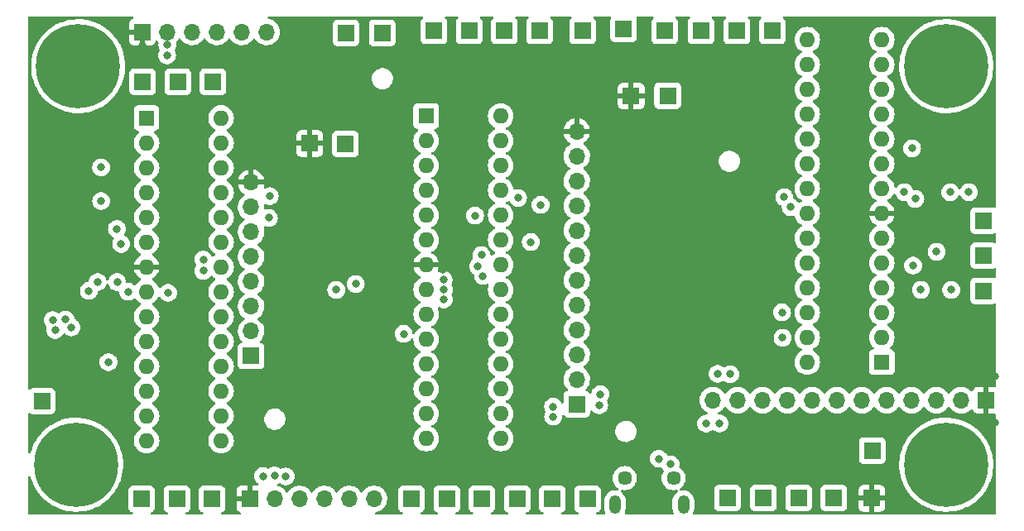
<source format=gbr>
%TF.GenerationSoftware,KiCad,Pcbnew,(6.0.2)*%
%TF.CreationDate,2022-03-17T16:11:47+00:00*%
%TF.ProjectId,PROJ324-Ard1,50524f4a-3332-4342-9d41-7264312e6b69,rev?*%
%TF.SameCoordinates,Original*%
%TF.FileFunction,Copper,L3,Inr*%
%TF.FilePolarity,Positive*%
%FSLAX46Y46*%
G04 Gerber Fmt 4.6, Leading zero omitted, Abs format (unit mm)*
G04 Created by KiCad (PCBNEW (6.0.2)) date 2022-03-17 16:11:47*
%MOMM*%
%LPD*%
G01*
G04 APERTURE LIST*
%TA.AperFunction,ComponentPad*%
%ADD10R,1.700000X1.700000*%
%TD*%
%TA.AperFunction,ComponentPad*%
%ADD11C,1.450000*%
%TD*%
%TA.AperFunction,ComponentPad*%
%ADD12O,1.200000X1.900000*%
%TD*%
%TA.AperFunction,ComponentPad*%
%ADD13O,1.700000X1.700000*%
%TD*%
%TA.AperFunction,ComponentPad*%
%ADD14C,8.600000*%
%TD*%
%TA.AperFunction,ComponentPad*%
%ADD15C,0.900000*%
%TD*%
%TA.AperFunction,ComponentPad*%
%ADD16R,1.600000X1.600000*%
%TD*%
%TA.AperFunction,ComponentPad*%
%ADD17O,1.600000X1.600000*%
%TD*%
%TA.AperFunction,ViaPad*%
%ADD18C,0.800000*%
%TD*%
G04 APERTURE END LIST*
D10*
%TO.N,ATMEGA_3_TXD*%
%TO.C,J33*%
X184700000Y-35400000D03*
%TD*%
%TO.N,+5V*%
%TO.C,J44*%
X210170000Y-41860000D03*
%TD*%
%TO.N,Net-(J21-Pad1)*%
%TO.C,J21*%
X221000000Y-35200000D03*
%TD*%
%TO.N,ATMEGA_2_RXD*%
%TO.C,J27*%
X190000000Y-35200000D03*
%TD*%
%TO.N,ATMEGA_1_RXD*%
%TO.C,J12*%
X227300000Y-83000000D03*
%TD*%
%TO.N,Net-(J20-Pad1)*%
%TO.C,J20*%
X205700000Y-83100000D03*
%TD*%
D11*
%TO.N,unconnected-(J1-Pad6)*%
%TO.C,J1*%
X209510000Y-80967500D03*
D12*
X215510000Y-83667500D03*
X208510000Y-83667500D03*
D11*
X214510000Y-80967500D03*
%TD*%
D10*
%TO.N,+5V*%
%TO.C,J45*%
X234780000Y-83040000D03*
%TD*%
%TO.N,Net-(J38-Pad1)*%
%TO.C,J38*%
X198500000Y-83100000D03*
%TD*%
%TO.N,GND*%
%TO.C,J40*%
X213900000Y-41830000D03*
%TD*%
%TO.N,Net-(J18-Pad1)*%
%TO.C,J18*%
X202100000Y-83100000D03*
%TD*%
%TO.N,Net-(J24-Pad1)*%
%TO.C,J24*%
X209400000Y-35000000D03*
%TD*%
%TO.N,Net-(J32-Pad1)*%
%TO.C,J32*%
X163800000Y-40400000D03*
%TD*%
%TO.N,Net-(J22-Pad1)*%
%TO.C,J22*%
X191300000Y-83100000D03*
%TD*%
%TO.N,Net-(J9-Pad1)*%
%TO.C,J9*%
X213600000Y-35200000D03*
%TD*%
%TO.N,Net-(J26-Pad1)*%
%TO.C,J26*%
X200800000Y-35200000D03*
%TD*%
%TO.N,Net-(J30-Pad1)*%
%TO.C,J30*%
X160200000Y-40400000D03*
%TD*%
%TO.N,GND*%
%TO.C,J4*%
X204600000Y-73400000D03*
D13*
%TO.N,ATMEGA_2_DRDY*%
X204600000Y-70860000D03*
%TO.N,ATMEGA_2_MISO*%
X204600000Y-68320000D03*
%TO.N,ATMEGA_2_SCK*%
X204600000Y-65780000D03*
%TO.N,ATMEGA_2_MOSI*%
X204600000Y-63240000D03*
%TO.N,ATMEGA_2_CS*%
X204600000Y-60700000D03*
%TO.N,ATMEGA_2_START*%
X204600000Y-58160000D03*
%TO.N,ATMEGA_2_PWDN_RESET*%
X204600000Y-55620000D03*
%TO.N,unconnected-(J4-Pad9)*%
X204600000Y-53080000D03*
%TO.N,unconnected-(J4-Pad10)*%
X204600000Y-50540000D03*
%TO.N,unconnected-(J4-Pad11)*%
X204600000Y-48000000D03*
%TO.N,+5V*%
X204600000Y-45460000D03*
%TD*%
D10*
%TO.N,Net-(J16-Pad1)*%
%TO.C,J16*%
X246200000Y-54600000D03*
%TD*%
%TO.N,GND*%
%TO.C,J42*%
X180940000Y-46760000D03*
%TD*%
%TO.N,GND*%
%TO.C,J41*%
X234820000Y-78160000D03*
%TD*%
D14*
%TO.N,GND*%
%TO.C,H3*%
X242400000Y-79600000D03*
D15*
X242400000Y-76375000D03*
X240119581Y-81880419D03*
X239175000Y-79600000D03*
X244680419Y-77319581D03*
X245625000Y-79600000D03*
X240119581Y-77319581D03*
X244680419Y-81880419D03*
X242400000Y-82825000D03*
%TD*%
%TO.N,GND*%
%TO.C,H2*%
X151119581Y-81880419D03*
D14*
X153400000Y-79600000D03*
D15*
X155680419Y-77319581D03*
X156625000Y-79600000D03*
X153400000Y-76375000D03*
X151119581Y-77319581D03*
X155680419Y-81880419D03*
X150175000Y-79600000D03*
X153400000Y-82825000D03*
%TD*%
D10*
%TO.N,Net-(J17-Pad1)*%
%TO.C,J17*%
X187700000Y-83100000D03*
%TD*%
%TO.N,+5V*%
%TO.C,J6*%
X160180000Y-35300000D03*
D13*
%TO.N,GND*%
X162720000Y-35300000D03*
%TO.N,unconnected-(J6-Pad3)*%
X165260000Y-35300000D03*
%TO.N,unconnected-(J6-Pad4)*%
X167800000Y-35300000D03*
%TO.N,ATMEGA_3_SCL_1*%
X170340000Y-35300000D03*
%TO.N,ATMEGA_3_SDA_1*%
X172880000Y-35300000D03*
%TD*%
D10*
%TO.N,Net-(J14-Pad1)*%
%TO.C,J14*%
X163700000Y-83100000D03*
%TD*%
D16*
%TO.N,ATMEGA_RESET*%
%TO.C,U5*%
X160600000Y-44100000D03*
D17*
%TO.N,ATMEGA_3_RXD*%
X160600000Y-46640000D03*
%TO.N,ATMEGA_3_TXD*%
X160600000Y-49180000D03*
%TO.N,Net-(J30-Pad1)*%
X160600000Y-51720000D03*
%TO.N,Net-(J32-Pad1)*%
X160600000Y-54260000D03*
%TO.N,Net-(J35-Pad1)*%
X160600000Y-56800000D03*
%TO.N,+5V*%
X160600000Y-59340000D03*
%TO.N,GND*%
X160600000Y-61880000D03*
%TO.N,ATMEGA_3_CRYSTAL_IN*%
X160600000Y-64420000D03*
%TO.N,ATMEGA_3_CRYSTAL_OUT*%
X160600000Y-66960000D03*
%TO.N,Net-(J36-Pad1)*%
X160600000Y-69500000D03*
%TO.N,Net-(J37-Pad1)*%
X160600000Y-72040000D03*
%TO.N,Net-(J39-Pad1)*%
X160600000Y-74580000D03*
%TO.N,Net-(J14-Pad1)*%
X160600000Y-77120000D03*
%TO.N,Net-(J17-Pad1)*%
X168220000Y-77120000D03*
%TO.N,ATMEGA_3_LCD_LED*%
X168220000Y-74580000D03*
%TO.N,ATMEGA_3_LCD_SDA*%
X168220000Y-72040000D03*
%TO.N,Net-(J22-Pad1)*%
X168220000Y-69500000D03*
%TO.N,ATMEGA_3_LCD_SCK*%
X168220000Y-66960000D03*
%TO.N,unconnected-(U5-Pad20)*%
X168220000Y-64420000D03*
%TO.N,unconnected-(U5-Pad21)*%
X168220000Y-61880000D03*
%TO.N,GND*%
X168220000Y-59340000D03*
%TO.N,unconnected-(U5-Pad23)*%
X168220000Y-56800000D03*
%TO.N,ATMEGA_3_LCD_CS*%
X168220000Y-54260000D03*
%TO.N,ATMEGA_3_LCD_RESET*%
X168220000Y-51720000D03*
%TO.N,ATMEGA_3_LCD_A0*%
X168220000Y-49180000D03*
%TO.N,ATMEGA_3_SDA_1*%
X168220000Y-46640000D03*
%TO.N,ATMEGA_3_SCL_1*%
X168220000Y-44100000D03*
%TD*%
D15*
%TO.N,GND*%
%TO.C,H4*%
X244680419Y-36519581D03*
X245625000Y-38800000D03*
D14*
X242400000Y-38800000D03*
D15*
X242400000Y-35575000D03*
X244680419Y-41080419D03*
X242400000Y-42025000D03*
X239175000Y-38800000D03*
X240119581Y-36519581D03*
X240119581Y-41080419D03*
%TD*%
D10*
%TO.N,Net-(J35-Pad1)*%
%TO.C,J35*%
X167400000Y-40400000D03*
%TD*%
%TO.N,Net-(J37-Pad1)*%
%TO.C,J37*%
X167300000Y-83100000D03*
%TD*%
%TO.N,ATMEGA_3_RXD*%
%TO.C,J23*%
X181000000Y-35400000D03*
%TD*%
%TO.N,ATMEGA_3_LCD_LED*%
%TO.C,J7*%
X171300000Y-68475000D03*
D13*
%TO.N,ATMEGA_3_LCD_SCK*%
X171300000Y-65935000D03*
%TO.N,ATMEGA_3_LCD_SDA*%
X171300000Y-63395000D03*
%TO.N,ATMEGA_3_LCD_A0*%
X171300000Y-60855000D03*
%TO.N,ATMEGA_3_LCD_RESET*%
X171300000Y-58315000D03*
%TO.N,ATMEGA_3_LCD_CS*%
X171300000Y-55775000D03*
%TO.N,GND*%
X171300000Y-53235000D03*
%TO.N,+5V*%
X171300000Y-50695000D03*
%TD*%
D10*
%TO.N,Net-(J10-Pad1)*%
%TO.C,J10*%
X220000000Y-83000000D03*
%TD*%
%TO.N,Net-(J29-Pad1)*%
%TO.C,J29*%
X197200000Y-35200000D03*
%TD*%
%TO.N,Net-(J19-Pad1)*%
%TO.C,J19*%
X224600000Y-35200000D03*
%TD*%
%TO.N,Net-(J13-Pad1)*%
%TO.C,J13*%
X230900000Y-83000000D03*
%TD*%
%TO.N,Net-(J31-Pad1)*%
%TO.C,J31*%
X246200000Y-61800000D03*
%TD*%
%TO.N,Net-(J8-Pad1)*%
%TO.C,J8*%
X217300000Y-35200000D03*
%TD*%
D16*
%TO.N,ATMEGA_RESET*%
%TO.C,U4*%
X189200000Y-43900000D03*
D17*
%TO.N,ATMEGA_2_RXD*%
X189200000Y-46440000D03*
%TO.N,ATMEGA_2_TXD*%
X189200000Y-48980000D03*
%TO.N,ATMEGA_2_DRDY*%
X189200000Y-51520000D03*
%TO.N,unconnected-(U4-Pad5)*%
X189200000Y-54060000D03*
%TO.N,ATMEGA_2_PWDN_RESET*%
X189200000Y-56600000D03*
%TO.N,+5V*%
X189200000Y-59140000D03*
%TO.N,GND*%
X189200000Y-61680000D03*
%TO.N,ATMEGA_2_CRYSTAL_IN*%
X189200000Y-64220000D03*
%TO.N,ATMEGA_2_CRYSTAL_OUT*%
X189200000Y-66760000D03*
%TO.N,ATMEGA_2_START*%
X189200000Y-69300000D03*
%TO.N,Net-(J38-Pad1)*%
X189200000Y-71840000D03*
%TO.N,ATMEGA_2_CS*%
X189200000Y-74380000D03*
%TO.N,Net-(J15-Pad1)*%
X189200000Y-76920000D03*
%TO.N,Net-(J18-Pad1)*%
X196820000Y-76920000D03*
%TO.N,Net-(J20-Pad1)*%
X196820000Y-74380000D03*
%TO.N,ATMEGA_2_MOSI*%
X196820000Y-71840000D03*
%TO.N,ATMEGA_2_MISO*%
X196820000Y-69300000D03*
%TO.N,ATMEGA_2_SCK*%
X196820000Y-66760000D03*
%TO.N,unconnected-(U4-Pad20)*%
X196820000Y-64220000D03*
%TO.N,unconnected-(U4-Pad21)*%
X196820000Y-61680000D03*
%TO.N,GND*%
X196820000Y-59140000D03*
%TO.N,Net-(J24-Pad1)*%
X196820000Y-56600000D03*
%TO.N,Net-(J25-Pad1)*%
X196820000Y-54060000D03*
%TO.N,Net-(J26-Pad1)*%
X196820000Y-51520000D03*
%TO.N,unconnected-(U4-Pad26)*%
X196820000Y-48980000D03*
%TO.N,unconnected-(U4-Pad27)*%
X196820000Y-46440000D03*
%TO.N,Net-(J29-Pad1)*%
X196820000Y-43900000D03*
%TD*%
D10*
%TO.N,ATMEGA_2_TXD*%
%TO.C,J28*%
X193600000Y-35200000D03*
%TD*%
%TO.N,Net-(J36-Pad1)*%
%TO.C,J36*%
X149900000Y-73100000D03*
%TD*%
D15*
%TO.N,GND*%
%TO.C,H1*%
X151319581Y-36519581D03*
D14*
X153600000Y-38800000D03*
D15*
X151319581Y-41080419D03*
X155880419Y-41080419D03*
X150375000Y-38800000D03*
X155880419Y-36519581D03*
X153600000Y-35575000D03*
X153600000Y-42025000D03*
X156825000Y-38800000D03*
%TD*%
D10*
%TO.N,Net-(J39-Pad1)*%
%TO.C,J39*%
X160100000Y-83100000D03*
%TD*%
%TO.N,Net-(J15-Pad1)*%
%TO.C,J15*%
X194900000Y-83100000D03*
%TD*%
%TO.N,+5V*%
%TO.C,J43*%
X177290000Y-46720000D03*
%TD*%
D16*
%TO.N,ATMEGA_RESET*%
%TO.C,U3*%
X235800000Y-69100000D03*
D17*
%TO.N,ATMEGA_1_RXD*%
X235800000Y-66560000D03*
%TO.N,ATMEGA_1_TXD*%
X235800000Y-64020000D03*
%TO.N,Net-(J31-Pad1)*%
X235800000Y-61480000D03*
%TO.N,Net-(J34-Pad1)*%
X235800000Y-58940000D03*
%TO.N,ATMEGA_1_PWDN_RESET*%
X235800000Y-56400000D03*
%TO.N,+5V*%
X235800000Y-53860000D03*
%TO.N,GND*%
X235800000Y-51320000D03*
%TO.N,ATMEGA_1_CRYSTAL_IN*%
X235800000Y-48780000D03*
%TO.N,ATMEGA_1_CRYSTAL_OUT*%
X235800000Y-46240000D03*
%TO.N,ATMEGA_1_START*%
X235800000Y-43700000D03*
%TO.N,ATMEGA_1_DRDY*%
X235800000Y-41160000D03*
%TO.N,ATMEGA_1_CS*%
X235800000Y-38620000D03*
%TO.N,Net-(J16-Pad1)*%
X235800000Y-36080000D03*
%TO.N,Net-(J19-Pad1)*%
X228180000Y-36080000D03*
%TO.N,Net-(J21-Pad1)*%
X228180000Y-38620000D03*
%TO.N,ATMEGA_1_MOSI*%
X228180000Y-41160000D03*
%TO.N,ATMEGA_1_MISO*%
X228180000Y-43700000D03*
%TO.N,ATMEGA_1_SCK*%
X228180000Y-46240000D03*
%TO.N,unconnected-(U3-Pad20)*%
X228180000Y-48780000D03*
%TO.N,unconnected-(U3-Pad21)*%
X228180000Y-51320000D03*
%TO.N,GND*%
X228180000Y-53860000D03*
%TO.N,Net-(J8-Pad1)*%
X228180000Y-56400000D03*
%TO.N,Net-(J9-Pad1)*%
X228180000Y-58940000D03*
%TO.N,Net-(J10-Pad1)*%
X228180000Y-61480000D03*
%TO.N,unconnected-(U3-Pad26)*%
X228180000Y-64020000D03*
%TO.N,unconnected-(U3-Pad27)*%
X228180000Y-66560000D03*
%TO.N,Net-(J13-Pad1)*%
X228180000Y-69100000D03*
%TD*%
D10*
%TO.N,Net-(J25-Pad1)*%
%TO.C,J25*%
X205200000Y-35200000D03*
%TD*%
%TO.N,Net-(J34-Pad1)*%
%TO.C,J34*%
X246200000Y-58200000D03*
%TD*%
%TO.N,+5V*%
%TO.C,J3*%
X246450000Y-73000000D03*
D13*
%TO.N,ATMEGA_1_PWDN_RESET*%
X243910000Y-73000000D03*
%TO.N,ATMEGA_1_START*%
X241370000Y-73000000D03*
%TO.N,ATMEGA_1_DRDY*%
X238830000Y-73000000D03*
%TO.N,ATMEGA_1_CS*%
X236290000Y-73000000D03*
%TO.N,ATMEGA_1_MOSI*%
X233750000Y-73000000D03*
%TO.N,ATMEGA_1_MISO*%
X231210000Y-73000000D03*
%TO.N,ATMEGA_1_SCK*%
X228670000Y-73000000D03*
%TO.N,unconnected-(J3-Pad9)*%
X226130000Y-73000000D03*
%TO.N,unconnected-(J3-Pad10)*%
X223590000Y-73000000D03*
%TO.N,unconnected-(J3-Pad11)*%
X221050000Y-73000000D03*
%TO.N,GND*%
X218510000Y-73000000D03*
%TD*%
D10*
%TO.N,ATMEGA_1_TXD*%
%TO.C,J11*%
X223700000Y-83000000D03*
%TD*%
%TO.N,+5V*%
%TO.C,J5*%
X171150000Y-83100000D03*
D13*
%TO.N,GND*%
X173690000Y-83100000D03*
%TO.N,unconnected-(J5-Pad3)*%
X176230000Y-83100000D03*
%TO.N,unconnected-(J5-Pad4)*%
X178770000Y-83100000D03*
%TO.N,ATMEGA_3_SCL_1*%
X181310000Y-83100000D03*
%TO.N,ATMEGA_3_SDA_1*%
X183850000Y-83100000D03*
%TD*%
D18*
%TO.N,GND*%
X191000000Y-61700000D03*
X166400000Y-58600000D03*
X162800000Y-62000000D03*
X186900000Y-66200000D03*
X226480000Y-53240000D03*
X158000000Y-57000000D03*
X202184000Y-73660000D03*
X190980000Y-60690000D03*
X217830000Y-75390000D03*
X152900000Y-65540000D03*
X195000000Y-60280000D03*
X244700000Y-51700000D03*
X239230000Y-52390000D03*
X182000000Y-61100000D03*
X162700000Y-37700000D03*
X155600000Y-60900000D03*
X172510000Y-80770000D03*
X173200000Y-52100000D03*
X194500000Y-59300000D03*
X174840000Y-80800000D03*
X238900000Y-47214500D03*
X156700000Y-69100000D03*
X194860000Y-58150000D03*
X173110000Y-54340000D03*
X173700000Y-80700000D03*
X166400000Y-59750000D03*
X157570000Y-55470000D03*
X220300000Y-70340000D03*
X238100000Y-51700000D03*
X151000000Y-64800000D03*
X152300000Y-64750000D03*
X154700000Y-61800000D03*
X202184000Y-74676000D03*
X206900000Y-73500000D03*
X219210000Y-75380000D03*
X207010000Y-72390000D03*
X219010000Y-70300000D03*
X225820000Y-52220000D03*
X242800000Y-51700000D03*
X213000000Y-79000000D03*
X155950000Y-49160000D03*
X162720000Y-36610000D03*
X180000000Y-61700000D03*
X214190000Y-79570000D03*
X155950000Y-52600000D03*
X157600000Y-60900000D03*
X191000000Y-62690000D03*
X158710000Y-61880000D03*
X151245000Y-65805000D03*
%TO.N,+5V*%
X155000000Y-59300000D03*
X158490000Y-59340000D03*
X201670000Y-44350000D03*
X172730000Y-48190000D03*
X169990000Y-80720000D03*
X237920000Y-55050000D03*
X201650000Y-46700000D03*
X201676000Y-45600000D03*
X157010000Y-58810000D03*
X247340000Y-70560000D03*
X160180000Y-36710000D03*
X190890000Y-58080000D03*
X245970000Y-75300000D03*
X155620000Y-58400000D03*
X171100000Y-80700000D03*
X191470000Y-58820000D03*
X237900000Y-53900000D03*
X208460000Y-79190000D03*
X247380000Y-75310000D03*
X171100000Y-48100000D03*
X210710000Y-79150000D03*
X209350000Y-79040000D03*
X190890000Y-59610000D03*
X160200000Y-37600000D03*
X245700000Y-70560000D03*
X162900000Y-59300000D03*
%TO.N,ATMEGA_1_RXD*%
X225650000Y-66600000D03*
%TO.N,ATMEGA_1_TXD*%
X225600000Y-64000000D03*
%TO.N,Net-(J34-Pad1)*%
X241400000Y-57800000D03*
X239000000Y-59200000D03*
%TO.N,Net-(J31-Pad1)*%
X239800000Y-61700000D03*
X242900000Y-61700000D03*
%TO.N,Net-(J25-Pad1)*%
X194200000Y-54100000D03*
X198600000Y-52300000D03*
%TO.N,Net-(J24-Pad1)*%
X199900000Y-56800000D03*
X200900000Y-53000000D03*
%TD*%
%TA.AperFunction,Conductor*%
%TO.N,+5V*%
G36*
X159235057Y-33728002D02*
G01*
X159281550Y-33781658D01*
X159291654Y-33851932D01*
X159262160Y-33916512D01*
X159211166Y-33951982D01*
X159091946Y-33996676D01*
X159076351Y-34005214D01*
X158974276Y-34081715D01*
X158961715Y-34094276D01*
X158885214Y-34196351D01*
X158876676Y-34211946D01*
X158831522Y-34332394D01*
X158827895Y-34347649D01*
X158822369Y-34398514D01*
X158822000Y-34405328D01*
X158822000Y-35027885D01*
X158826475Y-35043124D01*
X158827865Y-35044329D01*
X158835548Y-35046000D01*
X160308000Y-35046000D01*
X160376121Y-35066002D01*
X160422614Y-35119658D01*
X160434000Y-35172000D01*
X160434000Y-36639884D01*
X160438475Y-36655123D01*
X160439865Y-36656328D01*
X160447548Y-36657999D01*
X161074669Y-36657999D01*
X161081490Y-36657629D01*
X161132352Y-36652105D01*
X161147604Y-36648479D01*
X161268054Y-36603324D01*
X161283649Y-36594786D01*
X161385724Y-36518285D01*
X161398285Y-36505724D01*
X161474786Y-36403649D01*
X161483324Y-36388054D01*
X161524225Y-36278952D01*
X161566867Y-36222188D01*
X161633428Y-36197488D01*
X161702777Y-36212696D01*
X161737444Y-36240684D01*
X161762867Y-36270033D01*
X161766250Y-36273938D01*
X161770225Y-36277238D01*
X161770228Y-36277241D01*
X161785832Y-36290196D01*
X161825468Y-36349099D01*
X161828595Y-36413336D01*
X161828497Y-36413796D01*
X161826458Y-36420072D01*
X161806496Y-36610000D01*
X161807186Y-36616565D01*
X161820292Y-36741257D01*
X161826458Y-36799928D01*
X161885473Y-36981556D01*
X161888776Y-36987278D01*
X161888777Y-36987279D01*
X161939238Y-37074680D01*
X161955976Y-37143675D01*
X161939238Y-37200679D01*
X161865473Y-37328444D01*
X161806458Y-37510072D01*
X161786496Y-37700000D01*
X161806458Y-37889928D01*
X161865473Y-38071556D01*
X161960960Y-38236944D01*
X161965378Y-38241851D01*
X161965379Y-38241852D01*
X162082674Y-38372121D01*
X162088747Y-38378866D01*
X162243248Y-38491118D01*
X162249276Y-38493802D01*
X162249278Y-38493803D01*
X162411681Y-38566109D01*
X162417712Y-38568794D01*
X162511113Y-38588647D01*
X162598056Y-38607128D01*
X162598061Y-38607128D01*
X162604513Y-38608500D01*
X162795487Y-38608500D01*
X162801939Y-38607128D01*
X162801944Y-38607128D01*
X162888888Y-38588647D01*
X162982288Y-38568794D01*
X162988319Y-38566109D01*
X163150722Y-38493803D01*
X163150724Y-38493802D01*
X163156752Y-38491118D01*
X163311253Y-38378866D01*
X163317326Y-38372121D01*
X163434621Y-38241852D01*
X163434622Y-38241851D01*
X163439040Y-38236944D01*
X163534527Y-38071556D01*
X163593542Y-37889928D01*
X163613504Y-37700000D01*
X163593542Y-37510072D01*
X163534527Y-37328444D01*
X163526352Y-37314284D01*
X163480762Y-37235320D01*
X163464024Y-37166325D01*
X163480762Y-37109320D01*
X163551223Y-36987279D01*
X163551224Y-36987278D01*
X163554527Y-36981556D01*
X163613542Y-36799928D01*
X163619709Y-36741257D01*
X163632814Y-36616565D01*
X163633504Y-36610000D01*
X163628091Y-36558500D01*
X163614232Y-36426633D01*
X163614231Y-36426629D01*
X163613542Y-36420072D01*
X163611503Y-36413798D01*
X163610983Y-36411350D01*
X163616384Y-36340560D01*
X163645290Y-36295902D01*
X163754430Y-36187144D01*
X163754440Y-36187132D01*
X163758096Y-36183489D01*
X163774748Y-36160316D01*
X163888453Y-36002077D01*
X163889776Y-36003028D01*
X163936645Y-35959857D01*
X164006580Y-35947625D01*
X164072026Y-35975144D01*
X164099875Y-36006994D01*
X164159987Y-36105088D01*
X164306250Y-36273938D01*
X164478126Y-36416632D01*
X164671000Y-36529338D01*
X164675825Y-36531180D01*
X164675826Y-36531181D01*
X164729678Y-36551745D01*
X164879692Y-36609030D01*
X164884760Y-36610061D01*
X164884763Y-36610062D01*
X164992017Y-36631883D01*
X165098597Y-36653567D01*
X165103772Y-36653757D01*
X165103774Y-36653757D01*
X165316673Y-36661564D01*
X165316677Y-36661564D01*
X165321837Y-36661753D01*
X165326957Y-36661097D01*
X165326959Y-36661097D01*
X165538288Y-36634025D01*
X165538289Y-36634025D01*
X165543416Y-36633368D01*
X165592500Y-36618642D01*
X165752429Y-36570661D01*
X165752434Y-36570659D01*
X165757384Y-36569174D01*
X165957994Y-36470896D01*
X166139860Y-36341173D01*
X166185290Y-36295902D01*
X166241502Y-36239886D01*
X166298096Y-36183489D01*
X166314748Y-36160316D01*
X166428453Y-36002077D01*
X166429776Y-36003028D01*
X166476645Y-35959857D01*
X166546580Y-35947625D01*
X166612026Y-35975144D01*
X166639875Y-36006994D01*
X166699987Y-36105088D01*
X166846250Y-36273938D01*
X167018126Y-36416632D01*
X167211000Y-36529338D01*
X167215825Y-36531180D01*
X167215826Y-36531181D01*
X167269678Y-36551745D01*
X167419692Y-36609030D01*
X167424760Y-36610061D01*
X167424763Y-36610062D01*
X167532017Y-36631883D01*
X167638597Y-36653567D01*
X167643772Y-36653757D01*
X167643774Y-36653757D01*
X167856673Y-36661564D01*
X167856677Y-36661564D01*
X167861837Y-36661753D01*
X167866957Y-36661097D01*
X167866959Y-36661097D01*
X168078288Y-36634025D01*
X168078289Y-36634025D01*
X168083416Y-36633368D01*
X168132500Y-36618642D01*
X168292429Y-36570661D01*
X168292434Y-36570659D01*
X168297384Y-36569174D01*
X168497994Y-36470896D01*
X168679860Y-36341173D01*
X168725290Y-36295902D01*
X168781502Y-36239886D01*
X168838096Y-36183489D01*
X168854748Y-36160316D01*
X168968453Y-36002077D01*
X168969776Y-36003028D01*
X169016645Y-35959857D01*
X169086580Y-35947625D01*
X169152026Y-35975144D01*
X169179875Y-36006994D01*
X169239987Y-36105088D01*
X169386250Y-36273938D01*
X169558126Y-36416632D01*
X169751000Y-36529338D01*
X169755825Y-36531180D01*
X169755826Y-36531181D01*
X169809678Y-36551745D01*
X169959692Y-36609030D01*
X169964760Y-36610061D01*
X169964763Y-36610062D01*
X170072017Y-36631883D01*
X170178597Y-36653567D01*
X170183772Y-36653757D01*
X170183774Y-36653757D01*
X170396673Y-36661564D01*
X170396677Y-36661564D01*
X170401837Y-36661753D01*
X170406957Y-36661097D01*
X170406959Y-36661097D01*
X170618288Y-36634025D01*
X170618289Y-36634025D01*
X170623416Y-36633368D01*
X170672500Y-36618642D01*
X170832429Y-36570661D01*
X170832434Y-36570659D01*
X170837384Y-36569174D01*
X171037994Y-36470896D01*
X171219860Y-36341173D01*
X171265290Y-36295902D01*
X171321502Y-36239886D01*
X171378096Y-36183489D01*
X171394748Y-36160316D01*
X171508453Y-36002077D01*
X171509776Y-36003028D01*
X171556645Y-35959857D01*
X171626580Y-35947625D01*
X171692026Y-35975144D01*
X171719875Y-36006994D01*
X171779987Y-36105088D01*
X171926250Y-36273938D01*
X172098126Y-36416632D01*
X172291000Y-36529338D01*
X172295825Y-36531180D01*
X172295826Y-36531181D01*
X172349678Y-36551745D01*
X172499692Y-36609030D01*
X172504760Y-36610061D01*
X172504763Y-36610062D01*
X172612017Y-36631883D01*
X172718597Y-36653567D01*
X172723772Y-36653757D01*
X172723774Y-36653757D01*
X172936673Y-36661564D01*
X172936677Y-36661564D01*
X172941837Y-36661753D01*
X172946957Y-36661097D01*
X172946959Y-36661097D01*
X173158288Y-36634025D01*
X173158289Y-36634025D01*
X173163416Y-36633368D01*
X173212500Y-36618642D01*
X173372429Y-36570661D01*
X173372434Y-36570659D01*
X173377384Y-36569174D01*
X173577994Y-36470896D01*
X173759860Y-36341173D01*
X173803050Y-36298134D01*
X179641500Y-36298134D01*
X179648255Y-36360316D01*
X179699385Y-36496705D01*
X179786739Y-36613261D01*
X179903295Y-36700615D01*
X180039684Y-36751745D01*
X180101866Y-36758500D01*
X181898134Y-36758500D01*
X181960316Y-36751745D01*
X182096705Y-36700615D01*
X182213261Y-36613261D01*
X182300615Y-36496705D01*
X182351745Y-36360316D01*
X182358500Y-36298134D01*
X183341500Y-36298134D01*
X183348255Y-36360316D01*
X183399385Y-36496705D01*
X183486739Y-36613261D01*
X183603295Y-36700615D01*
X183739684Y-36751745D01*
X183801866Y-36758500D01*
X185598134Y-36758500D01*
X185660316Y-36751745D01*
X185796705Y-36700615D01*
X185913261Y-36613261D01*
X186000615Y-36496705D01*
X186051745Y-36360316D01*
X186058500Y-36298134D01*
X186058500Y-34501866D01*
X186051745Y-34439684D01*
X186000615Y-34303295D01*
X185913261Y-34186739D01*
X185796705Y-34099385D01*
X185660316Y-34048255D01*
X185598134Y-34041500D01*
X183801866Y-34041500D01*
X183739684Y-34048255D01*
X183603295Y-34099385D01*
X183486739Y-34186739D01*
X183399385Y-34303295D01*
X183348255Y-34439684D01*
X183341500Y-34501866D01*
X183341500Y-36298134D01*
X182358500Y-36298134D01*
X182358500Y-34501866D01*
X182351745Y-34439684D01*
X182300615Y-34303295D01*
X182213261Y-34186739D01*
X182096705Y-34099385D01*
X181960316Y-34048255D01*
X181898134Y-34041500D01*
X180101866Y-34041500D01*
X180039684Y-34048255D01*
X179903295Y-34099385D01*
X179786739Y-34186739D01*
X179699385Y-34303295D01*
X179648255Y-34439684D01*
X179641500Y-34501866D01*
X179641500Y-36298134D01*
X173803050Y-36298134D01*
X173805290Y-36295902D01*
X173861502Y-36239886D01*
X173918096Y-36183489D01*
X173934748Y-36160316D01*
X174045435Y-36006277D01*
X174048453Y-36002077D01*
X174069093Y-35960316D01*
X174145136Y-35806453D01*
X174145137Y-35806451D01*
X174147430Y-35801811D01*
X174212370Y-35588069D01*
X174241529Y-35366590D01*
X174242046Y-35345449D01*
X174243074Y-35303365D01*
X174243074Y-35303361D01*
X174243156Y-35300000D01*
X174224852Y-35077361D01*
X174170431Y-34860702D01*
X174081354Y-34655840D01*
X173995272Y-34522777D01*
X173962822Y-34472617D01*
X173962820Y-34472614D01*
X173960014Y-34468277D01*
X173809670Y-34303051D01*
X173805619Y-34299852D01*
X173805615Y-34299848D01*
X173638414Y-34167800D01*
X173638410Y-34167798D01*
X173634359Y-34164598D01*
X173438789Y-34056638D01*
X173433920Y-34054914D01*
X173433916Y-34054912D01*
X173233087Y-33983795D01*
X173233083Y-33983794D01*
X173228212Y-33982069D01*
X173223119Y-33981162D01*
X173223116Y-33981161D01*
X173093353Y-33958047D01*
X173029795Y-33926409D01*
X172993432Y-33865432D01*
X172995809Y-33794475D01*
X173036170Y-33736067D01*
X173101702Y-33708752D01*
X173115449Y-33708000D01*
X188780441Y-33708000D01*
X188848562Y-33728002D01*
X188895055Y-33781658D01*
X188905159Y-33851932D01*
X188875665Y-33916512D01*
X188856006Y-33934826D01*
X188801652Y-33975562D01*
X188786739Y-33986739D01*
X188699385Y-34103295D01*
X188648255Y-34239684D01*
X188641500Y-34301866D01*
X188641500Y-36098134D01*
X188648255Y-36160316D01*
X188699385Y-36296705D01*
X188786739Y-36413261D01*
X188903295Y-36500615D01*
X189039684Y-36551745D01*
X189101866Y-36558500D01*
X190898134Y-36558500D01*
X190960316Y-36551745D01*
X191096705Y-36500615D01*
X191213261Y-36413261D01*
X191300615Y-36296705D01*
X191351745Y-36160316D01*
X191358500Y-36098134D01*
X191358500Y-34301866D01*
X191351745Y-34239684D01*
X191300615Y-34103295D01*
X191213261Y-33986739D01*
X191198348Y-33975562D01*
X191143994Y-33934826D01*
X191101479Y-33877967D01*
X191096453Y-33807148D01*
X191130513Y-33744855D01*
X191192845Y-33710865D01*
X191219559Y-33708000D01*
X192380441Y-33708000D01*
X192448562Y-33728002D01*
X192495055Y-33781658D01*
X192505159Y-33851932D01*
X192475665Y-33916512D01*
X192456006Y-33934826D01*
X192401652Y-33975562D01*
X192386739Y-33986739D01*
X192299385Y-34103295D01*
X192248255Y-34239684D01*
X192241500Y-34301866D01*
X192241500Y-36098134D01*
X192248255Y-36160316D01*
X192299385Y-36296705D01*
X192386739Y-36413261D01*
X192503295Y-36500615D01*
X192639684Y-36551745D01*
X192701866Y-36558500D01*
X194498134Y-36558500D01*
X194560316Y-36551745D01*
X194696705Y-36500615D01*
X194813261Y-36413261D01*
X194900615Y-36296705D01*
X194951745Y-36160316D01*
X194958500Y-36098134D01*
X194958500Y-34301866D01*
X194951745Y-34239684D01*
X194900615Y-34103295D01*
X194813261Y-33986739D01*
X194798348Y-33975562D01*
X194743994Y-33934826D01*
X194701479Y-33877967D01*
X194696453Y-33807148D01*
X194730513Y-33744855D01*
X194792845Y-33710865D01*
X194819559Y-33708000D01*
X195980441Y-33708000D01*
X196048562Y-33728002D01*
X196095055Y-33781658D01*
X196105159Y-33851932D01*
X196075665Y-33916512D01*
X196056006Y-33934826D01*
X196001652Y-33975562D01*
X195986739Y-33986739D01*
X195899385Y-34103295D01*
X195848255Y-34239684D01*
X195841500Y-34301866D01*
X195841500Y-36098134D01*
X195848255Y-36160316D01*
X195899385Y-36296705D01*
X195986739Y-36413261D01*
X196103295Y-36500615D01*
X196239684Y-36551745D01*
X196301866Y-36558500D01*
X198098134Y-36558500D01*
X198160316Y-36551745D01*
X198296705Y-36500615D01*
X198413261Y-36413261D01*
X198500615Y-36296705D01*
X198551745Y-36160316D01*
X198558500Y-36098134D01*
X198558500Y-34301866D01*
X198551745Y-34239684D01*
X198500615Y-34103295D01*
X198413261Y-33986739D01*
X198398348Y-33975562D01*
X198343994Y-33934826D01*
X198301479Y-33877967D01*
X198296453Y-33807148D01*
X198330513Y-33744855D01*
X198392845Y-33710865D01*
X198419559Y-33708000D01*
X199580441Y-33708000D01*
X199648562Y-33728002D01*
X199695055Y-33781658D01*
X199705159Y-33851932D01*
X199675665Y-33916512D01*
X199656006Y-33934826D01*
X199601652Y-33975562D01*
X199586739Y-33986739D01*
X199499385Y-34103295D01*
X199448255Y-34239684D01*
X199441500Y-34301866D01*
X199441500Y-36098134D01*
X199448255Y-36160316D01*
X199499385Y-36296705D01*
X199586739Y-36413261D01*
X199703295Y-36500615D01*
X199839684Y-36551745D01*
X199901866Y-36558500D01*
X201698134Y-36558500D01*
X201760316Y-36551745D01*
X201896705Y-36500615D01*
X202013261Y-36413261D01*
X202100615Y-36296705D01*
X202151745Y-36160316D01*
X202158500Y-36098134D01*
X202158500Y-34301866D01*
X202151745Y-34239684D01*
X202100615Y-34103295D01*
X202013261Y-33986739D01*
X201998348Y-33975562D01*
X201943994Y-33934826D01*
X201901479Y-33877967D01*
X201896453Y-33807148D01*
X201930513Y-33744855D01*
X201992845Y-33710865D01*
X202019559Y-33708000D01*
X203980441Y-33708000D01*
X204048562Y-33728002D01*
X204095055Y-33781658D01*
X204105159Y-33851932D01*
X204075665Y-33916512D01*
X204056006Y-33934826D01*
X204001652Y-33975562D01*
X203986739Y-33986739D01*
X203899385Y-34103295D01*
X203848255Y-34239684D01*
X203841500Y-34301866D01*
X203841500Y-36098134D01*
X203848255Y-36160316D01*
X203899385Y-36296705D01*
X203986739Y-36413261D01*
X204103295Y-36500615D01*
X204239684Y-36551745D01*
X204301866Y-36558500D01*
X206098134Y-36558500D01*
X206160316Y-36551745D01*
X206296705Y-36500615D01*
X206413261Y-36413261D01*
X206500615Y-36296705D01*
X206551745Y-36160316D01*
X206558500Y-36098134D01*
X206558500Y-34301866D01*
X206551745Y-34239684D01*
X206500615Y-34103295D01*
X206413261Y-33986739D01*
X206398348Y-33975562D01*
X206343994Y-33934826D01*
X206301479Y-33877967D01*
X206296453Y-33807148D01*
X206330513Y-33744855D01*
X206392845Y-33710865D01*
X206419559Y-33708000D01*
X207995126Y-33708000D01*
X208063247Y-33728002D01*
X208109740Y-33781658D01*
X208119844Y-33851932D01*
X208105646Y-33894509D01*
X208104768Y-33896112D01*
X208099385Y-33903295D01*
X208096236Y-33911696D01*
X208096234Y-33911699D01*
X208078859Y-33958047D01*
X208048255Y-34039684D01*
X208041500Y-34101866D01*
X208041500Y-35898134D01*
X208048255Y-35960316D01*
X208099385Y-36096705D01*
X208186739Y-36213261D01*
X208303295Y-36300615D01*
X208439684Y-36351745D01*
X208501866Y-36358500D01*
X210298134Y-36358500D01*
X210360316Y-36351745D01*
X210496705Y-36300615D01*
X210613261Y-36213261D01*
X210700615Y-36096705D01*
X210751745Y-35960316D01*
X210758500Y-35898134D01*
X210758500Y-34101866D01*
X210751745Y-34039684D01*
X210721141Y-33958047D01*
X210703766Y-33911699D01*
X210703764Y-33911696D01*
X210700615Y-33903295D01*
X210695232Y-33896112D01*
X210694354Y-33894509D01*
X210679185Y-33825152D01*
X210703921Y-33758604D01*
X210760709Y-33715994D01*
X210804874Y-33708000D01*
X212380441Y-33708000D01*
X212448562Y-33728002D01*
X212495055Y-33781658D01*
X212505159Y-33851932D01*
X212475665Y-33916512D01*
X212456006Y-33934826D01*
X212401652Y-33975562D01*
X212386739Y-33986739D01*
X212299385Y-34103295D01*
X212248255Y-34239684D01*
X212241500Y-34301866D01*
X212241500Y-36098134D01*
X212248255Y-36160316D01*
X212299385Y-36296705D01*
X212386739Y-36413261D01*
X212503295Y-36500615D01*
X212639684Y-36551745D01*
X212701866Y-36558500D01*
X214498134Y-36558500D01*
X214560316Y-36551745D01*
X214696705Y-36500615D01*
X214813261Y-36413261D01*
X214900615Y-36296705D01*
X214951745Y-36160316D01*
X214958500Y-36098134D01*
X214958500Y-34301866D01*
X214951745Y-34239684D01*
X214900615Y-34103295D01*
X214813261Y-33986739D01*
X214798348Y-33975562D01*
X214743994Y-33934826D01*
X214701479Y-33877967D01*
X214696453Y-33807148D01*
X214730513Y-33744855D01*
X214792845Y-33710865D01*
X214819559Y-33708000D01*
X216080441Y-33708000D01*
X216148562Y-33728002D01*
X216195055Y-33781658D01*
X216205159Y-33851932D01*
X216175665Y-33916512D01*
X216156006Y-33934826D01*
X216101652Y-33975562D01*
X216086739Y-33986739D01*
X215999385Y-34103295D01*
X215948255Y-34239684D01*
X215941500Y-34301866D01*
X215941500Y-36098134D01*
X215948255Y-36160316D01*
X215999385Y-36296705D01*
X216086739Y-36413261D01*
X216203295Y-36500615D01*
X216339684Y-36551745D01*
X216401866Y-36558500D01*
X218198134Y-36558500D01*
X218260316Y-36551745D01*
X218396705Y-36500615D01*
X218513261Y-36413261D01*
X218600615Y-36296705D01*
X218651745Y-36160316D01*
X218658500Y-36098134D01*
X218658500Y-34301866D01*
X218651745Y-34239684D01*
X218600615Y-34103295D01*
X218513261Y-33986739D01*
X218498348Y-33975562D01*
X218443994Y-33934826D01*
X218401479Y-33877967D01*
X218396453Y-33807148D01*
X218430513Y-33744855D01*
X218492845Y-33710865D01*
X218519559Y-33708000D01*
X219780441Y-33708000D01*
X219848562Y-33728002D01*
X219895055Y-33781658D01*
X219905159Y-33851932D01*
X219875665Y-33916512D01*
X219856006Y-33934826D01*
X219801652Y-33975562D01*
X219786739Y-33986739D01*
X219699385Y-34103295D01*
X219648255Y-34239684D01*
X219641500Y-34301866D01*
X219641500Y-36098134D01*
X219648255Y-36160316D01*
X219699385Y-36296705D01*
X219786739Y-36413261D01*
X219903295Y-36500615D01*
X220039684Y-36551745D01*
X220101866Y-36558500D01*
X221898134Y-36558500D01*
X221960316Y-36551745D01*
X222096705Y-36500615D01*
X222213261Y-36413261D01*
X222300615Y-36296705D01*
X222351745Y-36160316D01*
X222358500Y-36098134D01*
X222358500Y-34301866D01*
X222351745Y-34239684D01*
X222300615Y-34103295D01*
X222213261Y-33986739D01*
X222198348Y-33975562D01*
X222143994Y-33934826D01*
X222101479Y-33877967D01*
X222096453Y-33807148D01*
X222130513Y-33744855D01*
X222192845Y-33710865D01*
X222219559Y-33708000D01*
X223380441Y-33708000D01*
X223448562Y-33728002D01*
X223495055Y-33781658D01*
X223505159Y-33851932D01*
X223475665Y-33916512D01*
X223456006Y-33934826D01*
X223401652Y-33975562D01*
X223386739Y-33986739D01*
X223299385Y-34103295D01*
X223248255Y-34239684D01*
X223241500Y-34301866D01*
X223241500Y-36098134D01*
X223248255Y-36160316D01*
X223299385Y-36296705D01*
X223386739Y-36413261D01*
X223503295Y-36500615D01*
X223639684Y-36551745D01*
X223701866Y-36558500D01*
X225498134Y-36558500D01*
X225560316Y-36551745D01*
X225696705Y-36500615D01*
X225813261Y-36413261D01*
X225900615Y-36296705D01*
X225951745Y-36160316D01*
X225958500Y-36098134D01*
X225958500Y-34301866D01*
X225951745Y-34239684D01*
X225900615Y-34103295D01*
X225813261Y-33986739D01*
X225798348Y-33975562D01*
X225743994Y-33934826D01*
X225701479Y-33877967D01*
X225696453Y-33807148D01*
X225730513Y-33744855D01*
X225792845Y-33710865D01*
X225819559Y-33708000D01*
X247366000Y-33708000D01*
X247434121Y-33728002D01*
X247480614Y-33781658D01*
X247492000Y-33834000D01*
X247492000Y-53195126D01*
X247471998Y-53263247D01*
X247418342Y-53309740D01*
X247348068Y-53319844D01*
X247305491Y-53305646D01*
X247303888Y-53304768D01*
X247296705Y-53299385D01*
X247288304Y-53296236D01*
X247288301Y-53296234D01*
X247200307Y-53263247D01*
X247160316Y-53248255D01*
X247098134Y-53241500D01*
X245301866Y-53241500D01*
X245239684Y-53248255D01*
X245103295Y-53299385D01*
X244986739Y-53386739D01*
X244899385Y-53503295D01*
X244848255Y-53639684D01*
X244841500Y-53701866D01*
X244841500Y-55498134D01*
X244848255Y-55560316D01*
X244899385Y-55696705D01*
X244986739Y-55813261D01*
X245103295Y-55900615D01*
X245239684Y-55951745D01*
X245301866Y-55958500D01*
X247098134Y-55958500D01*
X247160316Y-55951745D01*
X247215104Y-55931206D01*
X247288301Y-55903766D01*
X247288304Y-55903764D01*
X247296705Y-55900615D01*
X247303888Y-55895232D01*
X247305491Y-55894354D01*
X247374848Y-55879185D01*
X247441396Y-55903921D01*
X247484006Y-55960709D01*
X247492000Y-56004874D01*
X247492000Y-56795126D01*
X247471998Y-56863247D01*
X247418342Y-56909740D01*
X247348068Y-56919844D01*
X247305491Y-56905646D01*
X247303888Y-56904768D01*
X247296705Y-56899385D01*
X247288304Y-56896236D01*
X247288301Y-56896234D01*
X247200307Y-56863247D01*
X247160316Y-56848255D01*
X247098134Y-56841500D01*
X245301866Y-56841500D01*
X245239684Y-56848255D01*
X245103295Y-56899385D01*
X244986739Y-56986739D01*
X244899385Y-57103295D01*
X244848255Y-57239684D01*
X244841500Y-57301866D01*
X244841500Y-59098134D01*
X244848255Y-59160316D01*
X244899385Y-59296705D01*
X244986739Y-59413261D01*
X245103295Y-59500615D01*
X245239684Y-59551745D01*
X245301866Y-59558500D01*
X247098134Y-59558500D01*
X247160316Y-59551745D01*
X247228687Y-59526114D01*
X247288301Y-59503766D01*
X247288304Y-59503764D01*
X247296705Y-59500615D01*
X247303888Y-59495232D01*
X247305491Y-59494354D01*
X247374848Y-59479185D01*
X247441396Y-59503921D01*
X247484006Y-59560709D01*
X247492000Y-59604874D01*
X247492000Y-60395126D01*
X247471998Y-60463247D01*
X247418342Y-60509740D01*
X247348068Y-60519844D01*
X247305491Y-60505646D01*
X247303888Y-60504768D01*
X247296705Y-60499385D01*
X247288304Y-60496236D01*
X247288301Y-60496234D01*
X247200622Y-60463365D01*
X247160316Y-60448255D01*
X247098134Y-60441500D01*
X245301866Y-60441500D01*
X245239684Y-60448255D01*
X245103295Y-60499385D01*
X244986739Y-60586739D01*
X244899385Y-60703295D01*
X244848255Y-60839684D01*
X244841500Y-60901866D01*
X244841500Y-62698134D01*
X244848255Y-62760316D01*
X244899385Y-62896705D01*
X244986739Y-63013261D01*
X245103295Y-63100615D01*
X245239684Y-63151745D01*
X245301866Y-63158500D01*
X247098134Y-63158500D01*
X247160316Y-63151745D01*
X247215104Y-63131206D01*
X247288301Y-63103766D01*
X247288304Y-63103764D01*
X247296705Y-63100615D01*
X247303888Y-63095232D01*
X247305491Y-63094354D01*
X247374848Y-63079185D01*
X247441396Y-63103921D01*
X247484006Y-63160709D01*
X247492000Y-63204874D01*
X247492000Y-71517204D01*
X247471998Y-71585325D01*
X247418342Y-71631818D01*
X247354910Y-71642063D01*
X247354883Y-71642553D01*
X247352633Y-71642431D01*
X247352405Y-71642468D01*
X247351500Y-71642370D01*
X247344672Y-71642000D01*
X246722115Y-71642000D01*
X246706876Y-71646475D01*
X246705671Y-71647865D01*
X246704000Y-71655548D01*
X246704000Y-74339884D01*
X246708475Y-74355123D01*
X246709865Y-74356328D01*
X246717548Y-74357999D01*
X247344669Y-74357999D01*
X247351475Y-74357630D01*
X247352389Y-74357531D01*
X247352602Y-74357569D01*
X247354877Y-74357446D01*
X247354906Y-74357982D01*
X247422272Y-74370058D01*
X247474289Y-74418377D01*
X247492000Y-74482794D01*
X247492000Y-84566000D01*
X247471998Y-84634121D01*
X247418342Y-84680614D01*
X247366000Y-84692000D01*
X216619939Y-84692000D01*
X216551818Y-84671998D01*
X216505325Y-84618342D01*
X216495221Y-84548068D01*
X216503073Y-84518902D01*
X216575442Y-84339332D01*
X216575443Y-84339329D01*
X216577686Y-84333763D01*
X216618228Y-84126163D01*
X216618500Y-84120601D01*
X216618500Y-83898134D01*
X218641500Y-83898134D01*
X218648255Y-83960316D01*
X218699385Y-84096705D01*
X218786739Y-84213261D01*
X218903295Y-84300615D01*
X219039684Y-84351745D01*
X219101866Y-84358500D01*
X220898134Y-84358500D01*
X220960316Y-84351745D01*
X221096705Y-84300615D01*
X221213261Y-84213261D01*
X221300615Y-84096705D01*
X221351745Y-83960316D01*
X221358500Y-83898134D01*
X222341500Y-83898134D01*
X222348255Y-83960316D01*
X222399385Y-84096705D01*
X222486739Y-84213261D01*
X222603295Y-84300615D01*
X222739684Y-84351745D01*
X222801866Y-84358500D01*
X224598134Y-84358500D01*
X224660316Y-84351745D01*
X224796705Y-84300615D01*
X224913261Y-84213261D01*
X225000615Y-84096705D01*
X225051745Y-83960316D01*
X225058500Y-83898134D01*
X225941500Y-83898134D01*
X225948255Y-83960316D01*
X225999385Y-84096705D01*
X226086739Y-84213261D01*
X226203295Y-84300615D01*
X226339684Y-84351745D01*
X226401866Y-84358500D01*
X228198134Y-84358500D01*
X228260316Y-84351745D01*
X228396705Y-84300615D01*
X228513261Y-84213261D01*
X228600615Y-84096705D01*
X228651745Y-83960316D01*
X228658500Y-83898134D01*
X229541500Y-83898134D01*
X229548255Y-83960316D01*
X229599385Y-84096705D01*
X229686739Y-84213261D01*
X229803295Y-84300615D01*
X229939684Y-84351745D01*
X230001866Y-84358500D01*
X231798134Y-84358500D01*
X231860316Y-84351745D01*
X231996705Y-84300615D01*
X232113261Y-84213261D01*
X232200615Y-84096705D01*
X232251745Y-83960316D01*
X232254531Y-83934669D01*
X233422001Y-83934669D01*
X233422371Y-83941490D01*
X233427895Y-83992352D01*
X233431521Y-84007604D01*
X233476676Y-84128054D01*
X233485214Y-84143649D01*
X233561715Y-84245724D01*
X233574276Y-84258285D01*
X233676351Y-84334786D01*
X233691946Y-84343324D01*
X233812394Y-84388478D01*
X233827649Y-84392105D01*
X233878514Y-84397631D01*
X233885328Y-84398000D01*
X234507885Y-84398000D01*
X234523124Y-84393525D01*
X234524329Y-84392135D01*
X234526000Y-84384452D01*
X234526000Y-84379884D01*
X235034000Y-84379884D01*
X235038475Y-84395123D01*
X235039865Y-84396328D01*
X235047548Y-84397999D01*
X235674669Y-84397999D01*
X235681490Y-84397629D01*
X235732352Y-84392105D01*
X235747604Y-84388479D01*
X235868054Y-84343324D01*
X235883649Y-84334786D01*
X235985724Y-84258285D01*
X235998285Y-84245724D01*
X236074786Y-84143649D01*
X236083324Y-84128054D01*
X236128478Y-84007606D01*
X236132105Y-83992351D01*
X236137631Y-83941486D01*
X236138000Y-83934672D01*
X236138000Y-83312115D01*
X236133525Y-83296876D01*
X236132135Y-83295671D01*
X236124452Y-83294000D01*
X235052115Y-83294000D01*
X235036876Y-83298475D01*
X235035671Y-83299865D01*
X235034000Y-83307548D01*
X235034000Y-84379884D01*
X234526000Y-84379884D01*
X234526000Y-83312115D01*
X234521525Y-83296876D01*
X234520135Y-83295671D01*
X234512452Y-83294000D01*
X233440116Y-83294000D01*
X233424877Y-83298475D01*
X233423672Y-83299865D01*
X233422001Y-83307548D01*
X233422001Y-83934669D01*
X232254531Y-83934669D01*
X232258500Y-83898134D01*
X232258500Y-82767885D01*
X233422000Y-82767885D01*
X233426475Y-82783124D01*
X233427865Y-82784329D01*
X233435548Y-82786000D01*
X234507885Y-82786000D01*
X234523124Y-82781525D01*
X234524329Y-82780135D01*
X234526000Y-82772452D01*
X234526000Y-82767885D01*
X235034000Y-82767885D01*
X235038475Y-82783124D01*
X235039865Y-82784329D01*
X235047548Y-82786000D01*
X236119884Y-82786000D01*
X236135123Y-82781525D01*
X236136328Y-82780135D01*
X236137999Y-82772452D01*
X236137999Y-82145331D01*
X236137629Y-82138510D01*
X236132105Y-82087648D01*
X236128479Y-82072396D01*
X236083324Y-81951946D01*
X236074786Y-81936351D01*
X235998285Y-81834276D01*
X235985724Y-81821715D01*
X235883649Y-81745214D01*
X235868054Y-81736676D01*
X235747606Y-81691522D01*
X235732351Y-81687895D01*
X235681486Y-81682369D01*
X235674672Y-81682000D01*
X235052115Y-81682000D01*
X235036876Y-81686475D01*
X235035671Y-81687865D01*
X235034000Y-81695548D01*
X235034000Y-82767885D01*
X234526000Y-82767885D01*
X234526000Y-81700116D01*
X234521525Y-81684877D01*
X234520135Y-81683672D01*
X234512452Y-81682001D01*
X233885331Y-81682001D01*
X233878510Y-81682371D01*
X233827648Y-81687895D01*
X233812396Y-81691521D01*
X233691946Y-81736676D01*
X233676351Y-81745214D01*
X233574276Y-81821715D01*
X233561715Y-81834276D01*
X233485214Y-81936351D01*
X233476676Y-81951946D01*
X233431522Y-82072394D01*
X233427895Y-82087649D01*
X233422369Y-82138514D01*
X233422000Y-82145328D01*
X233422000Y-82767885D01*
X232258500Y-82767885D01*
X232258500Y-82101866D01*
X232251745Y-82039684D01*
X232200615Y-81903295D01*
X232113261Y-81786739D01*
X231996705Y-81699385D01*
X231860316Y-81648255D01*
X231798134Y-81641500D01*
X230001866Y-81641500D01*
X229939684Y-81648255D01*
X229803295Y-81699385D01*
X229686739Y-81786739D01*
X229599385Y-81903295D01*
X229548255Y-82039684D01*
X229541500Y-82101866D01*
X229541500Y-83898134D01*
X228658500Y-83898134D01*
X228658500Y-82101866D01*
X228651745Y-82039684D01*
X228600615Y-81903295D01*
X228513261Y-81786739D01*
X228396705Y-81699385D01*
X228260316Y-81648255D01*
X228198134Y-81641500D01*
X226401866Y-81641500D01*
X226339684Y-81648255D01*
X226203295Y-81699385D01*
X226086739Y-81786739D01*
X225999385Y-81903295D01*
X225948255Y-82039684D01*
X225941500Y-82101866D01*
X225941500Y-83898134D01*
X225058500Y-83898134D01*
X225058500Y-82101866D01*
X225051745Y-82039684D01*
X225000615Y-81903295D01*
X224913261Y-81786739D01*
X224796705Y-81699385D01*
X224660316Y-81648255D01*
X224598134Y-81641500D01*
X222801866Y-81641500D01*
X222739684Y-81648255D01*
X222603295Y-81699385D01*
X222486739Y-81786739D01*
X222399385Y-81903295D01*
X222348255Y-82039684D01*
X222341500Y-82101866D01*
X222341500Y-83898134D01*
X221358500Y-83898134D01*
X221358500Y-82101866D01*
X221351745Y-82039684D01*
X221300615Y-81903295D01*
X221213261Y-81786739D01*
X221096705Y-81699385D01*
X220960316Y-81648255D01*
X220898134Y-81641500D01*
X219101866Y-81641500D01*
X219039684Y-81648255D01*
X218903295Y-81699385D01*
X218786739Y-81786739D01*
X218699385Y-81903295D01*
X218648255Y-82039684D01*
X218641500Y-82101866D01*
X218641500Y-83898134D01*
X216618500Y-83898134D01*
X216618500Y-83264654D01*
X216603452Y-83106934D01*
X216543908Y-82903966D01*
X216513193Y-82844329D01*
X216449804Y-82721251D01*
X216449802Y-82721248D01*
X216447058Y-82715920D01*
X216316396Y-82549580D01*
X216311865Y-82545648D01*
X216311862Y-82545645D01*
X216161167Y-82414879D01*
X216156637Y-82410948D01*
X216151448Y-82407946D01*
X216151447Y-82407945D01*
X215978742Y-82308033D01*
X215973546Y-82305027D01*
X215773729Y-82235639D01*
X215767794Y-82234778D01*
X215767792Y-82234778D01*
X215570336Y-82206148D01*
X215570333Y-82206148D01*
X215564396Y-82205287D01*
X215353101Y-82215067D01*
X215276653Y-82233491D01*
X215205742Y-82230006D01*
X215147972Y-82188737D01*
X215121685Y-82122786D01*
X215135226Y-82053093D01*
X215174861Y-82007785D01*
X215301396Y-81919184D01*
X215301399Y-81919182D01*
X215305907Y-81916025D01*
X215458525Y-81763407D01*
X215467193Y-81751029D01*
X215517978Y-81678500D01*
X215582323Y-81586606D01*
X215584646Y-81581624D01*
X215584649Y-81581619D01*
X215671216Y-81395975D01*
X215671217Y-81395974D01*
X215673539Y-81390993D01*
X215688022Y-81336944D01*
X215727977Y-81187828D01*
X215727977Y-81187826D01*
X215729401Y-81182513D01*
X215748212Y-80967500D01*
X215729401Y-80752487D01*
X215683203Y-80580072D01*
X215674962Y-80549317D01*
X215674961Y-80549315D01*
X215673539Y-80544007D01*
X215619651Y-80428444D01*
X215584649Y-80353381D01*
X215584646Y-80353376D01*
X215582323Y-80348394D01*
X215501562Y-80233056D01*
X215461684Y-80176104D01*
X215461682Y-80176101D01*
X215458525Y-80171593D01*
X215305907Y-80018975D01*
X215297743Y-80013258D01*
X215135197Y-79899442D01*
X215132122Y-79897289D01*
X215087794Y-79841832D01*
X215081146Y-79767879D01*
X215081501Y-79766210D01*
X215083542Y-79759928D01*
X215084786Y-79748099D01*
X215102814Y-79576565D01*
X215103504Y-79570000D01*
X215083542Y-79380072D01*
X215024527Y-79198444D01*
X214943519Y-79058134D01*
X233461500Y-79058134D01*
X233468255Y-79120316D01*
X233519385Y-79256705D01*
X233606739Y-79373261D01*
X233723295Y-79460615D01*
X233859684Y-79511745D01*
X233921866Y-79518500D01*
X235718134Y-79518500D01*
X235780316Y-79511745D01*
X235880998Y-79474001D01*
X237588302Y-79474001D01*
X237596151Y-79902233D01*
X237642036Y-80328071D01*
X237642582Y-80330817D01*
X237642583Y-80330822D01*
X237647070Y-80353381D01*
X237725594Y-80748144D01*
X237846163Y-81159127D01*
X237847190Y-81161740D01*
X237847190Y-81161741D01*
X237985651Y-81514145D01*
X238002789Y-81557765D01*
X238094320Y-81740948D01*
X238183380Y-81919184D01*
X238194231Y-81940901D01*
X238418974Y-82305502D01*
X238675239Y-82648682D01*
X238677100Y-82650760D01*
X238677101Y-82650761D01*
X238959127Y-82965637D01*
X238959133Y-82965643D01*
X238960995Y-82967722D01*
X238963046Y-82969638D01*
X238963047Y-82969639D01*
X239003178Y-83007127D01*
X239273981Y-83260098D01*
X239611719Y-83523493D01*
X239971533Y-83755822D01*
X239974012Y-83757126D01*
X239974015Y-83757128D01*
X240348077Y-83953932D01*
X240348083Y-83953935D01*
X240350577Y-83955247D01*
X240353175Y-83956331D01*
X240353179Y-83956333D01*
X240743263Y-84119109D01*
X240743268Y-84119111D01*
X240745847Y-84120187D01*
X240748512Y-84121030D01*
X240748518Y-84121032D01*
X240960441Y-84188054D01*
X241154214Y-84249336D01*
X241156944Y-84249939D01*
X241156945Y-84249939D01*
X241561843Y-84339332D01*
X241572446Y-84341673D01*
X241575220Y-84342031D01*
X241575221Y-84342031D01*
X241994460Y-84396109D01*
X241994467Y-84396110D01*
X241997230Y-84396466D01*
X242000017Y-84396576D01*
X242000023Y-84396576D01*
X242248238Y-84406328D01*
X242425203Y-84413281D01*
X242427995Y-84413142D01*
X242428000Y-84413142D01*
X242850172Y-84392125D01*
X242850181Y-84392124D01*
X242852976Y-84391985D01*
X242855753Y-84391597D01*
X242855755Y-84391597D01*
X243016319Y-84369174D01*
X243277163Y-84332747D01*
X243694404Y-84236036D01*
X243974637Y-84144171D01*
X244098744Y-84103487D01*
X244098750Y-84103485D01*
X244101397Y-84102617D01*
X244415390Y-83967715D01*
X244492344Y-83934653D01*
X244492346Y-83934652D01*
X244494918Y-83933547D01*
X244566883Y-83894717D01*
X244730790Y-83806277D01*
X244871852Y-83730164D01*
X245229214Y-83494080D01*
X245564175Y-83227162D01*
X245874082Y-82931525D01*
X245875919Y-82929431D01*
X245875927Y-82929422D01*
X246154635Y-82611616D01*
X246156482Y-82609510D01*
X246196818Y-82554298D01*
X246380360Y-82303059D01*
X246409139Y-82263666D01*
X246410585Y-82261265D01*
X246628601Y-81899142D01*
X246628606Y-81899133D01*
X246630052Y-81896731D01*
X246817471Y-81511611D01*
X246940788Y-81187828D01*
X246968918Y-81113971D01*
X246968920Y-81113964D01*
X246969914Y-81111355D01*
X247086173Y-80699132D01*
X247086689Y-80696389D01*
X247164811Y-80280954D01*
X247164813Y-80280942D01*
X247165327Y-80278207D01*
X247206750Y-79851911D01*
X247211282Y-79678866D01*
X247213289Y-79602234D01*
X247213289Y-79602220D01*
X247213347Y-79600000D01*
X247194291Y-79172121D01*
X247137275Y-78747630D01*
X247126771Y-78701206D01*
X247043368Y-78332618D01*
X247043368Y-78332617D01*
X247042750Y-78329887D01*
X246986659Y-78155707D01*
X246912318Y-77924856D01*
X246912316Y-77924849D01*
X246911463Y-77922202D01*
X246763071Y-77571762D01*
X246745550Y-77530384D01*
X246745548Y-77530379D01*
X246744456Y-77527801D01*
X246543050Y-77149807D01*
X246541516Y-77147458D01*
X246310381Y-76793573D01*
X246310378Y-76793569D01*
X246308840Y-76791214D01*
X246056212Y-76470757D01*
X246045409Y-76457053D01*
X246045407Y-76457051D01*
X246043680Y-76454860D01*
X245749670Y-76143409D01*
X245747579Y-76141556D01*
X245747571Y-76141548D01*
X245431237Y-75861188D01*
X245431235Y-75861186D01*
X245429137Y-75859327D01*
X245416510Y-75850000D01*
X245145731Y-75650000D01*
X245084621Y-75604863D01*
X244865798Y-75471555D01*
X244721237Y-75383487D01*
X244721230Y-75383483D01*
X244718848Y-75382032D01*
X244709308Y-75377327D01*
X244532555Y-75290163D01*
X244334714Y-75192598D01*
X243935262Y-75038062D01*
X243688678Y-74967122D01*
X243526335Y-74920417D01*
X243526329Y-74920415D01*
X243523654Y-74919646D01*
X243520917Y-74919117D01*
X243520911Y-74919115D01*
X243375828Y-74891046D01*
X243103148Y-74838289D01*
X243100374Y-74838005D01*
X243100362Y-74838003D01*
X242808377Y-74808087D01*
X242677076Y-74794634D01*
X242674286Y-74794597D01*
X242674278Y-74794597D01*
X242406825Y-74791096D01*
X242248809Y-74789028D01*
X242246009Y-74789241D01*
X242246008Y-74789241D01*
X241928382Y-74813402D01*
X241821740Y-74821514D01*
X241399249Y-74891836D01*
X241323476Y-74911503D01*
X240987400Y-74998731D01*
X240987389Y-74998734D01*
X240984682Y-74999437D01*
X240726575Y-75091599D01*
X240583964Y-75142520D01*
X240583959Y-75142522D01*
X240581321Y-75143464D01*
X240578781Y-75144635D01*
X240578776Y-75144637D01*
X240430607Y-75212944D01*
X240192361Y-75322777D01*
X240189938Y-75324167D01*
X240189935Y-75324169D01*
X240161937Y-75340236D01*
X239820880Y-75535957D01*
X239818577Y-75537566D01*
X239818570Y-75537571D01*
X239474155Y-75778285D01*
X239469820Y-75781315D01*
X239141961Y-76056909D01*
X238839899Y-76360557D01*
X238566025Y-76689855D01*
X238564431Y-76692162D01*
X238564429Y-76692164D01*
X238403178Y-76925475D01*
X238322508Y-77042194D01*
X238111276Y-77414786D01*
X237934002Y-77804680D01*
X237933080Y-77807306D01*
X237933075Y-77807318D01*
X237876579Y-77968197D01*
X237792089Y-78208790D01*
X237791398Y-78211510D01*
X237791397Y-78211514D01*
X237687352Y-78621193D01*
X237686661Y-78623914D01*
X237618552Y-79046768D01*
X237588302Y-79474001D01*
X235880998Y-79474001D01*
X235916705Y-79460615D01*
X236033261Y-79373261D01*
X236120615Y-79256705D01*
X236171745Y-79120316D01*
X236178500Y-79058134D01*
X236178500Y-77261866D01*
X236171745Y-77199684D01*
X236120615Y-77063295D01*
X236033261Y-76946739D01*
X235916705Y-76859385D01*
X235780316Y-76808255D01*
X235718134Y-76801500D01*
X233921866Y-76801500D01*
X233859684Y-76808255D01*
X233723295Y-76859385D01*
X233606739Y-76946739D01*
X233519385Y-77063295D01*
X233468255Y-77199684D01*
X233461500Y-77261866D01*
X233461500Y-79058134D01*
X214943519Y-79058134D01*
X214929040Y-79033056D01*
X214905188Y-79006565D01*
X214805675Y-78896045D01*
X214805674Y-78896044D01*
X214801253Y-78891134D01*
X214646752Y-78778882D01*
X214640724Y-78776198D01*
X214640722Y-78776197D01*
X214478319Y-78703891D01*
X214478318Y-78703891D01*
X214472288Y-78701206D01*
X214378888Y-78681353D01*
X214291944Y-78662872D01*
X214291939Y-78662872D01*
X214285487Y-78661500D01*
X214094513Y-78661500D01*
X214088061Y-78662872D01*
X214088056Y-78662872D01*
X213969487Y-78688075D01*
X213898696Y-78682673D01*
X213842063Y-78639856D01*
X213834171Y-78627828D01*
X213833509Y-78626680D01*
X213739040Y-78463056D01*
X213721309Y-78443363D01*
X213615675Y-78326045D01*
X213615674Y-78326044D01*
X213611253Y-78321134D01*
X213463827Y-78214022D01*
X213462094Y-78212763D01*
X213462093Y-78212762D01*
X213456752Y-78208882D01*
X213450724Y-78206198D01*
X213450722Y-78206197D01*
X213288319Y-78133891D01*
X213288318Y-78133891D01*
X213282288Y-78131206D01*
X213188888Y-78111353D01*
X213101944Y-78092872D01*
X213101939Y-78092872D01*
X213095487Y-78091500D01*
X212904513Y-78091500D01*
X212898061Y-78092872D01*
X212898056Y-78092872D01*
X212811112Y-78111353D01*
X212717712Y-78131206D01*
X212711682Y-78133891D01*
X212711681Y-78133891D01*
X212549278Y-78206197D01*
X212549276Y-78206198D01*
X212543248Y-78208882D01*
X212537907Y-78212762D01*
X212537906Y-78212763D01*
X212536173Y-78214022D01*
X212388747Y-78321134D01*
X212384326Y-78326044D01*
X212384325Y-78326045D01*
X212278692Y-78443363D01*
X212260960Y-78463056D01*
X212165473Y-78628444D01*
X212106458Y-78810072D01*
X212086496Y-79000000D01*
X212087186Y-79006565D01*
X212104882Y-79174929D01*
X212106458Y-79189928D01*
X212165473Y-79371556D01*
X212260960Y-79536944D01*
X212265378Y-79541851D01*
X212265379Y-79541852D01*
X212290724Y-79570000D01*
X212388747Y-79678866D01*
X212543248Y-79791118D01*
X212549276Y-79793802D01*
X212549278Y-79793803D01*
X212695557Y-79858930D01*
X212717712Y-79868794D01*
X212811113Y-79888647D01*
X212898056Y-79907128D01*
X212898061Y-79907128D01*
X212904513Y-79908500D01*
X213095487Y-79908500D01*
X213101939Y-79907128D01*
X213101944Y-79907128D01*
X213220513Y-79881925D01*
X213291304Y-79887327D01*
X213347937Y-79930144D01*
X213355826Y-79942168D01*
X213450960Y-80106944D01*
X213455378Y-80111851D01*
X213455379Y-80111852D01*
X213471530Y-80129789D01*
X213502247Y-80193796D01*
X213493484Y-80264250D01*
X213481107Y-80286370D01*
X213437677Y-80348394D01*
X213435354Y-80353376D01*
X213435351Y-80353381D01*
X213400349Y-80428444D01*
X213346461Y-80544007D01*
X213345039Y-80549315D01*
X213345038Y-80549317D01*
X213336797Y-80580072D01*
X213290599Y-80752487D01*
X213271788Y-80967500D01*
X213290599Y-81182513D01*
X213292023Y-81187826D01*
X213292023Y-81187828D01*
X213331979Y-81336944D01*
X213346461Y-81390993D01*
X213348783Y-81395974D01*
X213348784Y-81395975D01*
X213435351Y-81581619D01*
X213435354Y-81581624D01*
X213437677Y-81586606D01*
X213502022Y-81678500D01*
X213552808Y-81751029D01*
X213561475Y-81763407D01*
X213714093Y-81916025D01*
X213718601Y-81919182D01*
X213718604Y-81919184D01*
X213762060Y-81949612D01*
X213890894Y-82039823D01*
X213895876Y-82042146D01*
X213895881Y-82042149D01*
X214068504Y-82122644D01*
X214086507Y-82131039D01*
X214091815Y-82132461D01*
X214091817Y-82132462D01*
X214289672Y-82185477D01*
X214289674Y-82185477D01*
X214294987Y-82186901D01*
X214510000Y-82205712D01*
X214725013Y-82186901D01*
X214730326Y-82185477D01*
X214730328Y-82185477D01*
X214790784Y-82169278D01*
X214861761Y-82170968D01*
X214920556Y-82210762D01*
X214948504Y-82276027D01*
X214936730Y-82346040D01*
X214896296Y-82393754D01*
X214782389Y-82474554D01*
X214636119Y-82627350D01*
X214521380Y-82805048D01*
X214510336Y-82832452D01*
X214470409Y-82931525D01*
X214442314Y-83001237D01*
X214401772Y-83208837D01*
X214401500Y-83214399D01*
X214401500Y-84070346D01*
X214416548Y-84228066D01*
X214476092Y-84431034D01*
X214515891Y-84508308D01*
X214529300Y-84578026D01*
X214502887Y-84643927D01*
X214445039Y-84685086D01*
X214403875Y-84692000D01*
X209619939Y-84692000D01*
X209551818Y-84671998D01*
X209505325Y-84618342D01*
X209495221Y-84548068D01*
X209503073Y-84518902D01*
X209575442Y-84339332D01*
X209575443Y-84339329D01*
X209577686Y-84333763D01*
X209618228Y-84126163D01*
X209618500Y-84120601D01*
X209618500Y-83264654D01*
X209603452Y-83106934D01*
X209543908Y-82903966D01*
X209513193Y-82844329D01*
X209449804Y-82721251D01*
X209449802Y-82721248D01*
X209447058Y-82715920D01*
X209316396Y-82549580D01*
X209311865Y-82545648D01*
X209311862Y-82545645D01*
X209161167Y-82414879D01*
X209156637Y-82410948D01*
X209145818Y-82404689D01*
X209141492Y-82402186D01*
X209092545Y-82350759D01*
X209079172Y-82281033D01*
X209105619Y-82215146D01*
X209163489Y-82174017D01*
X209237203Y-82171418D01*
X209289665Y-82185476D01*
X209289676Y-82185478D01*
X209294987Y-82186901D01*
X209510000Y-82205712D01*
X209725013Y-82186901D01*
X209730326Y-82185477D01*
X209730328Y-82185477D01*
X209928183Y-82132462D01*
X209928185Y-82132461D01*
X209933493Y-82131039D01*
X209951496Y-82122644D01*
X210124119Y-82042149D01*
X210124124Y-82042146D01*
X210129106Y-82039823D01*
X210257940Y-81949612D01*
X210301396Y-81919184D01*
X210301399Y-81919182D01*
X210305907Y-81916025D01*
X210458525Y-81763407D01*
X210467193Y-81751029D01*
X210517978Y-81678500D01*
X210582323Y-81586606D01*
X210584646Y-81581624D01*
X210584649Y-81581619D01*
X210671216Y-81395975D01*
X210671217Y-81395974D01*
X210673539Y-81390993D01*
X210688022Y-81336944D01*
X210727977Y-81187828D01*
X210727977Y-81187826D01*
X210729401Y-81182513D01*
X210748212Y-80967500D01*
X210729401Y-80752487D01*
X210683203Y-80580072D01*
X210674962Y-80549317D01*
X210674961Y-80549315D01*
X210673539Y-80544007D01*
X210619651Y-80428444D01*
X210584649Y-80353381D01*
X210584646Y-80353376D01*
X210582323Y-80348394D01*
X210501562Y-80233056D01*
X210461684Y-80176104D01*
X210461682Y-80176101D01*
X210458525Y-80171593D01*
X210305907Y-80018975D01*
X210297743Y-80013258D01*
X210180560Y-79931206D01*
X210129106Y-79895177D01*
X210124124Y-79892854D01*
X210124119Y-79892851D01*
X209938475Y-79806284D01*
X209938474Y-79806283D01*
X209933493Y-79803961D01*
X209928185Y-79802539D01*
X209928183Y-79802538D01*
X209730328Y-79749523D01*
X209730326Y-79749523D01*
X209725013Y-79748099D01*
X209510000Y-79729288D01*
X209294987Y-79748099D01*
X209289674Y-79749523D01*
X209289672Y-79749523D01*
X209091817Y-79802538D01*
X209091815Y-79802539D01*
X209086507Y-79803961D01*
X209081526Y-79806283D01*
X209081525Y-79806284D01*
X208895881Y-79892851D01*
X208895876Y-79892854D01*
X208890894Y-79895177D01*
X208839440Y-79931206D01*
X208722258Y-80013258D01*
X208714093Y-80018975D01*
X208561475Y-80171593D01*
X208558318Y-80176101D01*
X208558316Y-80176104D01*
X208518438Y-80233056D01*
X208437677Y-80348394D01*
X208435354Y-80353376D01*
X208435351Y-80353381D01*
X208400349Y-80428444D01*
X208346461Y-80544007D01*
X208345039Y-80549315D01*
X208345038Y-80549317D01*
X208336797Y-80580072D01*
X208290599Y-80752487D01*
X208271788Y-80967500D01*
X208290599Y-81182513D01*
X208292023Y-81187826D01*
X208292023Y-81187828D01*
X208331979Y-81336944D01*
X208346461Y-81390993D01*
X208348783Y-81395974D01*
X208348784Y-81395975D01*
X208435351Y-81581619D01*
X208435354Y-81581624D01*
X208437677Y-81586606D01*
X208502022Y-81678500D01*
X208552808Y-81751029D01*
X208561475Y-81763407D01*
X208714093Y-81916025D01*
X208718601Y-81919182D01*
X208718604Y-81919184D01*
X208762060Y-81949612D01*
X208828465Y-81996109D01*
X208840094Y-82004252D01*
X208884422Y-82059709D01*
X208891731Y-82130328D01*
X208859700Y-82193689D01*
X208798499Y-82229674D01*
X208749743Y-82232161D01*
X208570336Y-82206148D01*
X208570333Y-82206148D01*
X208564396Y-82205287D01*
X208353101Y-82215067D01*
X208240773Y-82242138D01*
X208153299Y-82263219D01*
X208153297Y-82263220D01*
X208147466Y-82264625D01*
X208142008Y-82267107D01*
X208142004Y-82267108D01*
X208026959Y-82319416D01*
X207954913Y-82352174D01*
X207782389Y-82474554D01*
X207636119Y-82627350D01*
X207521380Y-82805048D01*
X207510336Y-82832452D01*
X207470409Y-82931525D01*
X207442314Y-83001237D01*
X207401772Y-83208837D01*
X207401500Y-83214399D01*
X207401500Y-84070346D01*
X207416548Y-84228066D01*
X207476092Y-84431034D01*
X207515891Y-84508308D01*
X207529300Y-84578026D01*
X207502887Y-84643927D01*
X207445039Y-84685086D01*
X207403875Y-84692000D01*
X206714488Y-84692000D01*
X206646367Y-84671998D01*
X206599874Y-84618342D01*
X206589770Y-84548068D01*
X206619264Y-84483488D01*
X206670258Y-84448018D01*
X206788297Y-84403767D01*
X206796705Y-84400615D01*
X206913261Y-84313261D01*
X207000615Y-84196705D01*
X207051745Y-84060316D01*
X207058500Y-83998134D01*
X207058500Y-82201866D01*
X207051745Y-82139684D01*
X207000615Y-82003295D01*
X206913261Y-81886739D01*
X206796705Y-81799385D01*
X206660316Y-81748255D01*
X206598134Y-81741500D01*
X204801866Y-81741500D01*
X204739684Y-81748255D01*
X204603295Y-81799385D01*
X204486739Y-81886739D01*
X204399385Y-82003295D01*
X204348255Y-82139684D01*
X204341500Y-82201866D01*
X204341500Y-83998134D01*
X204348255Y-84060316D01*
X204399385Y-84196705D01*
X204486739Y-84313261D01*
X204603295Y-84400615D01*
X204611703Y-84403767D01*
X204729742Y-84448018D01*
X204786506Y-84490660D01*
X204811206Y-84557221D01*
X204795999Y-84626570D01*
X204745713Y-84676688D01*
X204685512Y-84692000D01*
X203114488Y-84692000D01*
X203046367Y-84671998D01*
X202999874Y-84618342D01*
X202989770Y-84548068D01*
X203019264Y-84483488D01*
X203070258Y-84448018D01*
X203188297Y-84403767D01*
X203196705Y-84400615D01*
X203313261Y-84313261D01*
X203400615Y-84196705D01*
X203451745Y-84060316D01*
X203458500Y-83998134D01*
X203458500Y-82201866D01*
X203451745Y-82139684D01*
X203400615Y-82003295D01*
X203313261Y-81886739D01*
X203196705Y-81799385D01*
X203060316Y-81748255D01*
X202998134Y-81741500D01*
X201201866Y-81741500D01*
X201139684Y-81748255D01*
X201003295Y-81799385D01*
X200886739Y-81886739D01*
X200799385Y-82003295D01*
X200748255Y-82139684D01*
X200741500Y-82201866D01*
X200741500Y-83998134D01*
X200748255Y-84060316D01*
X200799385Y-84196705D01*
X200886739Y-84313261D01*
X201003295Y-84400615D01*
X201011703Y-84403767D01*
X201129742Y-84448018D01*
X201186506Y-84490660D01*
X201211206Y-84557221D01*
X201195999Y-84626570D01*
X201145713Y-84676688D01*
X201085512Y-84692000D01*
X199514488Y-84692000D01*
X199446367Y-84671998D01*
X199399874Y-84618342D01*
X199389770Y-84548068D01*
X199419264Y-84483488D01*
X199470258Y-84448018D01*
X199588297Y-84403767D01*
X199596705Y-84400615D01*
X199713261Y-84313261D01*
X199800615Y-84196705D01*
X199851745Y-84060316D01*
X199858500Y-83998134D01*
X199858500Y-82201866D01*
X199851745Y-82139684D01*
X199800615Y-82003295D01*
X199713261Y-81886739D01*
X199596705Y-81799385D01*
X199460316Y-81748255D01*
X199398134Y-81741500D01*
X197601866Y-81741500D01*
X197539684Y-81748255D01*
X197403295Y-81799385D01*
X197286739Y-81886739D01*
X197199385Y-82003295D01*
X197148255Y-82139684D01*
X197141500Y-82201866D01*
X197141500Y-83998134D01*
X197148255Y-84060316D01*
X197199385Y-84196705D01*
X197286739Y-84313261D01*
X197403295Y-84400615D01*
X197411703Y-84403767D01*
X197529742Y-84448018D01*
X197586506Y-84490660D01*
X197611206Y-84557221D01*
X197595999Y-84626570D01*
X197545713Y-84676688D01*
X197485512Y-84692000D01*
X195914488Y-84692000D01*
X195846367Y-84671998D01*
X195799874Y-84618342D01*
X195789770Y-84548068D01*
X195819264Y-84483488D01*
X195870258Y-84448018D01*
X195988297Y-84403767D01*
X195996705Y-84400615D01*
X196113261Y-84313261D01*
X196200615Y-84196705D01*
X196251745Y-84060316D01*
X196258500Y-83998134D01*
X196258500Y-82201866D01*
X196251745Y-82139684D01*
X196200615Y-82003295D01*
X196113261Y-81886739D01*
X195996705Y-81799385D01*
X195860316Y-81748255D01*
X195798134Y-81741500D01*
X194001866Y-81741500D01*
X193939684Y-81748255D01*
X193803295Y-81799385D01*
X193686739Y-81886739D01*
X193599385Y-82003295D01*
X193548255Y-82139684D01*
X193541500Y-82201866D01*
X193541500Y-83998134D01*
X193548255Y-84060316D01*
X193599385Y-84196705D01*
X193686739Y-84313261D01*
X193803295Y-84400615D01*
X193811703Y-84403767D01*
X193929742Y-84448018D01*
X193986506Y-84490660D01*
X194011206Y-84557221D01*
X193995999Y-84626570D01*
X193945713Y-84676688D01*
X193885512Y-84692000D01*
X192314488Y-84692000D01*
X192246367Y-84671998D01*
X192199874Y-84618342D01*
X192189770Y-84548068D01*
X192219264Y-84483488D01*
X192270258Y-84448018D01*
X192388297Y-84403767D01*
X192396705Y-84400615D01*
X192513261Y-84313261D01*
X192600615Y-84196705D01*
X192651745Y-84060316D01*
X192658500Y-83998134D01*
X192658500Y-82201866D01*
X192651745Y-82139684D01*
X192600615Y-82003295D01*
X192513261Y-81886739D01*
X192396705Y-81799385D01*
X192260316Y-81748255D01*
X192198134Y-81741500D01*
X190401866Y-81741500D01*
X190339684Y-81748255D01*
X190203295Y-81799385D01*
X190086739Y-81886739D01*
X189999385Y-82003295D01*
X189948255Y-82139684D01*
X189941500Y-82201866D01*
X189941500Y-83998134D01*
X189948255Y-84060316D01*
X189999385Y-84196705D01*
X190086739Y-84313261D01*
X190203295Y-84400615D01*
X190211703Y-84403767D01*
X190329742Y-84448018D01*
X190386506Y-84490660D01*
X190411206Y-84557221D01*
X190395999Y-84626570D01*
X190345713Y-84676688D01*
X190285512Y-84692000D01*
X188714488Y-84692000D01*
X188646367Y-84671998D01*
X188599874Y-84618342D01*
X188589770Y-84548068D01*
X188619264Y-84483488D01*
X188670258Y-84448018D01*
X188788297Y-84403767D01*
X188796705Y-84400615D01*
X188913261Y-84313261D01*
X189000615Y-84196705D01*
X189051745Y-84060316D01*
X189058500Y-83998134D01*
X189058500Y-82201866D01*
X189051745Y-82139684D01*
X189000615Y-82003295D01*
X188913261Y-81886739D01*
X188796705Y-81799385D01*
X188660316Y-81748255D01*
X188598134Y-81741500D01*
X186801866Y-81741500D01*
X186739684Y-81748255D01*
X186603295Y-81799385D01*
X186486739Y-81886739D01*
X186399385Y-82003295D01*
X186348255Y-82139684D01*
X186341500Y-82201866D01*
X186341500Y-83998134D01*
X186348255Y-84060316D01*
X186399385Y-84196705D01*
X186486739Y-84313261D01*
X186603295Y-84400615D01*
X186611703Y-84403767D01*
X186729742Y-84448018D01*
X186786506Y-84490660D01*
X186811206Y-84557221D01*
X186795999Y-84626570D01*
X186745713Y-84676688D01*
X186685512Y-84692000D01*
X184089685Y-84692000D01*
X184021564Y-84671998D01*
X183975071Y-84618342D01*
X183964967Y-84548068D01*
X183994461Y-84483488D01*
X184054187Y-84445104D01*
X184073675Y-84441021D01*
X184128288Y-84434025D01*
X184128289Y-84434025D01*
X184133416Y-84433368D01*
X184141196Y-84431034D01*
X184342429Y-84370661D01*
X184342434Y-84370659D01*
X184347384Y-84369174D01*
X184547994Y-84270896D01*
X184729860Y-84141173D01*
X184750920Y-84120187D01*
X184830701Y-84040684D01*
X184888096Y-83983489D01*
X184904748Y-83960316D01*
X185015435Y-83806277D01*
X185018453Y-83802077D01*
X185039320Y-83759857D01*
X185115136Y-83606453D01*
X185115137Y-83606451D01*
X185117430Y-83601811D01*
X185182370Y-83388069D01*
X185211529Y-83166590D01*
X185213156Y-83100000D01*
X185194852Y-82877361D01*
X185140431Y-82660702D01*
X185051354Y-82455840D01*
X184986532Y-82355641D01*
X184932822Y-82272617D01*
X184932820Y-82272614D01*
X184930014Y-82268277D01*
X184779670Y-82103051D01*
X184775619Y-82099852D01*
X184775615Y-82099848D01*
X184608414Y-81967800D01*
X184608410Y-81967798D01*
X184604359Y-81964598D01*
X184408789Y-81856638D01*
X184403920Y-81854914D01*
X184403916Y-81854912D01*
X184203087Y-81783795D01*
X184203083Y-81783794D01*
X184198212Y-81782069D01*
X184193119Y-81781162D01*
X184193116Y-81781161D01*
X183983373Y-81743800D01*
X183983367Y-81743799D01*
X183978284Y-81742894D01*
X183904452Y-81741992D01*
X183760081Y-81740228D01*
X183760079Y-81740228D01*
X183754911Y-81740165D01*
X183534091Y-81773955D01*
X183321756Y-81843357D01*
X183291443Y-81859137D01*
X183129793Y-81943287D01*
X183123607Y-81946507D01*
X183119474Y-81949610D01*
X183119471Y-81949612D01*
X182955941Y-82072394D01*
X182944965Y-82080635D01*
X182888536Y-82139684D01*
X182796840Y-82235639D01*
X182790629Y-82242138D01*
X182683201Y-82399621D01*
X182628293Y-82444621D01*
X182557768Y-82452792D01*
X182494021Y-82421538D01*
X182473324Y-82397054D01*
X182392822Y-82272617D01*
X182392820Y-82272614D01*
X182390014Y-82268277D01*
X182239670Y-82103051D01*
X182235619Y-82099852D01*
X182235615Y-82099848D01*
X182068414Y-81967800D01*
X182068410Y-81967798D01*
X182064359Y-81964598D01*
X181868789Y-81856638D01*
X181863920Y-81854914D01*
X181863916Y-81854912D01*
X181663087Y-81783795D01*
X181663083Y-81783794D01*
X181658212Y-81782069D01*
X181653119Y-81781162D01*
X181653116Y-81781161D01*
X181443373Y-81743800D01*
X181443367Y-81743799D01*
X181438284Y-81742894D01*
X181364452Y-81741992D01*
X181220081Y-81740228D01*
X181220079Y-81740228D01*
X181214911Y-81740165D01*
X180994091Y-81773955D01*
X180781756Y-81843357D01*
X180751443Y-81859137D01*
X180589793Y-81943287D01*
X180583607Y-81946507D01*
X180579474Y-81949610D01*
X180579471Y-81949612D01*
X180415941Y-82072394D01*
X180404965Y-82080635D01*
X180348536Y-82139684D01*
X180256840Y-82235639D01*
X180250629Y-82242138D01*
X180143201Y-82399621D01*
X180088293Y-82444621D01*
X180017768Y-82452792D01*
X179954021Y-82421538D01*
X179933324Y-82397054D01*
X179852822Y-82272617D01*
X179852820Y-82272614D01*
X179850014Y-82268277D01*
X179699670Y-82103051D01*
X179695619Y-82099852D01*
X179695615Y-82099848D01*
X179528414Y-81967800D01*
X179528410Y-81967798D01*
X179524359Y-81964598D01*
X179328789Y-81856638D01*
X179323920Y-81854914D01*
X179323916Y-81854912D01*
X179123087Y-81783795D01*
X179123083Y-81783794D01*
X179118212Y-81782069D01*
X179113119Y-81781162D01*
X179113116Y-81781161D01*
X178903373Y-81743800D01*
X178903367Y-81743799D01*
X178898284Y-81742894D01*
X178824452Y-81741992D01*
X178680081Y-81740228D01*
X178680079Y-81740228D01*
X178674911Y-81740165D01*
X178454091Y-81773955D01*
X178241756Y-81843357D01*
X178211443Y-81859137D01*
X178049793Y-81943287D01*
X178043607Y-81946507D01*
X178039474Y-81949610D01*
X178039471Y-81949612D01*
X177875941Y-82072394D01*
X177864965Y-82080635D01*
X177808536Y-82139684D01*
X177716840Y-82235639D01*
X177710629Y-82242138D01*
X177603201Y-82399621D01*
X177548293Y-82444621D01*
X177477768Y-82452792D01*
X177414021Y-82421538D01*
X177393324Y-82397054D01*
X177312822Y-82272617D01*
X177312820Y-82272614D01*
X177310014Y-82268277D01*
X177159670Y-82103051D01*
X177155619Y-82099852D01*
X177155615Y-82099848D01*
X176988414Y-81967800D01*
X176988410Y-81967798D01*
X176984359Y-81964598D01*
X176788789Y-81856638D01*
X176783920Y-81854914D01*
X176783916Y-81854912D01*
X176583087Y-81783795D01*
X176583083Y-81783794D01*
X176578212Y-81782069D01*
X176573119Y-81781162D01*
X176573116Y-81781161D01*
X176363373Y-81743800D01*
X176363367Y-81743799D01*
X176358284Y-81742894D01*
X176284452Y-81741992D01*
X176140081Y-81740228D01*
X176140079Y-81740228D01*
X176134911Y-81740165D01*
X175914091Y-81773955D01*
X175701756Y-81843357D01*
X175671443Y-81859137D01*
X175509793Y-81943287D01*
X175503607Y-81946507D01*
X175499474Y-81949610D01*
X175499471Y-81949612D01*
X175335941Y-82072394D01*
X175324965Y-82080635D01*
X175268536Y-82139684D01*
X175176840Y-82235639D01*
X175170629Y-82242138D01*
X175063201Y-82399621D01*
X175008293Y-82444621D01*
X174937768Y-82452792D01*
X174874021Y-82421538D01*
X174853324Y-82397054D01*
X174772822Y-82272617D01*
X174772820Y-82272614D01*
X174770014Y-82268277D01*
X174619670Y-82103051D01*
X174615619Y-82099852D01*
X174615615Y-82099848D01*
X174448414Y-81967800D01*
X174448410Y-81967798D01*
X174444359Y-81964598D01*
X174248789Y-81856638D01*
X174243920Y-81854914D01*
X174243916Y-81854912D01*
X174038212Y-81782069D01*
X174039052Y-81779696D01*
X173987206Y-81748473D01*
X173955844Y-81684778D01*
X173963896Y-81614240D01*
X174008806Y-81559253D01*
X174028737Y-81548114D01*
X174145391Y-81496176D01*
X174215758Y-81486742D01*
X174270699Y-81509346D01*
X174383248Y-81591118D01*
X174389276Y-81593802D01*
X174389278Y-81593803D01*
X174511580Y-81648255D01*
X174557712Y-81668794D01*
X174647575Y-81687895D01*
X174738056Y-81707128D01*
X174738061Y-81707128D01*
X174744513Y-81708500D01*
X174935487Y-81708500D01*
X174941939Y-81707128D01*
X174941944Y-81707128D01*
X175032425Y-81687895D01*
X175122288Y-81668794D01*
X175168420Y-81648255D01*
X175290722Y-81593803D01*
X175290724Y-81593802D01*
X175296752Y-81591118D01*
X175451253Y-81478866D01*
X175482687Y-81443955D01*
X175574621Y-81341852D01*
X175574622Y-81341851D01*
X175579040Y-81336944D01*
X175674527Y-81171556D01*
X175733542Y-80989928D01*
X175753504Y-80800000D01*
X175749661Y-80763435D01*
X175734232Y-80616635D01*
X175734232Y-80616633D01*
X175733542Y-80610072D01*
X175674527Y-80428444D01*
X175657207Y-80398444D01*
X175618165Y-80330822D01*
X175579040Y-80263056D01*
X175557177Y-80238774D01*
X175455675Y-80126045D01*
X175455674Y-80126044D01*
X175451253Y-80121134D01*
X175316008Y-80022872D01*
X175302094Y-80012763D01*
X175302093Y-80012762D01*
X175296752Y-80008882D01*
X175290724Y-80006198D01*
X175290722Y-80006197D01*
X175128319Y-79933891D01*
X175128318Y-79933891D01*
X175122288Y-79931206D01*
X175028887Y-79911353D01*
X174941944Y-79892872D01*
X174941939Y-79892872D01*
X174935487Y-79891500D01*
X174744513Y-79891500D01*
X174738061Y-79892872D01*
X174738056Y-79892872D01*
X174651113Y-79911353D01*
X174557712Y-79931206D01*
X174424192Y-79990653D01*
X174394609Y-80003824D01*
X174324242Y-80013258D01*
X174269301Y-79990654D01*
X174156752Y-79908882D01*
X174150724Y-79906198D01*
X174150722Y-79906197D01*
X173988319Y-79833891D01*
X173988318Y-79833891D01*
X173982288Y-79831206D01*
X173865040Y-79806284D01*
X173801944Y-79792872D01*
X173801939Y-79792872D01*
X173795487Y-79791500D01*
X173604513Y-79791500D01*
X173598061Y-79792872D01*
X173598056Y-79792872D01*
X173534960Y-79806284D01*
X173417712Y-79831206D01*
X173411682Y-79833891D01*
X173411681Y-79833891D01*
X173249278Y-79906197D01*
X173249276Y-79906198D01*
X173243248Y-79908882D01*
X173150598Y-79976197D01*
X173130888Y-79990517D01*
X173064021Y-80014375D01*
X172994869Y-79998295D01*
X172982775Y-79990523D01*
X172966752Y-79978882D01*
X172960724Y-79976198D01*
X172960722Y-79976197D01*
X172798319Y-79903891D01*
X172798318Y-79903891D01*
X172792288Y-79901206D01*
X172698888Y-79881353D01*
X172611944Y-79862872D01*
X172611939Y-79862872D01*
X172605487Y-79861500D01*
X172414513Y-79861500D01*
X172408061Y-79862872D01*
X172408056Y-79862872D01*
X172321112Y-79881353D01*
X172227712Y-79901206D01*
X172221682Y-79903891D01*
X172221681Y-79903891D01*
X172059278Y-79976197D01*
X172059276Y-79976198D01*
X172053248Y-79978882D01*
X172047907Y-79982762D01*
X172047906Y-79982763D01*
X172026528Y-79998295D01*
X171898747Y-80091134D01*
X171770960Y-80233056D01*
X171675473Y-80398444D01*
X171616458Y-80580072D01*
X171596496Y-80770000D01*
X171616458Y-80959928D01*
X171675473Y-81141556D01*
X171678776Y-81147278D01*
X171678777Y-81147279D01*
X171695956Y-81177033D01*
X171770960Y-81306944D01*
X171775378Y-81311851D01*
X171775379Y-81311852D01*
X171797972Y-81336944D01*
X171898747Y-81448866D01*
X171981485Y-81508979D01*
X171988484Y-81514064D01*
X172031838Y-81570286D01*
X172037913Y-81641023D01*
X172004781Y-81703814D01*
X171942961Y-81738726D01*
X171914423Y-81742000D01*
X171422115Y-81742000D01*
X171406876Y-81746475D01*
X171405671Y-81747865D01*
X171404000Y-81755548D01*
X171404000Y-83228000D01*
X171383998Y-83296121D01*
X171330342Y-83342614D01*
X171278000Y-83354000D01*
X169810116Y-83354000D01*
X169794877Y-83358475D01*
X169793672Y-83359865D01*
X169792001Y-83367548D01*
X169792001Y-83994669D01*
X169792371Y-84001490D01*
X169797895Y-84052352D01*
X169801521Y-84067604D01*
X169846676Y-84188054D01*
X169855214Y-84203649D01*
X169931715Y-84305724D01*
X169944276Y-84318285D01*
X170046351Y-84394786D01*
X170061946Y-84403324D01*
X170181166Y-84448018D01*
X170237930Y-84490660D01*
X170262630Y-84557221D01*
X170247422Y-84626570D01*
X170197136Y-84676688D01*
X170136936Y-84692000D01*
X168314488Y-84692000D01*
X168246367Y-84671998D01*
X168199874Y-84618342D01*
X168189770Y-84548068D01*
X168219264Y-84483488D01*
X168270258Y-84448018D01*
X168388297Y-84403767D01*
X168396705Y-84400615D01*
X168513261Y-84313261D01*
X168600615Y-84196705D01*
X168651745Y-84060316D01*
X168658500Y-83998134D01*
X168658500Y-82827885D01*
X169792000Y-82827885D01*
X169796475Y-82843124D01*
X169797865Y-82844329D01*
X169805548Y-82846000D01*
X170877885Y-82846000D01*
X170893124Y-82841525D01*
X170894329Y-82840135D01*
X170896000Y-82832452D01*
X170896000Y-81760116D01*
X170891525Y-81744877D01*
X170890135Y-81743672D01*
X170882452Y-81742001D01*
X170255331Y-81742001D01*
X170248510Y-81742371D01*
X170197648Y-81747895D01*
X170182396Y-81751521D01*
X170061946Y-81796676D01*
X170046351Y-81805214D01*
X169944276Y-81881715D01*
X169931715Y-81894276D01*
X169855214Y-81996351D01*
X169846676Y-82011946D01*
X169801522Y-82132394D01*
X169797895Y-82147649D01*
X169792369Y-82198514D01*
X169792000Y-82205328D01*
X169792000Y-82827885D01*
X168658500Y-82827885D01*
X168658500Y-82201866D01*
X168651745Y-82139684D01*
X168600615Y-82003295D01*
X168513261Y-81886739D01*
X168396705Y-81799385D01*
X168260316Y-81748255D01*
X168198134Y-81741500D01*
X166401866Y-81741500D01*
X166339684Y-81748255D01*
X166203295Y-81799385D01*
X166086739Y-81886739D01*
X165999385Y-82003295D01*
X165948255Y-82139684D01*
X165941500Y-82201866D01*
X165941500Y-83998134D01*
X165948255Y-84060316D01*
X165999385Y-84196705D01*
X166086739Y-84313261D01*
X166203295Y-84400615D01*
X166211703Y-84403767D01*
X166329742Y-84448018D01*
X166386506Y-84490660D01*
X166411206Y-84557221D01*
X166395999Y-84626570D01*
X166345713Y-84676688D01*
X166285512Y-84692000D01*
X164714488Y-84692000D01*
X164646367Y-84671998D01*
X164599874Y-84618342D01*
X164589770Y-84548068D01*
X164619264Y-84483488D01*
X164670258Y-84448018D01*
X164788297Y-84403767D01*
X164796705Y-84400615D01*
X164913261Y-84313261D01*
X165000615Y-84196705D01*
X165051745Y-84060316D01*
X165058500Y-83998134D01*
X165058500Y-82201866D01*
X165051745Y-82139684D01*
X165000615Y-82003295D01*
X164913261Y-81886739D01*
X164796705Y-81799385D01*
X164660316Y-81748255D01*
X164598134Y-81741500D01*
X162801866Y-81741500D01*
X162739684Y-81748255D01*
X162603295Y-81799385D01*
X162486739Y-81886739D01*
X162399385Y-82003295D01*
X162348255Y-82139684D01*
X162341500Y-82201866D01*
X162341500Y-83998134D01*
X162348255Y-84060316D01*
X162399385Y-84196705D01*
X162486739Y-84313261D01*
X162603295Y-84400615D01*
X162611703Y-84403767D01*
X162729742Y-84448018D01*
X162786506Y-84490660D01*
X162811206Y-84557221D01*
X162795999Y-84626570D01*
X162745713Y-84676688D01*
X162685512Y-84692000D01*
X161114488Y-84692000D01*
X161046367Y-84671998D01*
X160999874Y-84618342D01*
X160989770Y-84548068D01*
X161019264Y-84483488D01*
X161070258Y-84448018D01*
X161188297Y-84403767D01*
X161196705Y-84400615D01*
X161313261Y-84313261D01*
X161400615Y-84196705D01*
X161451745Y-84060316D01*
X161458500Y-83998134D01*
X161458500Y-82201866D01*
X161451745Y-82139684D01*
X161400615Y-82003295D01*
X161313261Y-81886739D01*
X161196705Y-81799385D01*
X161060316Y-81748255D01*
X160998134Y-81741500D01*
X159201866Y-81741500D01*
X159139684Y-81748255D01*
X159003295Y-81799385D01*
X158886739Y-81886739D01*
X158799385Y-82003295D01*
X158748255Y-82139684D01*
X158741500Y-82201866D01*
X158741500Y-83998134D01*
X158748255Y-84060316D01*
X158799385Y-84196705D01*
X158886739Y-84313261D01*
X159003295Y-84400615D01*
X159011703Y-84403767D01*
X159129742Y-84448018D01*
X159186506Y-84490660D01*
X159211206Y-84557221D01*
X159195999Y-84626570D01*
X159145713Y-84676688D01*
X159085512Y-84692000D01*
X148634000Y-84692000D01*
X148565879Y-84671998D01*
X148519386Y-84618342D01*
X148508000Y-84566000D01*
X148508000Y-80883525D01*
X148528002Y-80815404D01*
X148581658Y-80768911D01*
X148651932Y-80758807D01*
X148716512Y-80788301D01*
X148754905Y-80848056D01*
X148846163Y-81159127D01*
X148847190Y-81161740D01*
X148847190Y-81161741D01*
X148985651Y-81514145D01*
X149002789Y-81557765D01*
X149094320Y-81740948D01*
X149183380Y-81919184D01*
X149194231Y-81940901D01*
X149418974Y-82305502D01*
X149675239Y-82648682D01*
X149677100Y-82650760D01*
X149677101Y-82650761D01*
X149959127Y-82965637D01*
X149959133Y-82965643D01*
X149960995Y-82967722D01*
X149963046Y-82969638D01*
X149963047Y-82969639D01*
X150003178Y-83007127D01*
X150273981Y-83260098D01*
X150611719Y-83523493D01*
X150971533Y-83755822D01*
X150974012Y-83757126D01*
X150974015Y-83757128D01*
X151348077Y-83953932D01*
X151348083Y-83953935D01*
X151350577Y-83955247D01*
X151353175Y-83956331D01*
X151353179Y-83956333D01*
X151743263Y-84119109D01*
X151743268Y-84119111D01*
X151745847Y-84120187D01*
X151748512Y-84121030D01*
X151748518Y-84121032D01*
X151960441Y-84188054D01*
X152154214Y-84249336D01*
X152156944Y-84249939D01*
X152156945Y-84249939D01*
X152561843Y-84339332D01*
X152572446Y-84341673D01*
X152575220Y-84342031D01*
X152575221Y-84342031D01*
X152994460Y-84396109D01*
X152994467Y-84396110D01*
X152997230Y-84396466D01*
X153000017Y-84396576D01*
X153000023Y-84396576D01*
X153248238Y-84406328D01*
X153425203Y-84413281D01*
X153427995Y-84413142D01*
X153428000Y-84413142D01*
X153850172Y-84392125D01*
X153850181Y-84392124D01*
X153852976Y-84391985D01*
X153855753Y-84391597D01*
X153855755Y-84391597D01*
X154016319Y-84369174D01*
X154277163Y-84332747D01*
X154694404Y-84236036D01*
X154974637Y-84144171D01*
X155098744Y-84103487D01*
X155098750Y-84103485D01*
X155101397Y-84102617D01*
X155415390Y-83967715D01*
X155492344Y-83934653D01*
X155492346Y-83934652D01*
X155494918Y-83933547D01*
X155566883Y-83894717D01*
X155730790Y-83806277D01*
X155871852Y-83730164D01*
X156229214Y-83494080D01*
X156564175Y-83227162D01*
X156874082Y-82931525D01*
X156875919Y-82929431D01*
X156875927Y-82929422D01*
X157154635Y-82611616D01*
X157156482Y-82609510D01*
X157196818Y-82554298D01*
X157380360Y-82303059D01*
X157409139Y-82263666D01*
X157410585Y-82261265D01*
X157628601Y-81899142D01*
X157628606Y-81899133D01*
X157630052Y-81896731D01*
X157817471Y-81511611D01*
X157940788Y-81187828D01*
X157968918Y-81113971D01*
X157968920Y-81113964D01*
X157969914Y-81111355D01*
X158086173Y-80699132D01*
X158086689Y-80696389D01*
X158164811Y-80280954D01*
X158164813Y-80280942D01*
X158165327Y-80278207D01*
X158206750Y-79851911D01*
X158211282Y-79678866D01*
X158213289Y-79602234D01*
X158213289Y-79602220D01*
X158213347Y-79600000D01*
X158194291Y-79172121D01*
X158137275Y-78747630D01*
X158126771Y-78701206D01*
X158043368Y-78332618D01*
X158043368Y-78332617D01*
X158042750Y-78329887D01*
X157986659Y-78155707D01*
X157912318Y-77924856D01*
X157912316Y-77924849D01*
X157911463Y-77922202D01*
X157763071Y-77571762D01*
X157745550Y-77530384D01*
X157745548Y-77530379D01*
X157744456Y-77527801D01*
X157543050Y-77149807D01*
X157541516Y-77147458D01*
X157310381Y-76793573D01*
X157310378Y-76793569D01*
X157308840Y-76791214D01*
X157056212Y-76470757D01*
X157045409Y-76457053D01*
X157045407Y-76457051D01*
X157043680Y-76454860D01*
X156749670Y-76143409D01*
X156747579Y-76141556D01*
X156747571Y-76141548D01*
X156431237Y-75861188D01*
X156431235Y-75861186D01*
X156429137Y-75859327D01*
X156416510Y-75850000D01*
X156145731Y-75650000D01*
X156084621Y-75604863D01*
X155865798Y-75471555D01*
X155721237Y-75383487D01*
X155721230Y-75383483D01*
X155718848Y-75382032D01*
X155709308Y-75377327D01*
X155532555Y-75290163D01*
X155334714Y-75192598D01*
X154935262Y-75038062D01*
X154688678Y-74967122D01*
X154526335Y-74920417D01*
X154526329Y-74920415D01*
X154523654Y-74919646D01*
X154520917Y-74919117D01*
X154520911Y-74919115D01*
X154375828Y-74891046D01*
X154103148Y-74838289D01*
X154100374Y-74838005D01*
X154100362Y-74838003D01*
X153808377Y-74808087D01*
X153677076Y-74794634D01*
X153674286Y-74794597D01*
X153674278Y-74794597D01*
X153406825Y-74791096D01*
X153248809Y-74789028D01*
X153246009Y-74789241D01*
X153246008Y-74789241D01*
X152928382Y-74813402D01*
X152821740Y-74821514D01*
X152399249Y-74891836D01*
X152323476Y-74911503D01*
X151987400Y-74998731D01*
X151987389Y-74998734D01*
X151984682Y-74999437D01*
X151726575Y-75091599D01*
X151583964Y-75142520D01*
X151583959Y-75142522D01*
X151581321Y-75143464D01*
X151578781Y-75144635D01*
X151578776Y-75144637D01*
X151430607Y-75212944D01*
X151192361Y-75322777D01*
X151189938Y-75324167D01*
X151189935Y-75324169D01*
X151161937Y-75340236D01*
X150820880Y-75535957D01*
X150818577Y-75537566D01*
X150818570Y-75537571D01*
X150474155Y-75778285D01*
X150469820Y-75781315D01*
X150141961Y-76056909D01*
X149839899Y-76360557D01*
X149566025Y-76689855D01*
X149564431Y-76692162D01*
X149564429Y-76692164D01*
X149403178Y-76925475D01*
X149322508Y-77042194D01*
X149111276Y-77414786D01*
X148934002Y-77804680D01*
X148933080Y-77807306D01*
X148933075Y-77807318D01*
X148876579Y-77968197D01*
X148792089Y-78208790D01*
X148791398Y-78211510D01*
X148791397Y-78211514D01*
X148756123Y-78350407D01*
X148719968Y-78411508D01*
X148656519Y-78443363D01*
X148585921Y-78435858D01*
X148530587Y-78391376D01*
X148508000Y-78319392D01*
X148508000Y-74431194D01*
X148528002Y-74363073D01*
X148581658Y-74316580D01*
X148651932Y-74306476D01*
X148709565Y-74330368D01*
X148803295Y-74400615D01*
X148939684Y-74451745D01*
X149001866Y-74458500D01*
X150798134Y-74458500D01*
X150860316Y-74451745D01*
X150996705Y-74400615D01*
X151113261Y-74313261D01*
X151200615Y-74196705D01*
X151251745Y-74060316D01*
X151258500Y-73998134D01*
X151258500Y-72201866D01*
X151251745Y-72139684D01*
X151200615Y-72003295D01*
X151113261Y-71886739D01*
X150996705Y-71799385D01*
X150860316Y-71748255D01*
X150798134Y-71741500D01*
X149001866Y-71741500D01*
X148939684Y-71748255D01*
X148803295Y-71799385D01*
X148716282Y-71864598D01*
X148709565Y-71869632D01*
X148643059Y-71894480D01*
X148573676Y-71879427D01*
X148523446Y-71829253D01*
X148508000Y-71768806D01*
X148508000Y-69100000D01*
X155786496Y-69100000D01*
X155787186Y-69106565D01*
X155805141Y-69277393D01*
X155806458Y-69289928D01*
X155865473Y-69471556D01*
X155868776Y-69477278D01*
X155868777Y-69477279D01*
X155875492Y-69488909D01*
X155960960Y-69636944D01*
X155965378Y-69641851D01*
X155965379Y-69641852D01*
X155987724Y-69666669D01*
X156088747Y-69778866D01*
X156243248Y-69891118D01*
X156249276Y-69893802D01*
X156249278Y-69893803D01*
X156411681Y-69966109D01*
X156417712Y-69968794D01*
X156511112Y-69988647D01*
X156598056Y-70007128D01*
X156598061Y-70007128D01*
X156604513Y-70008500D01*
X156795487Y-70008500D01*
X156801939Y-70007128D01*
X156801944Y-70007128D01*
X156888888Y-69988647D01*
X156982288Y-69968794D01*
X156988319Y-69966109D01*
X157150722Y-69893803D01*
X157150724Y-69893802D01*
X157156752Y-69891118D01*
X157311253Y-69778866D01*
X157412276Y-69666669D01*
X157434621Y-69641852D01*
X157434622Y-69641851D01*
X157439040Y-69636944D01*
X157524508Y-69488909D01*
X157531223Y-69477279D01*
X157531224Y-69477278D01*
X157534527Y-69471556D01*
X157593542Y-69289928D01*
X157594860Y-69277393D01*
X157612814Y-69106565D01*
X157613504Y-69100000D01*
X157607805Y-69045775D01*
X157594232Y-68916635D01*
X157594232Y-68916633D01*
X157593542Y-68910072D01*
X157534527Y-68728444D01*
X157439040Y-68563056D01*
X157395561Y-68514767D01*
X157315675Y-68426045D01*
X157315674Y-68426044D01*
X157311253Y-68421134D01*
X157156752Y-68308882D01*
X157150724Y-68306198D01*
X157150722Y-68306197D01*
X156988319Y-68233891D01*
X156988318Y-68233891D01*
X156982288Y-68231206D01*
X156888887Y-68211353D01*
X156801944Y-68192872D01*
X156801939Y-68192872D01*
X156795487Y-68191500D01*
X156604513Y-68191500D01*
X156598061Y-68192872D01*
X156598056Y-68192872D01*
X156511113Y-68211353D01*
X156417712Y-68231206D01*
X156411682Y-68233891D01*
X156411681Y-68233891D01*
X156249278Y-68306197D01*
X156249276Y-68306198D01*
X156243248Y-68308882D01*
X156088747Y-68421134D01*
X156084326Y-68426044D01*
X156084325Y-68426045D01*
X156004440Y-68514767D01*
X155960960Y-68563056D01*
X155865473Y-68728444D01*
X155806458Y-68910072D01*
X155805768Y-68916633D01*
X155805768Y-68916635D01*
X155792195Y-69045775D01*
X155786496Y-69100000D01*
X148508000Y-69100000D01*
X148508000Y-64800000D01*
X150086496Y-64800000D01*
X150087186Y-64806565D01*
X150102537Y-64952617D01*
X150106458Y-64989928D01*
X150165473Y-65171556D01*
X150260960Y-65336944D01*
X150265378Y-65341851D01*
X150265379Y-65341852D01*
X150345190Y-65430491D01*
X150375908Y-65494498D01*
X150371387Y-65553737D01*
X150351458Y-65615072D01*
X150350768Y-65621638D01*
X150350767Y-65621642D01*
X150337624Y-65746695D01*
X150331496Y-65805000D01*
X150332186Y-65811565D01*
X150347136Y-65953802D01*
X150351458Y-65994928D01*
X150410473Y-66176556D01*
X150413776Y-66182278D01*
X150413777Y-66182279D01*
X150434901Y-66218866D01*
X150505960Y-66341944D01*
X150510378Y-66346851D01*
X150510379Y-66346852D01*
X150595558Y-66441453D01*
X150633747Y-66483866D01*
X150699878Y-66531913D01*
X150773067Y-66585088D01*
X150788248Y-66596118D01*
X150794276Y-66598802D01*
X150794278Y-66598803D01*
X150939566Y-66663489D01*
X150962712Y-66673794D01*
X151056113Y-66693647D01*
X151143056Y-66712128D01*
X151143061Y-66712128D01*
X151149513Y-66713500D01*
X151340487Y-66713500D01*
X151346939Y-66712128D01*
X151346944Y-66712128D01*
X151433887Y-66693647D01*
X151527288Y-66673794D01*
X151550434Y-66663489D01*
X151695722Y-66598803D01*
X151695724Y-66598802D01*
X151701752Y-66596118D01*
X151716934Y-66585088D01*
X151790122Y-66531913D01*
X151856253Y-66483866D01*
X151894442Y-66441453D01*
X151979621Y-66346852D01*
X151979622Y-66346851D01*
X151984040Y-66341944D01*
X152059673Y-66210944D01*
X152111054Y-66161952D01*
X152180768Y-66148516D01*
X152246679Y-66174902D01*
X152262423Y-66189631D01*
X152288747Y-66218866D01*
X152375383Y-66281811D01*
X152415224Y-66310757D01*
X152443248Y-66331118D01*
X152449276Y-66333802D01*
X152449278Y-66333803D01*
X152611681Y-66406109D01*
X152617712Y-66408794D01*
X152711112Y-66428647D01*
X152798056Y-66447128D01*
X152798061Y-66447128D01*
X152804513Y-66448500D01*
X152995487Y-66448500D01*
X153001939Y-66447128D01*
X153001944Y-66447128D01*
X153088888Y-66428647D01*
X153182288Y-66408794D01*
X153188319Y-66406109D01*
X153350722Y-66333803D01*
X153350724Y-66333802D01*
X153356752Y-66331118D01*
X153384777Y-66310757D01*
X153424617Y-66281811D01*
X153511253Y-66218866D01*
X153562499Y-66161952D01*
X153634621Y-66081852D01*
X153634622Y-66081851D01*
X153639040Y-66076944D01*
X153734527Y-65911556D01*
X153793542Y-65729928D01*
X153795038Y-65715700D01*
X153812814Y-65546565D01*
X153813504Y-65540000D01*
X153801152Y-65422477D01*
X153794232Y-65356635D01*
X153794232Y-65356633D01*
X153793542Y-65350072D01*
X153734527Y-65168444D01*
X153718446Y-65140590D01*
X153679654Y-65073401D01*
X153639040Y-65003056D01*
X153562817Y-64918401D01*
X153515675Y-64866045D01*
X153515674Y-64866044D01*
X153511253Y-64861134D01*
X153392737Y-64775027D01*
X153362094Y-64752763D01*
X153362093Y-64752762D01*
X153356752Y-64748882D01*
X153350726Y-64746199D01*
X153350719Y-64746195D01*
X153272806Y-64711507D01*
X153218710Y-64665527D01*
X153198744Y-64609569D01*
X153194232Y-64566636D01*
X153194232Y-64566635D01*
X153193542Y-64560072D01*
X153134527Y-64378444D01*
X153039040Y-64213056D01*
X153018216Y-64189928D01*
X152915675Y-64076045D01*
X152915674Y-64076044D01*
X152911253Y-64071134D01*
X152780405Y-63976067D01*
X152762094Y-63962763D01*
X152762093Y-63962762D01*
X152756752Y-63958882D01*
X152750724Y-63956198D01*
X152750722Y-63956197D01*
X152588319Y-63883891D01*
X152588318Y-63883891D01*
X152582288Y-63881206D01*
X152457193Y-63854616D01*
X152401944Y-63842872D01*
X152401939Y-63842872D01*
X152395487Y-63841500D01*
X152204513Y-63841500D01*
X152198061Y-63842872D01*
X152198056Y-63842872D01*
X152142807Y-63854616D01*
X152017712Y-63881206D01*
X152011682Y-63883891D01*
X152011681Y-63883891D01*
X151849278Y-63956197D01*
X151849276Y-63956198D01*
X151843248Y-63958882D01*
X151837907Y-63962762D01*
X151837906Y-63962763D01*
X151819595Y-63976067D01*
X151689651Y-64070478D01*
X151622785Y-64094335D01*
X151553633Y-64078255D01*
X151541530Y-64070477D01*
X151462094Y-64012763D01*
X151462093Y-64012762D01*
X151456752Y-64008882D01*
X151450724Y-64006198D01*
X151450722Y-64006197D01*
X151288319Y-63933891D01*
X151288318Y-63933891D01*
X151282288Y-63931206D01*
X151188888Y-63911353D01*
X151101944Y-63892872D01*
X151101939Y-63892872D01*
X151095487Y-63891500D01*
X150904513Y-63891500D01*
X150898061Y-63892872D01*
X150898056Y-63892872D01*
X150811112Y-63911353D01*
X150717712Y-63931206D01*
X150711682Y-63933891D01*
X150711681Y-63933891D01*
X150549278Y-64006197D01*
X150549276Y-64006198D01*
X150543248Y-64008882D01*
X150388747Y-64121134D01*
X150384326Y-64126044D01*
X150384325Y-64126045D01*
X150300832Y-64218774D01*
X150260960Y-64263056D01*
X150257659Y-64268774D01*
X150176752Y-64408909D01*
X150165473Y-64428444D01*
X150106458Y-64610072D01*
X150105768Y-64616633D01*
X150105768Y-64616635D01*
X150089121Y-64775027D01*
X150086496Y-64800000D01*
X148508000Y-64800000D01*
X148508000Y-61800000D01*
X153786496Y-61800000D01*
X153787186Y-61806565D01*
X153804274Y-61969144D01*
X153806458Y-61989928D01*
X153865473Y-62171556D01*
X153960960Y-62336944D01*
X153965378Y-62341851D01*
X153965379Y-62341852D01*
X154021749Y-62404457D01*
X154088747Y-62478866D01*
X154187843Y-62550864D01*
X154204202Y-62562749D01*
X154243248Y-62591118D01*
X154249276Y-62593802D01*
X154249278Y-62593803D01*
X154411681Y-62666109D01*
X154417712Y-62668794D01*
X154499591Y-62686198D01*
X154598056Y-62707128D01*
X154598061Y-62707128D01*
X154604513Y-62708500D01*
X154795487Y-62708500D01*
X154801939Y-62707128D01*
X154801944Y-62707128D01*
X154900409Y-62686198D01*
X154982288Y-62668794D01*
X154988319Y-62666109D01*
X155150722Y-62593803D01*
X155150724Y-62593802D01*
X155156752Y-62591118D01*
X155195799Y-62562749D01*
X155212157Y-62550864D01*
X155311253Y-62478866D01*
X155378251Y-62404457D01*
X155434621Y-62341852D01*
X155434622Y-62341851D01*
X155439040Y-62336944D01*
X155534527Y-62171556D01*
X155567548Y-62069928D01*
X155591502Y-61996207D01*
X155591502Y-61996205D01*
X155593542Y-61989928D01*
X155601148Y-61917562D01*
X155628161Y-61851905D01*
X155686383Y-61811275D01*
X155700257Y-61807486D01*
X155882288Y-61768794D01*
X155888319Y-61766109D01*
X156050722Y-61693803D01*
X156050724Y-61693802D01*
X156056752Y-61691118D01*
X156075854Y-61677240D01*
X156118028Y-61646598D01*
X156211253Y-61578866D01*
X156319948Y-61458148D01*
X156334621Y-61441852D01*
X156334622Y-61441851D01*
X156339040Y-61436944D01*
X156434527Y-61271556D01*
X156480167Y-61131090D01*
X156520241Y-61072486D01*
X156585637Y-61044849D01*
X156655594Y-61056956D01*
X156707900Y-61104962D01*
X156719832Y-61131089D01*
X156765473Y-61271556D01*
X156860960Y-61436944D01*
X156865378Y-61441851D01*
X156865379Y-61441852D01*
X156880052Y-61458148D01*
X156988747Y-61578866D01*
X157081972Y-61646598D01*
X157124147Y-61677240D01*
X157143248Y-61691118D01*
X157149276Y-61693802D01*
X157149278Y-61693803D01*
X157311681Y-61766109D01*
X157317712Y-61768794D01*
X157383365Y-61782749D01*
X157498056Y-61807128D01*
X157498061Y-61807128D01*
X157504513Y-61808500D01*
X157675530Y-61808500D01*
X157743651Y-61828502D01*
X157790144Y-61882158D01*
X157800840Y-61921329D01*
X157801672Y-61929243D01*
X157809858Y-62007128D01*
X157816458Y-62069928D01*
X157875473Y-62251556D01*
X157970960Y-62416944D01*
X157975378Y-62421851D01*
X157975379Y-62421852D01*
X158086399Y-62545152D01*
X158098747Y-62558866D01*
X158149637Y-62595840D01*
X158246354Y-62666109D01*
X158253248Y-62671118D01*
X158259276Y-62673802D01*
X158259278Y-62673803D01*
X158381450Y-62728197D01*
X158427712Y-62748794D01*
X158516728Y-62767715D01*
X158608056Y-62787128D01*
X158608061Y-62787128D01*
X158614513Y-62788500D01*
X158805487Y-62788500D01*
X158811939Y-62787128D01*
X158811944Y-62787128D01*
X158903272Y-62767715D01*
X158992288Y-62748794D01*
X159038550Y-62728197D01*
X159160722Y-62673803D01*
X159160724Y-62673802D01*
X159166752Y-62671118D01*
X159173647Y-62666109D01*
X159321253Y-62558866D01*
X159323031Y-62561313D01*
X159375274Y-62536312D01*
X159445718Y-62545152D01*
X159498654Y-62588415D01*
X159531837Y-62635805D01*
X159586789Y-62714284D01*
X159593802Y-62724300D01*
X159755700Y-62886198D01*
X159760208Y-62889355D01*
X159760211Y-62889357D01*
X159838389Y-62944098D01*
X159943251Y-63017523D01*
X159948233Y-63019846D01*
X159948238Y-63019849D01*
X159982457Y-63035805D01*
X160035742Y-63082722D01*
X160055203Y-63150999D01*
X160034661Y-63218959D01*
X159982457Y-63264195D01*
X159948238Y-63280151D01*
X159948233Y-63280154D01*
X159943251Y-63282477D01*
X159881030Y-63326045D01*
X159760211Y-63410643D01*
X159760208Y-63410645D01*
X159755700Y-63413802D01*
X159593802Y-63575700D01*
X159590645Y-63580208D01*
X159590643Y-63580211D01*
X159583952Y-63589767D01*
X159462477Y-63763251D01*
X159460154Y-63768233D01*
X159460151Y-63768238D01*
X159377131Y-63946277D01*
X159365716Y-63970757D01*
X159364294Y-63976065D01*
X159364293Y-63976067D01*
X159345799Y-64045088D01*
X159306457Y-64191913D01*
X159286502Y-64420000D01*
X159306457Y-64648087D01*
X159307881Y-64653400D01*
X159307881Y-64653402D01*
X159347913Y-64802800D01*
X159365716Y-64869243D01*
X159368039Y-64874224D01*
X159368039Y-64874225D01*
X159460151Y-65071762D01*
X159460154Y-65071767D01*
X159462477Y-65076749D01*
X159524461Y-65165271D01*
X159586789Y-65254284D01*
X159593802Y-65264300D01*
X159755700Y-65426198D01*
X159760208Y-65429355D01*
X159760211Y-65429357D01*
X159830917Y-65478866D01*
X159943251Y-65557523D01*
X159948233Y-65559846D01*
X159948238Y-65559849D01*
X159982457Y-65575805D01*
X160035742Y-65622722D01*
X160055203Y-65690999D01*
X160034661Y-65758959D01*
X159982457Y-65804195D01*
X159948238Y-65820151D01*
X159948233Y-65820154D01*
X159943251Y-65822477D01*
X159904076Y-65849908D01*
X159760211Y-65950643D01*
X159760208Y-65950645D01*
X159755700Y-65953802D01*
X159593802Y-66115700D01*
X159590645Y-66120208D01*
X159590643Y-66120211D01*
X159583952Y-66129767D01*
X159462477Y-66303251D01*
X159460154Y-66308233D01*
X159460151Y-66308238D01*
X159378255Y-66483866D01*
X159365716Y-66510757D01*
X159364294Y-66516065D01*
X159364293Y-66516067D01*
X159311758Y-66712128D01*
X159306457Y-66731913D01*
X159286502Y-66960000D01*
X159306457Y-67188087D01*
X159307881Y-67193400D01*
X159307881Y-67193402D01*
X159341763Y-67319848D01*
X159365716Y-67409243D01*
X159368039Y-67414224D01*
X159368039Y-67414225D01*
X159460151Y-67611762D01*
X159460154Y-67611767D01*
X159462477Y-67616749D01*
X159528811Y-67711483D01*
X159588973Y-67797403D01*
X159593802Y-67804300D01*
X159755700Y-67966198D01*
X159760208Y-67969355D01*
X159760211Y-67969357D01*
X159795811Y-67994284D01*
X159943251Y-68097523D01*
X159948233Y-68099846D01*
X159948238Y-68099849D01*
X159982457Y-68115805D01*
X160035742Y-68162722D01*
X160055203Y-68230999D01*
X160034661Y-68298959D01*
X159982457Y-68344195D01*
X159948238Y-68360151D01*
X159948233Y-68360154D01*
X159943251Y-68362477D01*
X159904076Y-68389908D01*
X159760211Y-68490643D01*
X159760208Y-68490645D01*
X159755700Y-68493802D01*
X159593802Y-68655700D01*
X159462477Y-68843251D01*
X159460154Y-68848233D01*
X159460151Y-68848238D01*
X159377131Y-69026277D01*
X159365716Y-69050757D01*
X159364294Y-69056065D01*
X159364293Y-69056067D01*
X159345799Y-69125088D01*
X159306457Y-69271913D01*
X159286502Y-69500000D01*
X159306457Y-69728087D01*
X159307881Y-69733400D01*
X159307881Y-69733402D01*
X159341763Y-69859848D01*
X159365716Y-69949243D01*
X159368039Y-69954224D01*
X159368039Y-69954225D01*
X159460151Y-70151762D01*
X159460154Y-70151767D01*
X159462477Y-70156749D01*
X159532030Y-70256081D01*
X159586789Y-70334284D01*
X159593802Y-70344300D01*
X159755700Y-70506198D01*
X159760208Y-70509355D01*
X159760211Y-70509357D01*
X159838389Y-70564098D01*
X159943251Y-70637523D01*
X159948233Y-70639846D01*
X159948238Y-70639849D01*
X159982457Y-70655805D01*
X160035742Y-70702722D01*
X160055203Y-70770999D01*
X160034661Y-70838959D01*
X159982457Y-70884195D01*
X159948238Y-70900151D01*
X159948233Y-70900154D01*
X159943251Y-70902477D01*
X159841170Y-70973955D01*
X159760211Y-71030643D01*
X159760208Y-71030645D01*
X159755700Y-71033802D01*
X159593802Y-71195700D01*
X159590645Y-71200208D01*
X159590643Y-71200211D01*
X159556831Y-71248500D01*
X159462477Y-71383251D01*
X159460154Y-71388233D01*
X159460151Y-71388238D01*
X159377131Y-71566277D01*
X159365716Y-71590757D01*
X159364294Y-71596065D01*
X159364293Y-71596067D01*
X159311183Y-71794276D01*
X159306457Y-71811913D01*
X159286502Y-72040000D01*
X159306457Y-72268087D01*
X159307881Y-72273400D01*
X159307881Y-72273402D01*
X159354542Y-72447540D01*
X159365716Y-72489243D01*
X159368039Y-72494224D01*
X159368039Y-72494225D01*
X159460151Y-72691762D01*
X159460154Y-72691767D01*
X159462477Y-72696749D01*
X159511863Y-72767279D01*
X159585724Y-72872763D01*
X159593802Y-72884300D01*
X159755700Y-73046198D01*
X159760208Y-73049355D01*
X159760211Y-73049357D01*
X159795811Y-73074284D01*
X159943251Y-73177523D01*
X159948233Y-73179846D01*
X159948238Y-73179849D01*
X159982457Y-73195805D01*
X160035742Y-73242722D01*
X160055203Y-73310999D01*
X160034661Y-73378959D01*
X159982457Y-73424195D01*
X159948238Y-73440151D01*
X159948233Y-73440154D01*
X159943251Y-73442477D01*
X159878695Y-73487680D01*
X159760211Y-73570643D01*
X159760208Y-73570645D01*
X159755700Y-73573802D01*
X159593802Y-73735700D01*
X159462477Y-73923251D01*
X159460154Y-73928233D01*
X159460151Y-73928238D01*
X159371085Y-74119242D01*
X159365716Y-74130757D01*
X159364294Y-74136065D01*
X159364293Y-74136067D01*
X159315372Y-74318642D01*
X159306457Y-74351913D01*
X159286502Y-74580000D01*
X159306457Y-74808087D01*
X159307881Y-74813400D01*
X159307881Y-74813402D01*
X159328898Y-74891836D01*
X159365716Y-75029243D01*
X159368039Y-75034224D01*
X159368039Y-75034225D01*
X159460151Y-75231762D01*
X159460154Y-75231767D01*
X159462477Y-75236749D01*
X159520258Y-75319269D01*
X159574382Y-75396565D01*
X159593802Y-75424300D01*
X159755700Y-75586198D01*
X159760208Y-75589355D01*
X159760211Y-75589357D01*
X159795811Y-75614284D01*
X159943251Y-75717523D01*
X159948233Y-75719846D01*
X159948238Y-75719849D01*
X159982457Y-75735805D01*
X160035742Y-75782722D01*
X160055203Y-75850999D01*
X160034661Y-75918959D01*
X159982457Y-75964195D01*
X159948238Y-75980151D01*
X159948233Y-75980154D01*
X159943251Y-75982477D01*
X159880633Y-76026323D01*
X159760211Y-76110643D01*
X159760208Y-76110645D01*
X159755700Y-76113802D01*
X159593802Y-76275700D01*
X159462477Y-76463251D01*
X159460154Y-76468233D01*
X159460151Y-76468238D01*
X159376410Y-76647824D01*
X159365716Y-76670757D01*
X159364294Y-76676065D01*
X159364293Y-76676067D01*
X159334031Y-76789006D01*
X159306457Y-76891913D01*
X159286502Y-77120000D01*
X159306457Y-77348087D01*
X159307881Y-77353400D01*
X159307881Y-77353402D01*
X159354612Y-77527801D01*
X159365716Y-77569243D01*
X159368039Y-77574224D01*
X159368039Y-77574225D01*
X159460151Y-77771762D01*
X159460154Y-77771767D01*
X159462477Y-77776749D01*
X159465634Y-77781257D01*
X159569335Y-77929357D01*
X159593802Y-77964300D01*
X159755700Y-78126198D01*
X159760208Y-78129355D01*
X159760211Y-78129357D01*
X159792493Y-78151961D01*
X159943251Y-78257523D01*
X159948233Y-78259846D01*
X159948238Y-78259849D01*
X160145775Y-78351961D01*
X160150757Y-78354284D01*
X160156065Y-78355706D01*
X160156067Y-78355707D01*
X160366598Y-78412119D01*
X160366600Y-78412119D01*
X160371913Y-78413543D01*
X160600000Y-78433498D01*
X160828087Y-78413543D01*
X160833400Y-78412119D01*
X160833402Y-78412119D01*
X161043933Y-78355707D01*
X161043935Y-78355706D01*
X161049243Y-78354284D01*
X161054225Y-78351961D01*
X161251762Y-78259849D01*
X161251767Y-78259846D01*
X161256749Y-78257523D01*
X161407507Y-78151961D01*
X161439789Y-78129357D01*
X161439792Y-78129355D01*
X161444300Y-78126198D01*
X161606198Y-77964300D01*
X161630666Y-77929357D01*
X161734366Y-77781257D01*
X161737523Y-77776749D01*
X161739846Y-77771767D01*
X161739849Y-77771762D01*
X161831961Y-77574225D01*
X161831961Y-77574224D01*
X161834284Y-77569243D01*
X161845389Y-77527801D01*
X161892119Y-77353402D01*
X161892119Y-77353400D01*
X161893543Y-77348087D01*
X161913498Y-77120000D01*
X161893543Y-76891913D01*
X161865969Y-76789006D01*
X161835707Y-76676067D01*
X161835706Y-76676065D01*
X161834284Y-76670757D01*
X161823590Y-76647824D01*
X161739849Y-76468238D01*
X161739846Y-76468233D01*
X161737523Y-76463251D01*
X161606198Y-76275700D01*
X161444300Y-76113802D01*
X161439792Y-76110645D01*
X161439789Y-76110643D01*
X161319367Y-76026323D01*
X161256749Y-75982477D01*
X161251767Y-75980154D01*
X161251762Y-75980151D01*
X161217543Y-75964195D01*
X161164258Y-75917278D01*
X161144797Y-75849001D01*
X161165339Y-75781041D01*
X161217543Y-75735805D01*
X161251762Y-75719849D01*
X161251767Y-75719846D01*
X161256749Y-75717523D01*
X161404189Y-75614284D01*
X161439789Y-75589357D01*
X161439792Y-75589355D01*
X161444300Y-75586198D01*
X161606198Y-75424300D01*
X161625619Y-75396565D01*
X161679742Y-75319269D01*
X161737523Y-75236749D01*
X161739846Y-75231767D01*
X161739849Y-75231762D01*
X161831961Y-75034225D01*
X161831961Y-75034224D01*
X161834284Y-75029243D01*
X161871103Y-74891836D01*
X161892119Y-74813402D01*
X161892119Y-74813400D01*
X161893543Y-74808087D01*
X161913498Y-74580000D01*
X161893543Y-74351913D01*
X161884628Y-74318642D01*
X161835707Y-74136067D01*
X161835706Y-74136065D01*
X161834284Y-74130757D01*
X161828915Y-74119242D01*
X161739849Y-73928238D01*
X161739846Y-73928233D01*
X161737523Y-73923251D01*
X161606198Y-73735700D01*
X161444300Y-73573802D01*
X161439792Y-73570645D01*
X161439789Y-73570643D01*
X161321305Y-73487680D01*
X161256749Y-73442477D01*
X161251767Y-73440154D01*
X161251762Y-73440151D01*
X161217543Y-73424195D01*
X161164258Y-73377278D01*
X161144797Y-73309001D01*
X161165339Y-73241041D01*
X161217543Y-73195805D01*
X161251762Y-73179849D01*
X161251767Y-73179846D01*
X161256749Y-73177523D01*
X161404189Y-73074284D01*
X161439789Y-73049357D01*
X161439792Y-73049355D01*
X161444300Y-73046198D01*
X161606198Y-72884300D01*
X161614277Y-72872763D01*
X161688137Y-72767279D01*
X161737523Y-72696749D01*
X161739846Y-72691767D01*
X161739849Y-72691762D01*
X161831961Y-72494225D01*
X161831961Y-72494224D01*
X161834284Y-72489243D01*
X161845459Y-72447540D01*
X161892119Y-72273402D01*
X161892119Y-72273400D01*
X161893543Y-72268087D01*
X161913498Y-72040000D01*
X161893543Y-71811913D01*
X161888817Y-71794276D01*
X161835707Y-71596067D01*
X161835706Y-71596065D01*
X161834284Y-71590757D01*
X161822869Y-71566277D01*
X161739849Y-71388238D01*
X161739846Y-71388233D01*
X161737523Y-71383251D01*
X161643169Y-71248500D01*
X161609357Y-71200211D01*
X161609355Y-71200208D01*
X161606198Y-71195700D01*
X161444300Y-71033802D01*
X161439792Y-71030645D01*
X161439789Y-71030643D01*
X161358830Y-70973955D01*
X161256749Y-70902477D01*
X161251767Y-70900154D01*
X161251762Y-70900151D01*
X161217543Y-70884195D01*
X161164258Y-70837278D01*
X161144797Y-70769001D01*
X161165339Y-70701041D01*
X161217543Y-70655805D01*
X161251762Y-70639849D01*
X161251767Y-70639846D01*
X161256749Y-70637523D01*
X161361611Y-70564098D01*
X161439789Y-70509357D01*
X161439792Y-70509355D01*
X161444300Y-70506198D01*
X161606198Y-70344300D01*
X161613212Y-70334284D01*
X161667970Y-70256081D01*
X161737523Y-70156749D01*
X161739846Y-70151767D01*
X161739849Y-70151762D01*
X161831961Y-69954225D01*
X161831961Y-69954224D01*
X161834284Y-69949243D01*
X161858238Y-69859848D01*
X161892119Y-69733402D01*
X161892119Y-69733400D01*
X161893543Y-69728087D01*
X161913498Y-69500000D01*
X161893543Y-69271913D01*
X161854201Y-69125088D01*
X161835707Y-69056067D01*
X161835706Y-69056065D01*
X161834284Y-69050757D01*
X161822869Y-69026277D01*
X161739849Y-68848238D01*
X161739846Y-68848233D01*
X161737523Y-68843251D01*
X161606198Y-68655700D01*
X161444300Y-68493802D01*
X161439792Y-68490645D01*
X161439789Y-68490643D01*
X161295924Y-68389908D01*
X161256749Y-68362477D01*
X161251767Y-68360154D01*
X161251762Y-68360151D01*
X161217543Y-68344195D01*
X161164258Y-68297278D01*
X161144797Y-68229001D01*
X161165339Y-68161041D01*
X161217543Y-68115805D01*
X161251762Y-68099849D01*
X161251767Y-68099846D01*
X161256749Y-68097523D01*
X161404189Y-67994284D01*
X161439789Y-67969357D01*
X161439792Y-67969355D01*
X161444300Y-67966198D01*
X161606198Y-67804300D01*
X161611028Y-67797403D01*
X161671189Y-67711483D01*
X161737523Y-67616749D01*
X161739846Y-67611767D01*
X161739849Y-67611762D01*
X161831961Y-67414225D01*
X161831961Y-67414224D01*
X161834284Y-67409243D01*
X161858238Y-67319848D01*
X161892119Y-67193402D01*
X161892119Y-67193400D01*
X161893543Y-67188087D01*
X161913498Y-66960000D01*
X161893543Y-66731913D01*
X161888242Y-66712128D01*
X161835707Y-66516067D01*
X161835706Y-66516065D01*
X161834284Y-66510757D01*
X161821745Y-66483866D01*
X161739849Y-66308238D01*
X161739846Y-66308233D01*
X161737523Y-66303251D01*
X161616048Y-66129767D01*
X161609357Y-66120211D01*
X161609355Y-66120208D01*
X161606198Y-66115700D01*
X161444300Y-65953802D01*
X161439792Y-65950645D01*
X161439789Y-65950643D01*
X161295924Y-65849908D01*
X161256749Y-65822477D01*
X161251767Y-65820154D01*
X161251762Y-65820151D01*
X161217543Y-65804195D01*
X161164258Y-65757278D01*
X161144797Y-65689001D01*
X161165339Y-65621041D01*
X161217543Y-65575805D01*
X161251762Y-65559849D01*
X161251767Y-65559846D01*
X161256749Y-65557523D01*
X161369083Y-65478866D01*
X161439789Y-65429357D01*
X161439792Y-65429355D01*
X161444300Y-65426198D01*
X161606198Y-65264300D01*
X161613212Y-65254284D01*
X161675539Y-65165271D01*
X161737523Y-65076749D01*
X161739846Y-65071767D01*
X161739849Y-65071762D01*
X161831961Y-64874225D01*
X161831961Y-64874224D01*
X161834284Y-64869243D01*
X161852088Y-64802800D01*
X161892119Y-64653402D01*
X161892119Y-64653400D01*
X161893543Y-64648087D01*
X161913498Y-64420000D01*
X161893543Y-64191913D01*
X161854201Y-64045088D01*
X161835707Y-63976067D01*
X161835706Y-63976065D01*
X161834284Y-63970757D01*
X161822869Y-63946277D01*
X161739849Y-63768238D01*
X161739846Y-63768233D01*
X161737523Y-63763251D01*
X161616048Y-63589767D01*
X161609357Y-63580211D01*
X161609355Y-63580208D01*
X161606198Y-63575700D01*
X161444300Y-63413802D01*
X161439792Y-63410645D01*
X161439789Y-63410643D01*
X161318970Y-63326045D01*
X161256749Y-63282477D01*
X161251767Y-63280154D01*
X161251762Y-63280151D01*
X161217543Y-63264195D01*
X161164258Y-63217278D01*
X161144797Y-63149001D01*
X161165339Y-63081041D01*
X161217543Y-63035805D01*
X161251762Y-63019849D01*
X161251767Y-63019846D01*
X161256749Y-63017523D01*
X161361611Y-62944098D01*
X161439789Y-62889357D01*
X161439792Y-62889355D01*
X161444300Y-62886198D01*
X161606198Y-62724300D01*
X161613212Y-62714284D01*
X161668163Y-62635805D01*
X161737523Y-62536749D01*
X161739847Y-62531764D01*
X161739851Y-62531758D01*
X161779692Y-62446317D01*
X161826609Y-62393031D01*
X161894886Y-62373570D01*
X161962846Y-62394111D01*
X162003006Y-62436565D01*
X162060960Y-62536944D01*
X162065378Y-62541851D01*
X162065379Y-62541852D01*
X162178276Y-62667237D01*
X162188747Y-62678866D01*
X162343248Y-62791118D01*
X162349276Y-62793802D01*
X162349278Y-62793803D01*
X162443617Y-62835805D01*
X162517712Y-62868794D01*
X162583238Y-62882722D01*
X162698056Y-62907128D01*
X162698061Y-62907128D01*
X162704513Y-62908500D01*
X162895487Y-62908500D01*
X162901939Y-62907128D01*
X162901944Y-62907128D01*
X163016762Y-62882722D01*
X163082288Y-62868794D01*
X163156383Y-62835805D01*
X163250722Y-62793803D01*
X163250724Y-62793802D01*
X163256752Y-62791118D01*
X163411253Y-62678866D01*
X163421724Y-62667237D01*
X163534621Y-62541852D01*
X163534622Y-62541851D01*
X163539040Y-62536944D01*
X163610820Y-62412617D01*
X163631223Y-62377279D01*
X163631224Y-62377278D01*
X163634527Y-62371556D01*
X163693542Y-62189928D01*
X163694872Y-62177279D01*
X163712814Y-62006565D01*
X163713504Y-62000000D01*
X163693542Y-61810072D01*
X163634527Y-61628444D01*
X163539040Y-61463056D01*
X163479958Y-61397438D01*
X163415675Y-61326045D01*
X163415674Y-61326044D01*
X163411253Y-61321134D01*
X163276488Y-61223221D01*
X163262094Y-61212763D01*
X163262093Y-61212762D01*
X163256752Y-61208882D01*
X163250724Y-61206198D01*
X163250722Y-61206197D01*
X163088319Y-61133891D01*
X163088318Y-61133891D01*
X163082288Y-61131206D01*
X162966362Y-61106565D01*
X162901944Y-61092872D01*
X162901939Y-61092872D01*
X162895487Y-61091500D01*
X162704513Y-61091500D01*
X162698061Y-61092872D01*
X162698056Y-61092872D01*
X162633638Y-61106565D01*
X162517712Y-61131206D01*
X162511682Y-61133891D01*
X162511681Y-61133891D01*
X162349278Y-61206197D01*
X162349276Y-61206198D01*
X162343248Y-61208882D01*
X162337907Y-61212762D01*
X162337906Y-61212763D01*
X162323512Y-61223221D01*
X162188747Y-61321134D01*
X162060960Y-61463056D01*
X162057659Y-61468774D01*
X162057004Y-61469676D01*
X162000781Y-61513029D01*
X161930045Y-61519103D01*
X161867253Y-61485970D01*
X161836668Y-61438707D01*
X161835706Y-61436064D01*
X161834284Y-61430757D01*
X161777895Y-61309829D01*
X161739849Y-61228238D01*
X161739846Y-61228233D01*
X161737523Y-61223251D01*
X161653039Y-61102596D01*
X161609357Y-61040211D01*
X161609355Y-61040208D01*
X161606198Y-61035700D01*
X161444300Y-60873802D01*
X161439792Y-60870645D01*
X161439789Y-60870643D01*
X161295924Y-60769908D01*
X161256749Y-60742477D01*
X161251767Y-60740154D01*
X161251762Y-60740151D01*
X161216951Y-60723919D01*
X161163666Y-60677002D01*
X161144205Y-60608725D01*
X161164747Y-60540765D01*
X161216951Y-60495529D01*
X161251511Y-60479414D01*
X161261007Y-60473931D01*
X161439467Y-60348972D01*
X161447875Y-60341916D01*
X161601916Y-60187875D01*
X161608972Y-60179467D01*
X161733931Y-60001007D01*
X161739414Y-59991511D01*
X161831490Y-59794053D01*
X161835236Y-59783761D01*
X161844282Y-59750000D01*
X165486496Y-59750000D01*
X165487186Y-59756565D01*
X165501551Y-59893236D01*
X165506458Y-59939928D01*
X165565473Y-60121556D01*
X165568776Y-60127278D01*
X165568777Y-60127279D01*
X165586961Y-60158774D01*
X165660960Y-60286944D01*
X165665378Y-60291851D01*
X165665379Y-60291852D01*
X165714312Y-60346198D01*
X165788747Y-60428866D01*
X165855960Y-60477699D01*
X165919956Y-60524195D01*
X165943248Y-60541118D01*
X165949276Y-60543802D01*
X165949278Y-60543803D01*
X166095716Y-60609001D01*
X166117712Y-60618794D01*
X166197248Y-60635700D01*
X166298056Y-60657128D01*
X166298061Y-60657128D01*
X166304513Y-60658500D01*
X166495487Y-60658500D01*
X166501939Y-60657128D01*
X166501944Y-60657128D01*
X166602752Y-60635700D01*
X166682288Y-60618794D01*
X166704284Y-60609001D01*
X166850722Y-60543803D01*
X166850724Y-60543802D01*
X166856752Y-60541118D01*
X166880045Y-60524195D01*
X166944040Y-60477699D01*
X167011253Y-60428866D01*
X167089066Y-60342446D01*
X167134250Y-60292264D01*
X167194696Y-60255024D01*
X167265680Y-60256376D01*
X167316981Y-60287479D01*
X167375700Y-60346198D01*
X167380208Y-60349355D01*
X167380211Y-60349357D01*
X167445576Y-60395126D01*
X167563251Y-60477523D01*
X167568233Y-60479846D01*
X167568238Y-60479849D01*
X167602457Y-60495805D01*
X167655742Y-60542722D01*
X167675203Y-60610999D01*
X167654661Y-60678959D01*
X167602457Y-60724195D01*
X167568238Y-60740151D01*
X167568233Y-60740154D01*
X167563251Y-60742477D01*
X167524076Y-60769908D01*
X167380211Y-60870643D01*
X167380208Y-60870645D01*
X167375700Y-60873802D01*
X167213802Y-61035700D01*
X167210645Y-61040208D01*
X167210643Y-61040211D01*
X167166961Y-61102596D01*
X167082477Y-61223251D01*
X167080154Y-61228233D01*
X167080151Y-61228238D01*
X166997131Y-61406277D01*
X166985716Y-61430757D01*
X166984294Y-61436065D01*
X166984293Y-61436067D01*
X166932000Y-61631226D01*
X166926457Y-61651913D01*
X166906502Y-61880000D01*
X166926457Y-62108087D01*
X166927881Y-62113400D01*
X166927881Y-62113402D01*
X166967913Y-62262800D01*
X166985716Y-62329243D01*
X166988039Y-62334224D01*
X166988039Y-62334225D01*
X167080151Y-62531762D01*
X167080154Y-62531767D01*
X167082477Y-62536749D01*
X167151837Y-62635805D01*
X167206789Y-62714284D01*
X167213802Y-62724300D01*
X167375700Y-62886198D01*
X167380208Y-62889355D01*
X167380211Y-62889357D01*
X167458389Y-62944098D01*
X167563251Y-63017523D01*
X167568233Y-63019846D01*
X167568238Y-63019849D01*
X167602457Y-63035805D01*
X167655742Y-63082722D01*
X167675203Y-63150999D01*
X167654661Y-63218959D01*
X167602457Y-63264195D01*
X167568238Y-63280151D01*
X167568233Y-63280154D01*
X167563251Y-63282477D01*
X167501030Y-63326045D01*
X167380211Y-63410643D01*
X167380208Y-63410645D01*
X167375700Y-63413802D01*
X167213802Y-63575700D01*
X167210645Y-63580208D01*
X167210643Y-63580211D01*
X167203952Y-63589767D01*
X167082477Y-63763251D01*
X167080154Y-63768233D01*
X167080151Y-63768238D01*
X166997131Y-63946277D01*
X166985716Y-63970757D01*
X166984294Y-63976065D01*
X166984293Y-63976067D01*
X166965799Y-64045088D01*
X166926457Y-64191913D01*
X166906502Y-64420000D01*
X166926457Y-64648087D01*
X166927881Y-64653400D01*
X166927881Y-64653402D01*
X166967913Y-64802800D01*
X166985716Y-64869243D01*
X166988039Y-64874224D01*
X166988039Y-64874225D01*
X167080151Y-65071762D01*
X167080154Y-65071767D01*
X167082477Y-65076749D01*
X167144461Y-65165271D01*
X167206789Y-65254284D01*
X167213802Y-65264300D01*
X167375700Y-65426198D01*
X167380208Y-65429355D01*
X167380211Y-65429357D01*
X167450917Y-65478866D01*
X167563251Y-65557523D01*
X167568233Y-65559846D01*
X167568238Y-65559849D01*
X167602457Y-65575805D01*
X167655742Y-65622722D01*
X167675203Y-65690999D01*
X167654661Y-65758959D01*
X167602457Y-65804195D01*
X167568238Y-65820151D01*
X167568233Y-65820154D01*
X167563251Y-65822477D01*
X167524076Y-65849908D01*
X167380211Y-65950643D01*
X167380208Y-65950645D01*
X167375700Y-65953802D01*
X167213802Y-66115700D01*
X167210645Y-66120208D01*
X167210643Y-66120211D01*
X167203952Y-66129767D01*
X167082477Y-66303251D01*
X167080154Y-66308233D01*
X167080151Y-66308238D01*
X166998255Y-66483866D01*
X166985716Y-66510757D01*
X166984294Y-66516065D01*
X166984293Y-66516067D01*
X166931758Y-66712128D01*
X166926457Y-66731913D01*
X166906502Y-66960000D01*
X166926457Y-67188087D01*
X166927881Y-67193400D01*
X166927881Y-67193402D01*
X166961763Y-67319848D01*
X166985716Y-67409243D01*
X166988039Y-67414224D01*
X166988039Y-67414225D01*
X167080151Y-67611762D01*
X167080154Y-67611767D01*
X167082477Y-67616749D01*
X167148811Y-67711483D01*
X167208973Y-67797403D01*
X167213802Y-67804300D01*
X167375700Y-67966198D01*
X167380208Y-67969355D01*
X167380211Y-67969357D01*
X167415811Y-67994284D01*
X167563251Y-68097523D01*
X167568233Y-68099846D01*
X167568238Y-68099849D01*
X167602457Y-68115805D01*
X167655742Y-68162722D01*
X167675203Y-68230999D01*
X167654661Y-68298959D01*
X167602457Y-68344195D01*
X167568238Y-68360151D01*
X167568233Y-68360154D01*
X167563251Y-68362477D01*
X167524076Y-68389908D01*
X167380211Y-68490643D01*
X167380208Y-68490645D01*
X167375700Y-68493802D01*
X167213802Y-68655700D01*
X167082477Y-68843251D01*
X167080154Y-68848233D01*
X167080151Y-68848238D01*
X166997131Y-69026277D01*
X166985716Y-69050757D01*
X166984294Y-69056065D01*
X166984293Y-69056067D01*
X166965799Y-69125088D01*
X166926457Y-69271913D01*
X166906502Y-69500000D01*
X166926457Y-69728087D01*
X166927881Y-69733400D01*
X166927881Y-69733402D01*
X166961763Y-69859848D01*
X166985716Y-69949243D01*
X166988039Y-69954224D01*
X166988039Y-69954225D01*
X167080151Y-70151762D01*
X167080154Y-70151767D01*
X167082477Y-70156749D01*
X167152030Y-70256081D01*
X167206789Y-70334284D01*
X167213802Y-70344300D01*
X167375700Y-70506198D01*
X167380208Y-70509355D01*
X167380211Y-70509357D01*
X167458389Y-70564098D01*
X167563251Y-70637523D01*
X167568233Y-70639846D01*
X167568238Y-70639849D01*
X167602457Y-70655805D01*
X167655742Y-70702722D01*
X167675203Y-70770999D01*
X167654661Y-70838959D01*
X167602457Y-70884195D01*
X167568238Y-70900151D01*
X167568233Y-70900154D01*
X167563251Y-70902477D01*
X167461170Y-70973955D01*
X167380211Y-71030643D01*
X167380208Y-71030645D01*
X167375700Y-71033802D01*
X167213802Y-71195700D01*
X167210645Y-71200208D01*
X167210643Y-71200211D01*
X167176831Y-71248500D01*
X167082477Y-71383251D01*
X167080154Y-71388233D01*
X167080151Y-71388238D01*
X166997131Y-71566277D01*
X166985716Y-71590757D01*
X166984294Y-71596065D01*
X166984293Y-71596067D01*
X166931183Y-71794276D01*
X166926457Y-71811913D01*
X166906502Y-72040000D01*
X166926457Y-72268087D01*
X166927881Y-72273400D01*
X166927881Y-72273402D01*
X166974542Y-72447540D01*
X166985716Y-72489243D01*
X166988039Y-72494224D01*
X166988039Y-72494225D01*
X167080151Y-72691762D01*
X167080154Y-72691767D01*
X167082477Y-72696749D01*
X167131863Y-72767279D01*
X167205724Y-72872763D01*
X167213802Y-72884300D01*
X167375700Y-73046198D01*
X167380208Y-73049355D01*
X167380211Y-73049357D01*
X167415811Y-73074284D01*
X167563251Y-73177523D01*
X167568233Y-73179846D01*
X167568238Y-73179849D01*
X167602457Y-73195805D01*
X167655742Y-73242722D01*
X167675203Y-73310999D01*
X167654661Y-73378959D01*
X167602457Y-73424195D01*
X167568238Y-73440151D01*
X167568233Y-73440154D01*
X167563251Y-73442477D01*
X167498695Y-73487680D01*
X167380211Y-73570643D01*
X167380208Y-73570645D01*
X167375700Y-73573802D01*
X167213802Y-73735700D01*
X167082477Y-73923251D01*
X167080154Y-73928233D01*
X167080151Y-73928238D01*
X166991085Y-74119242D01*
X166985716Y-74130757D01*
X166984294Y-74136065D01*
X166984293Y-74136067D01*
X166935372Y-74318642D01*
X166926457Y-74351913D01*
X166906502Y-74580000D01*
X166926457Y-74808087D01*
X166927881Y-74813400D01*
X166927881Y-74813402D01*
X166948898Y-74891836D01*
X166985716Y-75029243D01*
X166988039Y-75034224D01*
X166988039Y-75034225D01*
X167080151Y-75231762D01*
X167080154Y-75231767D01*
X167082477Y-75236749D01*
X167140258Y-75319269D01*
X167194382Y-75396565D01*
X167213802Y-75424300D01*
X167375700Y-75586198D01*
X167380208Y-75589355D01*
X167380211Y-75589357D01*
X167415811Y-75614284D01*
X167563251Y-75717523D01*
X167568233Y-75719846D01*
X167568238Y-75719849D01*
X167602457Y-75735805D01*
X167655742Y-75782722D01*
X167675203Y-75850999D01*
X167654661Y-75918959D01*
X167602457Y-75964195D01*
X167568238Y-75980151D01*
X167568233Y-75980154D01*
X167563251Y-75982477D01*
X167500633Y-76026323D01*
X167380211Y-76110643D01*
X167380208Y-76110645D01*
X167375700Y-76113802D01*
X167213802Y-76275700D01*
X167082477Y-76463251D01*
X167080154Y-76468233D01*
X167080151Y-76468238D01*
X166996410Y-76647824D01*
X166985716Y-76670757D01*
X166984294Y-76676065D01*
X166984293Y-76676067D01*
X166954031Y-76789006D01*
X166926457Y-76891913D01*
X166906502Y-77120000D01*
X166926457Y-77348087D01*
X166927881Y-77353400D01*
X166927881Y-77353402D01*
X166974612Y-77527801D01*
X166985716Y-77569243D01*
X166988039Y-77574224D01*
X166988039Y-77574225D01*
X167080151Y-77771762D01*
X167080154Y-77771767D01*
X167082477Y-77776749D01*
X167085634Y-77781257D01*
X167189335Y-77929357D01*
X167213802Y-77964300D01*
X167375700Y-78126198D01*
X167380208Y-78129355D01*
X167380211Y-78129357D01*
X167412493Y-78151961D01*
X167563251Y-78257523D01*
X167568233Y-78259846D01*
X167568238Y-78259849D01*
X167765775Y-78351961D01*
X167770757Y-78354284D01*
X167776065Y-78355706D01*
X167776067Y-78355707D01*
X167986598Y-78412119D01*
X167986600Y-78412119D01*
X167991913Y-78413543D01*
X168220000Y-78433498D01*
X168448087Y-78413543D01*
X168453400Y-78412119D01*
X168453402Y-78412119D01*
X168663933Y-78355707D01*
X168663935Y-78355706D01*
X168669243Y-78354284D01*
X168674225Y-78351961D01*
X168871762Y-78259849D01*
X168871767Y-78259846D01*
X168876749Y-78257523D01*
X169027507Y-78151961D01*
X169059789Y-78129357D01*
X169059792Y-78129355D01*
X169064300Y-78126198D01*
X169226198Y-77964300D01*
X169250666Y-77929357D01*
X169354366Y-77781257D01*
X169357523Y-77776749D01*
X169359846Y-77771767D01*
X169359849Y-77771762D01*
X169451961Y-77574225D01*
X169451961Y-77574224D01*
X169454284Y-77569243D01*
X169465389Y-77527801D01*
X169512119Y-77353402D01*
X169512119Y-77353400D01*
X169513543Y-77348087D01*
X169533498Y-77120000D01*
X169513543Y-76891913D01*
X169485969Y-76789006D01*
X169455707Y-76676067D01*
X169455706Y-76676065D01*
X169454284Y-76670757D01*
X169443590Y-76647824D01*
X169359849Y-76468238D01*
X169359846Y-76468233D01*
X169357523Y-76463251D01*
X169226198Y-76275700D01*
X169064300Y-76113802D01*
X169059792Y-76110645D01*
X169059789Y-76110643D01*
X168939367Y-76026323D01*
X168876749Y-75982477D01*
X168871767Y-75980154D01*
X168871762Y-75980151D01*
X168837543Y-75964195D01*
X168784258Y-75917278D01*
X168764797Y-75849001D01*
X168785339Y-75781041D01*
X168837543Y-75735805D01*
X168871762Y-75719849D01*
X168871767Y-75719846D01*
X168876749Y-75717523D01*
X169024189Y-75614284D01*
X169059789Y-75589357D01*
X169059792Y-75589355D01*
X169064300Y-75586198D01*
X169226198Y-75424300D01*
X169245619Y-75396565D01*
X169299742Y-75319269D01*
X169357523Y-75236749D01*
X169359846Y-75231767D01*
X169359849Y-75231762D01*
X169451961Y-75034225D01*
X169451961Y-75034224D01*
X169454284Y-75029243D01*
X169485833Y-74911503D01*
X172625729Y-74911503D01*
X172627597Y-74940000D01*
X172638759Y-75110301D01*
X172687799Y-75303397D01*
X172771207Y-75484322D01*
X172886189Y-75647018D01*
X172950624Y-75709788D01*
X173023768Y-75781041D01*
X173028894Y-75786035D01*
X173033690Y-75789240D01*
X173033693Y-75789242D01*
X173123129Y-75849001D01*
X173194544Y-75896719D01*
X173199847Y-75898997D01*
X173199850Y-75898999D01*
X173372284Y-75973082D01*
X173377591Y-75975362D01*
X173448896Y-75991497D01*
X173566266Y-76018055D01*
X173566271Y-76018056D01*
X173571903Y-76019330D01*
X173577674Y-76019557D01*
X173577676Y-76019557D01*
X173636511Y-76021869D01*
X173770975Y-76027152D01*
X173870903Y-76012663D01*
X173962418Y-75999395D01*
X173962423Y-75999394D01*
X173968139Y-75998565D01*
X173973611Y-75996707D01*
X173973613Y-75996707D01*
X174151327Y-75936381D01*
X174151329Y-75936380D01*
X174156791Y-75934526D01*
X174330615Y-75837180D01*
X174483788Y-75709788D01*
X174587988Y-75584500D01*
X174607489Y-75561053D01*
X174611180Y-75556615D01*
X174708526Y-75382791D01*
X174718006Y-75354866D01*
X174770707Y-75199613D01*
X174770707Y-75199611D01*
X174772565Y-75194139D01*
X174773394Y-75188423D01*
X174773395Y-75188418D01*
X174794729Y-75041271D01*
X174801152Y-74996975D01*
X174802644Y-74940000D01*
X174788792Y-74789241D01*
X174784944Y-74747364D01*
X174784943Y-74747361D01*
X174784415Y-74741610D01*
X174779474Y-74724090D01*
X174731905Y-74555424D01*
X174731904Y-74555422D01*
X174730337Y-74549865D01*
X174726055Y-74541180D01*
X174644777Y-74376366D01*
X174642222Y-74371185D01*
X174636165Y-74363073D01*
X174526473Y-74216179D01*
X174526473Y-74216178D01*
X174523020Y-74211555D01*
X174506956Y-74196705D01*
X174380959Y-74080236D01*
X174376724Y-74076321D01*
X174208234Y-73970011D01*
X174202874Y-73967873D01*
X174202869Y-73967870D01*
X174028556Y-73898327D01*
X174023192Y-73896187D01*
X174017532Y-73895061D01*
X174017528Y-73895060D01*
X173833461Y-73858447D01*
X173833459Y-73858447D01*
X173827794Y-73857320D01*
X173822019Y-73857244D01*
X173822015Y-73857244D01*
X173722480Y-73855941D01*
X173628586Y-73854712D01*
X173622889Y-73855691D01*
X173622888Y-73855691D01*
X173461115Y-73883489D01*
X173432238Y-73888451D01*
X173245327Y-73957406D01*
X173240366Y-73960358D01*
X173240365Y-73960358D01*
X173079079Y-74056313D01*
X173079076Y-74056315D01*
X173074111Y-74059269D01*
X172924326Y-74190627D01*
X172920750Y-74195162D01*
X172920750Y-74195163D01*
X172816370Y-74327568D01*
X172800986Y-74347082D01*
X172798298Y-74352191D01*
X172768041Y-74409701D01*
X172708224Y-74523394D01*
X172706512Y-74528908D01*
X172706511Y-74528910D01*
X172678648Y-74618642D01*
X172649145Y-74713658D01*
X172648466Y-74719393D01*
X172648466Y-74719394D01*
X172644637Y-74751745D01*
X172625729Y-74911503D01*
X169485833Y-74911503D01*
X169491103Y-74891836D01*
X169512119Y-74813402D01*
X169512119Y-74813400D01*
X169513543Y-74808087D01*
X169533498Y-74580000D01*
X169513543Y-74351913D01*
X169504628Y-74318642D01*
X169455707Y-74136067D01*
X169455706Y-74136065D01*
X169454284Y-74130757D01*
X169448915Y-74119242D01*
X169359849Y-73928238D01*
X169359846Y-73928233D01*
X169357523Y-73923251D01*
X169226198Y-73735700D01*
X169064300Y-73573802D01*
X169059792Y-73570645D01*
X169059789Y-73570643D01*
X168941305Y-73487680D01*
X168876749Y-73442477D01*
X168871767Y-73440154D01*
X168871762Y-73440151D01*
X168837543Y-73424195D01*
X168784258Y-73377278D01*
X168764797Y-73309001D01*
X168785339Y-73241041D01*
X168837543Y-73195805D01*
X168871762Y-73179849D01*
X168871767Y-73179846D01*
X168876749Y-73177523D01*
X169024189Y-73074284D01*
X169059789Y-73049357D01*
X169059792Y-73049355D01*
X169064300Y-73046198D01*
X169226198Y-72884300D01*
X169234277Y-72872763D01*
X169308137Y-72767279D01*
X169357523Y-72696749D01*
X169359846Y-72691767D01*
X169359849Y-72691762D01*
X169451961Y-72494225D01*
X169451961Y-72494224D01*
X169454284Y-72489243D01*
X169465459Y-72447540D01*
X169512119Y-72273402D01*
X169512119Y-72273400D01*
X169513543Y-72268087D01*
X169533498Y-72040000D01*
X169513543Y-71811913D01*
X169508817Y-71794276D01*
X169455707Y-71596067D01*
X169455706Y-71596065D01*
X169454284Y-71590757D01*
X169442869Y-71566277D01*
X169359849Y-71388238D01*
X169359846Y-71388233D01*
X169357523Y-71383251D01*
X169263169Y-71248500D01*
X169229357Y-71200211D01*
X169229355Y-71200208D01*
X169226198Y-71195700D01*
X169064300Y-71033802D01*
X169059792Y-71030645D01*
X169059789Y-71030643D01*
X168978830Y-70973955D01*
X168876749Y-70902477D01*
X168871767Y-70900154D01*
X168871762Y-70900151D01*
X168837543Y-70884195D01*
X168784258Y-70837278D01*
X168764797Y-70769001D01*
X168785339Y-70701041D01*
X168837543Y-70655805D01*
X168871762Y-70639849D01*
X168871767Y-70639846D01*
X168876749Y-70637523D01*
X168981611Y-70564098D01*
X169059789Y-70509357D01*
X169059792Y-70509355D01*
X169064300Y-70506198D01*
X169226198Y-70344300D01*
X169233212Y-70334284D01*
X169287970Y-70256081D01*
X169357523Y-70156749D01*
X169359846Y-70151767D01*
X169359849Y-70151762D01*
X169451961Y-69954225D01*
X169451961Y-69954224D01*
X169454284Y-69949243D01*
X169478238Y-69859848D01*
X169512119Y-69733402D01*
X169512119Y-69733400D01*
X169513543Y-69728087D01*
X169533498Y-69500000D01*
X169513543Y-69271913D01*
X169474201Y-69125088D01*
X169455707Y-69056067D01*
X169455706Y-69056065D01*
X169454284Y-69050757D01*
X169442869Y-69026277D01*
X169359849Y-68848238D01*
X169359846Y-68848233D01*
X169357523Y-68843251D01*
X169226198Y-68655700D01*
X169064300Y-68493802D01*
X169059792Y-68490645D01*
X169059789Y-68490643D01*
X168915924Y-68389908D01*
X168876749Y-68362477D01*
X168871767Y-68360154D01*
X168871762Y-68360151D01*
X168837543Y-68344195D01*
X168784258Y-68297278D01*
X168764797Y-68229001D01*
X168785339Y-68161041D01*
X168837543Y-68115805D01*
X168871762Y-68099849D01*
X168871767Y-68099846D01*
X168876749Y-68097523D01*
X169024189Y-67994284D01*
X169059789Y-67969357D01*
X169059792Y-67969355D01*
X169064300Y-67966198D01*
X169226198Y-67804300D01*
X169231028Y-67797403D01*
X169291189Y-67711483D01*
X169357523Y-67616749D01*
X169359846Y-67611767D01*
X169359849Y-67611762D01*
X169451961Y-67414225D01*
X169451961Y-67414224D01*
X169454284Y-67409243D01*
X169478238Y-67319848D01*
X169512119Y-67193402D01*
X169512119Y-67193400D01*
X169513543Y-67188087D01*
X169533498Y-66960000D01*
X169513543Y-66731913D01*
X169508242Y-66712128D01*
X169455707Y-66516067D01*
X169455706Y-66516065D01*
X169454284Y-66510757D01*
X169441745Y-66483866D01*
X169359849Y-66308238D01*
X169359846Y-66308233D01*
X169357523Y-66303251D01*
X169236048Y-66129767D01*
X169229357Y-66120211D01*
X169229355Y-66120208D01*
X169226198Y-66115700D01*
X169064300Y-65953802D01*
X169059792Y-65950645D01*
X169059789Y-65950643D01*
X168989884Y-65901695D01*
X169937251Y-65901695D01*
X169937548Y-65906848D01*
X169937548Y-65906851D01*
X169949590Y-66115700D01*
X169950110Y-66124715D01*
X169951247Y-66129761D01*
X169951248Y-66129767D01*
X169964740Y-66189634D01*
X169999222Y-66342639D01*
X170056568Y-66483866D01*
X170076078Y-66531913D01*
X170083266Y-66549616D01*
X170105003Y-66585088D01*
X170183907Y-66713847D01*
X170199987Y-66740088D01*
X170346250Y-66908938D01*
X170350230Y-66912242D01*
X170354981Y-66916187D01*
X170394616Y-66975090D01*
X170396113Y-67046071D01*
X170358997Y-67106593D01*
X170318725Y-67131112D01*
X170241595Y-67160027D01*
X170203295Y-67174385D01*
X170086739Y-67261739D01*
X169999385Y-67378295D01*
X169948255Y-67514684D01*
X169941500Y-67576866D01*
X169941500Y-69373134D01*
X169948255Y-69435316D01*
X169999385Y-69571705D01*
X170086739Y-69688261D01*
X170203295Y-69775615D01*
X170339684Y-69826745D01*
X170401866Y-69833500D01*
X172198134Y-69833500D01*
X172260316Y-69826745D01*
X172396705Y-69775615D01*
X172513261Y-69688261D01*
X172600615Y-69571705D01*
X172651745Y-69435316D01*
X172658500Y-69373134D01*
X172658500Y-67576866D01*
X172651745Y-67514684D01*
X172600615Y-67378295D01*
X172513261Y-67261739D01*
X172396705Y-67174385D01*
X172383973Y-67169612D01*
X172278203Y-67129960D01*
X172221439Y-67087318D01*
X172196739Y-67020756D01*
X172211947Y-66951408D01*
X172233493Y-66922727D01*
X172273611Y-66882749D01*
X172338096Y-66818489D01*
X172397594Y-66735689D01*
X172465435Y-66641277D01*
X172468453Y-66637077D01*
X172486778Y-66600000D01*
X172565136Y-66441453D01*
X172565137Y-66441451D01*
X172567430Y-66436811D01*
X172616028Y-66276857D01*
X172630865Y-66228023D01*
X172630865Y-66228021D01*
X172632370Y-66223069D01*
X172635407Y-66200000D01*
X185986496Y-66200000D01*
X185987186Y-66206565D01*
X186001931Y-66346852D01*
X186006458Y-66389928D01*
X186065473Y-66571556D01*
X186068776Y-66577278D01*
X186068777Y-66577279D01*
X186077413Y-66592237D01*
X186160960Y-66736944D01*
X186165378Y-66741851D01*
X186165379Y-66741852D01*
X186207009Y-66788087D01*
X186288747Y-66878866D01*
X186334685Y-66912242D01*
X186431534Y-66982607D01*
X186443248Y-66991118D01*
X186449276Y-66993802D01*
X186449278Y-66993803D01*
X186579165Y-67051632D01*
X186617712Y-67068794D01*
X186704860Y-67087318D01*
X186798056Y-67107128D01*
X186798061Y-67107128D01*
X186804513Y-67108500D01*
X186995487Y-67108500D01*
X187001939Y-67107128D01*
X187001944Y-67107128D01*
X187095140Y-67087318D01*
X187182288Y-67068794D01*
X187220835Y-67051632D01*
X187350722Y-66993803D01*
X187350724Y-66993802D01*
X187356752Y-66991118D01*
X187368467Y-66982607D01*
X187465315Y-66912242D01*
X187511253Y-66878866D01*
X187592991Y-66788087D01*
X187634621Y-66741852D01*
X187634622Y-66741851D01*
X187639040Y-66736944D01*
X187652375Y-66713847D01*
X187703757Y-66664854D01*
X187773471Y-66651418D01*
X187839382Y-66677804D01*
X187880564Y-66735636D01*
X187887015Y-66765865D01*
X187906457Y-66988087D01*
X187907881Y-66993400D01*
X187907881Y-66993402D01*
X187952529Y-67160027D01*
X187965716Y-67209243D01*
X187968039Y-67214224D01*
X187968039Y-67214225D01*
X188060151Y-67411762D01*
X188060154Y-67411767D01*
X188062477Y-67416749D01*
X188125761Y-67507128D01*
X188169335Y-67569357D01*
X188193802Y-67604300D01*
X188355700Y-67766198D01*
X188360208Y-67769355D01*
X188360211Y-67769357D01*
X188438389Y-67824098D01*
X188543251Y-67897523D01*
X188548233Y-67899846D01*
X188548238Y-67899849D01*
X188582457Y-67915805D01*
X188635742Y-67962722D01*
X188655203Y-68030999D01*
X188634661Y-68098959D01*
X188582457Y-68144195D01*
X188548238Y-68160151D01*
X188548233Y-68160154D01*
X188543251Y-68162477D01*
X188501802Y-68191500D01*
X188360211Y-68290643D01*
X188360208Y-68290645D01*
X188355700Y-68293802D01*
X188193802Y-68455700D01*
X188190645Y-68460208D01*
X188190643Y-68460211D01*
X188164394Y-68497699D01*
X188062477Y-68643251D01*
X188060154Y-68648233D01*
X188060151Y-68648238D01*
X187977049Y-68826453D01*
X187965716Y-68850757D01*
X187964294Y-68856065D01*
X187964293Y-68856067D01*
X187918685Y-69026277D01*
X187906457Y-69071913D01*
X187886502Y-69300000D01*
X187906457Y-69528087D01*
X187907881Y-69533400D01*
X187907881Y-69533402D01*
X187952529Y-69700027D01*
X187965716Y-69749243D01*
X187968039Y-69754224D01*
X187968039Y-69754225D01*
X188060151Y-69951762D01*
X188060154Y-69951767D01*
X188062477Y-69956749D01*
X188135902Y-70061611D01*
X188189599Y-70138297D01*
X188193802Y-70144300D01*
X188355700Y-70306198D01*
X188360208Y-70309355D01*
X188360211Y-70309357D01*
X188419134Y-70350615D01*
X188543251Y-70437523D01*
X188548233Y-70439846D01*
X188548238Y-70439849D01*
X188582457Y-70455805D01*
X188635742Y-70502722D01*
X188655203Y-70570999D01*
X188634661Y-70638959D01*
X188582457Y-70684195D01*
X188548238Y-70700151D01*
X188548233Y-70700154D01*
X188543251Y-70702477D01*
X188530285Y-70711556D01*
X188360211Y-70830643D01*
X188360208Y-70830645D01*
X188355700Y-70833802D01*
X188193802Y-70995700D01*
X188190645Y-71000208D01*
X188190643Y-71000211D01*
X188164394Y-71037699D01*
X188062477Y-71183251D01*
X188060154Y-71188233D01*
X188060151Y-71188238D01*
X187977049Y-71366453D01*
X187965716Y-71390757D01*
X187964294Y-71396065D01*
X187964293Y-71396067D01*
X187918685Y-71566277D01*
X187906457Y-71611913D01*
X187886502Y-71840000D01*
X187906457Y-72068087D01*
X187907881Y-72073400D01*
X187907881Y-72073402D01*
X187941823Y-72200072D01*
X187965716Y-72289243D01*
X187968039Y-72294224D01*
X187968039Y-72294225D01*
X188060151Y-72491762D01*
X188060154Y-72491767D01*
X188062477Y-72496749D01*
X188193802Y-72684300D01*
X188355700Y-72846198D01*
X188360208Y-72849355D01*
X188360211Y-72849357D01*
X188438389Y-72904098D01*
X188543251Y-72977523D01*
X188548233Y-72979846D01*
X188548238Y-72979849D01*
X188582457Y-72995805D01*
X188635742Y-73042722D01*
X188655203Y-73110999D01*
X188634661Y-73178959D01*
X188582457Y-73224195D01*
X188548238Y-73240151D01*
X188548233Y-73240154D01*
X188543251Y-73242477D01*
X188448245Y-73309001D01*
X188360211Y-73370643D01*
X188360208Y-73370645D01*
X188355700Y-73373802D01*
X188193802Y-73535700D01*
X188190645Y-73540208D01*
X188190643Y-73540211D01*
X188164394Y-73577699D01*
X188062477Y-73723251D01*
X188060154Y-73728233D01*
X188060151Y-73728238D01*
X187978097Y-73904205D01*
X187965716Y-73930757D01*
X187964294Y-73936065D01*
X187964293Y-73936067D01*
X187915211Y-74119242D01*
X187906457Y-74151913D01*
X187886502Y-74380000D01*
X187906457Y-74608087D01*
X187907881Y-74613400D01*
X187907881Y-74613402D01*
X187956433Y-74794597D01*
X187965716Y-74829243D01*
X187968039Y-74834224D01*
X187968039Y-74834225D01*
X188060151Y-75031762D01*
X188060154Y-75031767D01*
X188062477Y-75036749D01*
X188118840Y-75117244D01*
X188188975Y-75217406D01*
X188193802Y-75224300D01*
X188355700Y-75386198D01*
X188360208Y-75389355D01*
X188360211Y-75389357D01*
X188438389Y-75444098D01*
X188543251Y-75517523D01*
X188548233Y-75519846D01*
X188548238Y-75519849D01*
X188582457Y-75535805D01*
X188635742Y-75582722D01*
X188655203Y-75650999D01*
X188634661Y-75718959D01*
X188582457Y-75764195D01*
X188548238Y-75780151D01*
X188548233Y-75780154D01*
X188543251Y-75782477D01*
X188538170Y-75786035D01*
X188360211Y-75910643D01*
X188360208Y-75910645D01*
X188355700Y-75913802D01*
X188193802Y-76075700D01*
X188190645Y-76080208D01*
X188190643Y-76080211D01*
X188144963Y-76145449D01*
X188062477Y-76263251D01*
X188060154Y-76268233D01*
X188060151Y-76268238D01*
X188012559Y-76370301D01*
X187965716Y-76470757D01*
X187964294Y-76476065D01*
X187964293Y-76476067D01*
X187940893Y-76563397D01*
X187906457Y-76691913D01*
X187886502Y-76920000D01*
X187906457Y-77148087D01*
X187907881Y-77153400D01*
X187907881Y-77153402D01*
X187943720Y-77287152D01*
X187965716Y-77369243D01*
X187968039Y-77374224D01*
X187968039Y-77374225D01*
X188060151Y-77571762D01*
X188060154Y-77571767D01*
X188062477Y-77576749D01*
X188193802Y-77764300D01*
X188355700Y-77926198D01*
X188360208Y-77929355D01*
X188360211Y-77929357D01*
X188438389Y-77984098D01*
X188543251Y-78057523D01*
X188548233Y-78059846D01*
X188548238Y-78059849D01*
X188745775Y-78151961D01*
X188750757Y-78154284D01*
X188756065Y-78155706D01*
X188756067Y-78155707D01*
X188966598Y-78212119D01*
X188966600Y-78212119D01*
X188971913Y-78213543D01*
X189200000Y-78233498D01*
X189428087Y-78213543D01*
X189433400Y-78212119D01*
X189433402Y-78212119D01*
X189643933Y-78155707D01*
X189643935Y-78155706D01*
X189649243Y-78154284D01*
X189654225Y-78151961D01*
X189851762Y-78059849D01*
X189851767Y-78059846D01*
X189856749Y-78057523D01*
X189961611Y-77984098D01*
X190039789Y-77929357D01*
X190039792Y-77929355D01*
X190044300Y-77926198D01*
X190206198Y-77764300D01*
X190337523Y-77576749D01*
X190339846Y-77571767D01*
X190339849Y-77571762D01*
X190431961Y-77374225D01*
X190431961Y-77374224D01*
X190434284Y-77369243D01*
X190456281Y-77287152D01*
X190492119Y-77153402D01*
X190492119Y-77153400D01*
X190493543Y-77148087D01*
X190513498Y-76920000D01*
X190493543Y-76691913D01*
X190459107Y-76563397D01*
X190435707Y-76476067D01*
X190435706Y-76476065D01*
X190434284Y-76470757D01*
X190387441Y-76370301D01*
X190339849Y-76268238D01*
X190339846Y-76268233D01*
X190337523Y-76263251D01*
X190255037Y-76145449D01*
X190209357Y-76080211D01*
X190209355Y-76080208D01*
X190206198Y-76075700D01*
X190044300Y-75913802D01*
X190039792Y-75910645D01*
X190039789Y-75910643D01*
X189861830Y-75786035D01*
X189856749Y-75782477D01*
X189851767Y-75780154D01*
X189851762Y-75780151D01*
X189817543Y-75764195D01*
X189764258Y-75717278D01*
X189744797Y-75649001D01*
X189765339Y-75581041D01*
X189817543Y-75535805D01*
X189851762Y-75519849D01*
X189851767Y-75519846D01*
X189856749Y-75517523D01*
X189961611Y-75444098D01*
X190039789Y-75389357D01*
X190039792Y-75389355D01*
X190044300Y-75386198D01*
X190206198Y-75224300D01*
X190211026Y-75217406D01*
X190281160Y-75117244D01*
X190337523Y-75036749D01*
X190339846Y-75031767D01*
X190339849Y-75031762D01*
X190431961Y-74834225D01*
X190431961Y-74834224D01*
X190434284Y-74829243D01*
X190443568Y-74794597D01*
X190492119Y-74613402D01*
X190492119Y-74613400D01*
X190493543Y-74608087D01*
X190513498Y-74380000D01*
X190493543Y-74151913D01*
X190484789Y-74119242D01*
X190435707Y-73936067D01*
X190435706Y-73936065D01*
X190434284Y-73930757D01*
X190421903Y-73904205D01*
X190339849Y-73728238D01*
X190339846Y-73728233D01*
X190337523Y-73723251D01*
X190235606Y-73577699D01*
X190209357Y-73540211D01*
X190209355Y-73540208D01*
X190206198Y-73535700D01*
X190044300Y-73373802D01*
X190039792Y-73370645D01*
X190039789Y-73370643D01*
X189951755Y-73309001D01*
X189856749Y-73242477D01*
X189851767Y-73240154D01*
X189851762Y-73240151D01*
X189817543Y-73224195D01*
X189764258Y-73177278D01*
X189744797Y-73109001D01*
X189765339Y-73041041D01*
X189817543Y-72995805D01*
X189851762Y-72979849D01*
X189851767Y-72979846D01*
X189856749Y-72977523D01*
X189961611Y-72904098D01*
X190039789Y-72849357D01*
X190039792Y-72849355D01*
X190044300Y-72846198D01*
X190206198Y-72684300D01*
X190337523Y-72496749D01*
X190339846Y-72491767D01*
X190339849Y-72491762D01*
X190431961Y-72294225D01*
X190431961Y-72294224D01*
X190434284Y-72289243D01*
X190458178Y-72200072D01*
X190492119Y-72073402D01*
X190492119Y-72073400D01*
X190493543Y-72068087D01*
X190513498Y-71840000D01*
X190493543Y-71611913D01*
X190481315Y-71566277D01*
X190435707Y-71396067D01*
X190435706Y-71396065D01*
X190434284Y-71390757D01*
X190422951Y-71366453D01*
X190339849Y-71188238D01*
X190339846Y-71188233D01*
X190337523Y-71183251D01*
X190235606Y-71037699D01*
X190209357Y-71000211D01*
X190209355Y-71000208D01*
X190206198Y-70995700D01*
X190044300Y-70833802D01*
X190039792Y-70830645D01*
X190039789Y-70830643D01*
X189869715Y-70711556D01*
X189856749Y-70702477D01*
X189851767Y-70700154D01*
X189851762Y-70700151D01*
X189817543Y-70684195D01*
X189764258Y-70637278D01*
X189744797Y-70569001D01*
X189765339Y-70501041D01*
X189817543Y-70455805D01*
X189851762Y-70439849D01*
X189851767Y-70439846D01*
X189856749Y-70437523D01*
X189980866Y-70350615D01*
X190039789Y-70309357D01*
X190039792Y-70309355D01*
X190044300Y-70306198D01*
X190206198Y-70144300D01*
X190210402Y-70138297D01*
X190264098Y-70061611D01*
X190337523Y-69956749D01*
X190339846Y-69951767D01*
X190339849Y-69951762D01*
X190431961Y-69754225D01*
X190431961Y-69754224D01*
X190434284Y-69749243D01*
X190447472Y-69700027D01*
X190492119Y-69533402D01*
X190492119Y-69533400D01*
X190493543Y-69528087D01*
X190513498Y-69300000D01*
X190493543Y-69071913D01*
X190481315Y-69026277D01*
X190435707Y-68856067D01*
X190435706Y-68856065D01*
X190434284Y-68850757D01*
X190422951Y-68826453D01*
X190339849Y-68648238D01*
X190339846Y-68648233D01*
X190337523Y-68643251D01*
X190235606Y-68497699D01*
X190209357Y-68460211D01*
X190209355Y-68460208D01*
X190206198Y-68455700D01*
X190044300Y-68293802D01*
X190039792Y-68290645D01*
X190039789Y-68290643D01*
X189898198Y-68191500D01*
X189856749Y-68162477D01*
X189851767Y-68160154D01*
X189851762Y-68160151D01*
X189817543Y-68144195D01*
X189764258Y-68097278D01*
X189744797Y-68029001D01*
X189765339Y-67961041D01*
X189817543Y-67915805D01*
X189851762Y-67899849D01*
X189851767Y-67899846D01*
X189856749Y-67897523D01*
X189961611Y-67824098D01*
X190039789Y-67769357D01*
X190039792Y-67769355D01*
X190044300Y-67766198D01*
X190206198Y-67604300D01*
X190230666Y-67569357D01*
X190274239Y-67507128D01*
X190337523Y-67416749D01*
X190339846Y-67411767D01*
X190339849Y-67411762D01*
X190431961Y-67214225D01*
X190431961Y-67214224D01*
X190434284Y-67209243D01*
X190447472Y-67160027D01*
X190492119Y-66993402D01*
X190492119Y-66993400D01*
X190493543Y-66988087D01*
X190513498Y-66760000D01*
X190493543Y-66531913D01*
X190480669Y-66483866D01*
X190435707Y-66316067D01*
X190435706Y-66316065D01*
X190434284Y-66310757D01*
X190422951Y-66286453D01*
X190339849Y-66108238D01*
X190339846Y-66108233D01*
X190337523Y-66103251D01*
X190235606Y-65957699D01*
X190209357Y-65920211D01*
X190209355Y-65920208D01*
X190206198Y-65915700D01*
X190044300Y-65753802D01*
X190039792Y-65750645D01*
X190039789Y-65750643D01*
X189922868Y-65668774D01*
X189856749Y-65622477D01*
X189851767Y-65620154D01*
X189851762Y-65620151D01*
X189817543Y-65604195D01*
X189764258Y-65557278D01*
X189744797Y-65489001D01*
X189765339Y-65421041D01*
X189817543Y-65375805D01*
X189851762Y-65359849D01*
X189851767Y-65359846D01*
X189856749Y-65357523D01*
X189961611Y-65284098D01*
X190039789Y-65229357D01*
X190039792Y-65229355D01*
X190044300Y-65226198D01*
X190206198Y-65064300D01*
X190230666Y-65029357D01*
X190264098Y-64981611D01*
X190337523Y-64876749D01*
X190339846Y-64871767D01*
X190339849Y-64871762D01*
X190431961Y-64674225D01*
X190431961Y-64674224D01*
X190434284Y-64669243D01*
X190446317Y-64624338D01*
X190492119Y-64453402D01*
X190492119Y-64453400D01*
X190493543Y-64448087D01*
X190513498Y-64220000D01*
X190493543Y-63991913D01*
X190481315Y-63946277D01*
X190435707Y-63776067D01*
X190435706Y-63776065D01*
X190434284Y-63770757D01*
X190377702Y-63649416D01*
X190367041Y-63579224D01*
X190396021Y-63514411D01*
X190455441Y-63475555D01*
X190526435Y-63474992D01*
X190542872Y-63481962D01*
X190543248Y-63481118D01*
X190717712Y-63558794D01*
X190797248Y-63575700D01*
X190898056Y-63597128D01*
X190898061Y-63597128D01*
X190904513Y-63598500D01*
X191095487Y-63598500D01*
X191101939Y-63597128D01*
X191101944Y-63597128D01*
X191202752Y-63575700D01*
X191282288Y-63558794D01*
X191351298Y-63528069D01*
X191450722Y-63483803D01*
X191450724Y-63483802D01*
X191456752Y-63481118D01*
X191611253Y-63368866D01*
X191664339Y-63309908D01*
X191734621Y-63231852D01*
X191734622Y-63231851D01*
X191739040Y-63226944D01*
X191834527Y-63061556D01*
X191893542Y-62879928D01*
X191894644Y-62869449D01*
X191912814Y-62696565D01*
X191913504Y-62690000D01*
X191906131Y-62619849D01*
X191894232Y-62506635D01*
X191894232Y-62506633D01*
X191893542Y-62500072D01*
X191834527Y-62318444D01*
X191799628Y-62257998D01*
X191782891Y-62189006D01*
X191799628Y-62132002D01*
X191834527Y-62071556D01*
X191893542Y-61889928D01*
X191894586Y-61880000D01*
X191912814Y-61706565D01*
X191913504Y-61700000D01*
X191907891Y-61646598D01*
X191894232Y-61516635D01*
X191894232Y-61516633D01*
X191893542Y-61510072D01*
X191834527Y-61328444D01*
X191826544Y-61314616D01*
X191804987Y-61277279D01*
X191783856Y-61240679D01*
X191767118Y-61171685D01*
X191783856Y-61114680D01*
X191811223Y-61067279D01*
X191811224Y-61067278D01*
X191814527Y-61061556D01*
X191873542Y-60879928D01*
X191875809Y-60858365D01*
X191892814Y-60696565D01*
X191893504Y-60690000D01*
X191891802Y-60673802D01*
X191874232Y-60506635D01*
X191874232Y-60506633D01*
X191873542Y-60500072D01*
X191814527Y-60318444D01*
X191809007Y-60308882D01*
X191749891Y-60206492D01*
X191719040Y-60153056D01*
X191663121Y-60090951D01*
X191595675Y-60016045D01*
X191595674Y-60016044D01*
X191591253Y-60011134D01*
X191436752Y-59898882D01*
X191430724Y-59896198D01*
X191430722Y-59896197D01*
X191268319Y-59823891D01*
X191268318Y-59823891D01*
X191262288Y-59821206D01*
X191147228Y-59796749D01*
X191081944Y-59782872D01*
X191081939Y-59782872D01*
X191075487Y-59781500D01*
X190884513Y-59781500D01*
X190878061Y-59782872D01*
X190878056Y-59782872D01*
X190812772Y-59796749D01*
X190697712Y-59821206D01*
X190691685Y-59823889D01*
X190691677Y-59823892D01*
X190535927Y-59893236D01*
X190465560Y-59902670D01*
X190401263Y-59872563D01*
X190363450Y-59812474D01*
X190364126Y-59741481D01*
X190370484Y-59724879D01*
X190431490Y-59594053D01*
X190435236Y-59583761D01*
X190481394Y-59411497D01*
X190481058Y-59397401D01*
X190473116Y-59394000D01*
X187932033Y-59394000D01*
X187918502Y-59397973D01*
X187917273Y-59406522D01*
X187964764Y-59583761D01*
X187968510Y-59594053D01*
X188060586Y-59791511D01*
X188066069Y-59801007D01*
X188191028Y-59979467D01*
X188198084Y-59987875D01*
X188352125Y-60141916D01*
X188360533Y-60148972D01*
X188538993Y-60273931D01*
X188548489Y-60279414D01*
X188583049Y-60295529D01*
X188636334Y-60342446D01*
X188655795Y-60410723D01*
X188635253Y-60478683D01*
X188583049Y-60523919D01*
X188548238Y-60540151D01*
X188548233Y-60540154D01*
X188543251Y-60542477D01*
X188468829Y-60594588D01*
X188360211Y-60670643D01*
X188360208Y-60670645D01*
X188355700Y-60673802D01*
X188193802Y-60835700D01*
X188190645Y-60840208D01*
X188190643Y-60840211D01*
X188147472Y-60901866D01*
X188062477Y-61023251D01*
X188060154Y-61028233D01*
X188060151Y-61028238D01*
X187977168Y-61206197D01*
X187965716Y-61230757D01*
X187964294Y-61236065D01*
X187964293Y-61236067D01*
X187909153Y-61441852D01*
X187906457Y-61451913D01*
X187886502Y-61680000D01*
X187906457Y-61908087D01*
X187907881Y-61913400D01*
X187907881Y-61913402D01*
X187953684Y-62084338D01*
X187965716Y-62129243D01*
X187968039Y-62134224D01*
X187968039Y-62134225D01*
X188060151Y-62331762D01*
X188060154Y-62331767D01*
X188062477Y-62336749D01*
X188118630Y-62416944D01*
X188172448Y-62493803D01*
X188193802Y-62524300D01*
X188355700Y-62686198D01*
X188360208Y-62689355D01*
X188360211Y-62689357D01*
X188438389Y-62744098D01*
X188543251Y-62817523D01*
X188548233Y-62819846D01*
X188548238Y-62819849D01*
X188582457Y-62835805D01*
X188635742Y-62882722D01*
X188655203Y-62950999D01*
X188634661Y-63018959D01*
X188582457Y-63064195D01*
X188548238Y-63080151D01*
X188548233Y-63080154D01*
X188543251Y-63082477D01*
X188468829Y-63134588D01*
X188360211Y-63210643D01*
X188360208Y-63210645D01*
X188355700Y-63213802D01*
X188193802Y-63375700D01*
X188190645Y-63380208D01*
X188190643Y-63380211D01*
X188164394Y-63417699D01*
X188062477Y-63563251D01*
X188060154Y-63568233D01*
X188060151Y-63568238D01*
X187977049Y-63746453D01*
X187965716Y-63770757D01*
X187964294Y-63776065D01*
X187964293Y-63776067D01*
X187918685Y-63946277D01*
X187906457Y-63991913D01*
X187886502Y-64220000D01*
X187906457Y-64448087D01*
X187907881Y-64453400D01*
X187907881Y-64453402D01*
X187953684Y-64624338D01*
X187965716Y-64669243D01*
X187968039Y-64674224D01*
X187968039Y-64674225D01*
X188060151Y-64871762D01*
X188060154Y-64871767D01*
X188062477Y-64876749D01*
X188135902Y-64981611D01*
X188169335Y-65029357D01*
X188193802Y-65064300D01*
X188355700Y-65226198D01*
X188360208Y-65229355D01*
X188360211Y-65229357D01*
X188438389Y-65284098D01*
X188543251Y-65357523D01*
X188548233Y-65359846D01*
X188548238Y-65359849D01*
X188582457Y-65375805D01*
X188635742Y-65422722D01*
X188655203Y-65490999D01*
X188634661Y-65558959D01*
X188582457Y-65604195D01*
X188548238Y-65620151D01*
X188548233Y-65620154D01*
X188543251Y-65622477D01*
X188477132Y-65668774D01*
X188360211Y-65750643D01*
X188360208Y-65750645D01*
X188355700Y-65753802D01*
X188193802Y-65915700D01*
X188190645Y-65920208D01*
X188190643Y-65920211D01*
X188164394Y-65957699D01*
X188062477Y-66103251D01*
X188043015Y-66144989D01*
X187996099Y-66198273D01*
X187927822Y-66217735D01*
X187859862Y-66197194D01*
X187813795Y-66143172D01*
X187803510Y-66104910D01*
X187794232Y-66016635D01*
X187794232Y-66016633D01*
X187793542Y-66010072D01*
X187734527Y-65828444D01*
X187639040Y-65663056D01*
X187586042Y-65604195D01*
X187515675Y-65526045D01*
X187515674Y-65526044D01*
X187511253Y-65521134D01*
X187384933Y-65429357D01*
X187362094Y-65412763D01*
X187362093Y-65412762D01*
X187356752Y-65408882D01*
X187350724Y-65406198D01*
X187350722Y-65406197D01*
X187188319Y-65333891D01*
X187188318Y-65333891D01*
X187182288Y-65331206D01*
X187088887Y-65311353D01*
X187001944Y-65292872D01*
X187001939Y-65292872D01*
X186995487Y-65291500D01*
X186804513Y-65291500D01*
X186798061Y-65292872D01*
X186798056Y-65292872D01*
X186711113Y-65311353D01*
X186617712Y-65331206D01*
X186611682Y-65333891D01*
X186611681Y-65333891D01*
X186449278Y-65406197D01*
X186449276Y-65406198D01*
X186443248Y-65408882D01*
X186437907Y-65412762D01*
X186437906Y-65412763D01*
X186415067Y-65429357D01*
X186288747Y-65521134D01*
X186284326Y-65526044D01*
X186284325Y-65526045D01*
X186213959Y-65604195D01*
X186160960Y-65663056D01*
X186065473Y-65828444D01*
X186006458Y-66010072D01*
X186005768Y-66016633D01*
X186005768Y-66016635D01*
X185996140Y-66108238D01*
X185986496Y-66200000D01*
X172635407Y-66200000D01*
X172661529Y-66001590D01*
X172661852Y-65988365D01*
X172663074Y-65938365D01*
X172663074Y-65938361D01*
X172663156Y-65935000D01*
X172644852Y-65712361D01*
X172590431Y-65495702D01*
X172501354Y-65290840D01*
X172427888Y-65177279D01*
X172382822Y-65107617D01*
X172382820Y-65107614D01*
X172380014Y-65103277D01*
X172229670Y-64938051D01*
X172225619Y-64934852D01*
X172225615Y-64934848D01*
X172058414Y-64802800D01*
X172058410Y-64802798D01*
X172054359Y-64799598D01*
X172013053Y-64776796D01*
X171963084Y-64726364D01*
X171948312Y-64656921D01*
X171973428Y-64590516D01*
X172000780Y-64563909D01*
X172061081Y-64520897D01*
X172179860Y-64436173D01*
X172190596Y-64425475D01*
X172334435Y-64282137D01*
X172338096Y-64278489D01*
X172352713Y-64258148D01*
X172465435Y-64101277D01*
X172468453Y-64097077D01*
X172477756Y-64078255D01*
X172565136Y-63901453D01*
X172565137Y-63901451D01*
X172567430Y-63896811D01*
X172632370Y-63683069D01*
X172661529Y-63461590D01*
X172661613Y-63458148D01*
X172663074Y-63398365D01*
X172663074Y-63398361D01*
X172663156Y-63395000D01*
X172644852Y-63172361D01*
X172590431Y-62955702D01*
X172501354Y-62750840D01*
X172428743Y-62638600D01*
X172382822Y-62567617D01*
X172382820Y-62567614D01*
X172380014Y-62563277D01*
X172229670Y-62398051D01*
X172225619Y-62394852D01*
X172225615Y-62394848D01*
X172058414Y-62262800D01*
X172058410Y-62262798D01*
X172054359Y-62259598D01*
X172013053Y-62236796D01*
X171963084Y-62186364D01*
X171948312Y-62116921D01*
X171973428Y-62050516D01*
X172000780Y-62023909D01*
X172061081Y-61980897D01*
X172179860Y-61896173D01*
X172188828Y-61887237D01*
X172282958Y-61793435D01*
X172338096Y-61738489D01*
X172365754Y-61700000D01*
X179086496Y-61700000D01*
X179087186Y-61706565D01*
X179105415Y-61880000D01*
X179106458Y-61889928D01*
X179165473Y-62071556D01*
X179168776Y-62077278D01*
X179168777Y-62077279D01*
X179195713Y-62123933D01*
X179260960Y-62236944D01*
X179265378Y-62241851D01*
X179265379Y-62241852D01*
X179340002Y-62324729D01*
X179388747Y-62378866D01*
X179423970Y-62404457D01*
X179526385Y-62478866D01*
X179543248Y-62491118D01*
X179549276Y-62493802D01*
X179549278Y-62493803D01*
X179711681Y-62566109D01*
X179717712Y-62568794D01*
X179804479Y-62587237D01*
X179898056Y-62607128D01*
X179898061Y-62607128D01*
X179904513Y-62608500D01*
X180095487Y-62608500D01*
X180101939Y-62607128D01*
X180101944Y-62607128D01*
X180195521Y-62587237D01*
X180282288Y-62568794D01*
X180288319Y-62566109D01*
X180450722Y-62493803D01*
X180450724Y-62493802D01*
X180456752Y-62491118D01*
X180473616Y-62478866D01*
X180576030Y-62404457D01*
X180611253Y-62378866D01*
X180659998Y-62324729D01*
X180734621Y-62241852D01*
X180734622Y-62241851D01*
X180739040Y-62236944D01*
X180804287Y-62123933D01*
X180831223Y-62077279D01*
X180831224Y-62077278D01*
X180834527Y-62071556D01*
X180893542Y-61889928D01*
X180894586Y-61880000D01*
X180912814Y-61706565D01*
X180913504Y-61700000D01*
X180907891Y-61646598D01*
X180894232Y-61516635D01*
X180894232Y-61516633D01*
X180893542Y-61510072D01*
X180834527Y-61328444D01*
X180826544Y-61314616D01*
X180796534Y-61262639D01*
X180739040Y-61163056D01*
X180726199Y-61148794D01*
X180682265Y-61100000D01*
X181086496Y-61100000D01*
X181087186Y-61106565D01*
X181105129Y-61277279D01*
X181106458Y-61289928D01*
X181165473Y-61471556D01*
X181168776Y-61477278D01*
X181168777Y-61477279D01*
X181187710Y-61510072D01*
X181260960Y-61636944D01*
X181265378Y-61641851D01*
X181265379Y-61641852D01*
X181379678Y-61768794D01*
X181388747Y-61778866D01*
X181457065Y-61828502D01*
X181530916Y-61882158D01*
X181543248Y-61891118D01*
X181549276Y-61893802D01*
X181549278Y-61893803D01*
X181640068Y-61934225D01*
X181717712Y-61968794D01*
X181786263Y-61983365D01*
X181898056Y-62007128D01*
X181898061Y-62007128D01*
X181904513Y-62008500D01*
X182095487Y-62008500D01*
X182101939Y-62007128D01*
X182101944Y-62007128D01*
X182213737Y-61983365D01*
X182282288Y-61968794D01*
X182359932Y-61934225D01*
X182450722Y-61893803D01*
X182450724Y-61893802D01*
X182456752Y-61891118D01*
X182469085Y-61882158D01*
X182542935Y-61828502D01*
X182611253Y-61778866D01*
X182620322Y-61768794D01*
X182734621Y-61641852D01*
X182734622Y-61641851D01*
X182739040Y-61636944D01*
X182812290Y-61510072D01*
X182831223Y-61477279D01*
X182831224Y-61477278D01*
X182834527Y-61471556D01*
X182893542Y-61289928D01*
X182894872Y-61277279D01*
X182912814Y-61106565D01*
X182913504Y-61100000D01*
X182908224Y-61049767D01*
X182894232Y-60916635D01*
X182894232Y-60916633D01*
X182893542Y-60910072D01*
X182834527Y-60728444D01*
X182739040Y-60563056D01*
X182725287Y-60547781D01*
X182615675Y-60426045D01*
X182615674Y-60426044D01*
X182611253Y-60421134D01*
X182492907Y-60335150D01*
X182462094Y-60312763D01*
X182462093Y-60312762D01*
X182456752Y-60308882D01*
X182450724Y-60306198D01*
X182450722Y-60306197D01*
X182288319Y-60233891D01*
X182288318Y-60233891D01*
X182282288Y-60231206D01*
X182182522Y-60210000D01*
X182101944Y-60192872D01*
X182101939Y-60192872D01*
X182095487Y-60191500D01*
X181904513Y-60191500D01*
X181898061Y-60192872D01*
X181898056Y-60192872D01*
X181817478Y-60210000D01*
X181717712Y-60231206D01*
X181711682Y-60233891D01*
X181711681Y-60233891D01*
X181549278Y-60306197D01*
X181549276Y-60306198D01*
X181543248Y-60308882D01*
X181537907Y-60312762D01*
X181537906Y-60312763D01*
X181507093Y-60335150D01*
X181388747Y-60421134D01*
X181384326Y-60426044D01*
X181384325Y-60426045D01*
X181274714Y-60547781D01*
X181260960Y-60563056D01*
X181165473Y-60728444D01*
X181106458Y-60910072D01*
X181105768Y-60916633D01*
X181105768Y-60916635D01*
X181091776Y-61049767D01*
X181086496Y-61100000D01*
X180682265Y-61100000D01*
X180615675Y-61026045D01*
X180615674Y-61026044D01*
X180611253Y-61021134D01*
X180456752Y-60908882D01*
X180450724Y-60906198D01*
X180450722Y-60906197D01*
X180288319Y-60833891D01*
X180288318Y-60833891D01*
X180282288Y-60831206D01*
X180188290Y-60811226D01*
X180101944Y-60792872D01*
X180101939Y-60792872D01*
X180095487Y-60791500D01*
X179904513Y-60791500D01*
X179898061Y-60792872D01*
X179898056Y-60792872D01*
X179811710Y-60811226D01*
X179717712Y-60831206D01*
X179711682Y-60833891D01*
X179711681Y-60833891D01*
X179549278Y-60906197D01*
X179549276Y-60906198D01*
X179543248Y-60908882D01*
X179388747Y-61021134D01*
X179384326Y-61026044D01*
X179384325Y-61026045D01*
X179273802Y-61148794D01*
X179260960Y-61163056D01*
X179203466Y-61262639D01*
X179173457Y-61314616D01*
X179165473Y-61328444D01*
X179106458Y-61510072D01*
X179105768Y-61516633D01*
X179105768Y-61516635D01*
X179092109Y-61646598D01*
X179086496Y-61700000D01*
X172365754Y-61700000D01*
X172370471Y-61693435D01*
X172465435Y-61561277D01*
X172468453Y-61557077D01*
X172494148Y-61505088D01*
X172565136Y-61361453D01*
X172565137Y-61361451D01*
X172567430Y-61356811D01*
X172614523Y-61201811D01*
X172630865Y-61148023D01*
X172630865Y-61148021D01*
X172632370Y-61143069D01*
X172661529Y-60921590D01*
X172661745Y-60912763D01*
X172663074Y-60858365D01*
X172663074Y-60858361D01*
X172663156Y-60855000D01*
X172644852Y-60632361D01*
X172590431Y-60415702D01*
X172501354Y-60210840D01*
X172433657Y-60106197D01*
X172382822Y-60027617D01*
X172382820Y-60027614D01*
X172380014Y-60023277D01*
X172229670Y-59858051D01*
X172225619Y-59854852D01*
X172225615Y-59854848D01*
X172058414Y-59722800D01*
X172058410Y-59722798D01*
X172054359Y-59719598D01*
X172013053Y-59696796D01*
X171963084Y-59646364D01*
X171948312Y-59576921D01*
X171973428Y-59510516D01*
X172000780Y-59483909D01*
X172061081Y-59440897D01*
X172179860Y-59356173D01*
X172190596Y-59345475D01*
X172236230Y-59300000D01*
X193586496Y-59300000D01*
X193587186Y-59306565D01*
X193600073Y-59429174D01*
X193606458Y-59489928D01*
X193665473Y-59671556D01*
X193668776Y-59677278D01*
X193668777Y-59677279D01*
X193691770Y-59717104D01*
X193760960Y-59836944D01*
X193765378Y-59841851D01*
X193765379Y-59841852D01*
X193847778Y-59933365D01*
X193888747Y-59978866D01*
X193954557Y-60026680D01*
X194043018Y-60090951D01*
X194086372Y-60147174D01*
X194094267Y-60206056D01*
X194087997Y-60265720D01*
X194086496Y-60280000D01*
X194087186Y-60286565D01*
X194105768Y-60463360D01*
X194106458Y-60469928D01*
X194165473Y-60651556D01*
X194168776Y-60657278D01*
X194168777Y-60657279D01*
X194175492Y-60668909D01*
X194260960Y-60816944D01*
X194265378Y-60821851D01*
X194265379Y-60821852D01*
X194358171Y-60924908D01*
X194388747Y-60958866D01*
X194435760Y-60993023D01*
X194521437Y-61055271D01*
X194543248Y-61071118D01*
X194549276Y-61073802D01*
X194549278Y-61073803D01*
X194684239Y-61133891D01*
X194717712Y-61148794D01*
X194811113Y-61168647D01*
X194898056Y-61187128D01*
X194898061Y-61187128D01*
X194904513Y-61188500D01*
X195095487Y-61188500D01*
X195101939Y-61187128D01*
X195101944Y-61187128D01*
X195188887Y-61168647D01*
X195282288Y-61148794D01*
X195288315Y-61146111D01*
X195288323Y-61146108D01*
X195410429Y-61091743D01*
X195480796Y-61082309D01*
X195545093Y-61112416D01*
X195582906Y-61172505D01*
X195583384Y-61239460D01*
X195526457Y-61451913D01*
X195506502Y-61680000D01*
X195526457Y-61908087D01*
X195527881Y-61913400D01*
X195527881Y-61913402D01*
X195573684Y-62084338D01*
X195585716Y-62129243D01*
X195588039Y-62134224D01*
X195588039Y-62134225D01*
X195680151Y-62331762D01*
X195680154Y-62331767D01*
X195682477Y-62336749D01*
X195738630Y-62416944D01*
X195792448Y-62493803D01*
X195813802Y-62524300D01*
X195975700Y-62686198D01*
X195980208Y-62689355D01*
X195980211Y-62689357D01*
X196058389Y-62744098D01*
X196163251Y-62817523D01*
X196168233Y-62819846D01*
X196168238Y-62819849D01*
X196202457Y-62835805D01*
X196255742Y-62882722D01*
X196275203Y-62950999D01*
X196254661Y-63018959D01*
X196202457Y-63064195D01*
X196168238Y-63080151D01*
X196168233Y-63080154D01*
X196163251Y-63082477D01*
X196088829Y-63134588D01*
X195980211Y-63210643D01*
X195980208Y-63210645D01*
X195975700Y-63213802D01*
X195813802Y-63375700D01*
X195810645Y-63380208D01*
X195810643Y-63380211D01*
X195784394Y-63417699D01*
X195682477Y-63563251D01*
X195680154Y-63568233D01*
X195680151Y-63568238D01*
X195597049Y-63746453D01*
X195585716Y-63770757D01*
X195584294Y-63776065D01*
X195584293Y-63776067D01*
X195538685Y-63946277D01*
X195526457Y-63991913D01*
X195506502Y-64220000D01*
X195526457Y-64448087D01*
X195527881Y-64453400D01*
X195527881Y-64453402D01*
X195573684Y-64624338D01*
X195585716Y-64669243D01*
X195588039Y-64674224D01*
X195588039Y-64674225D01*
X195680151Y-64871762D01*
X195680154Y-64871767D01*
X195682477Y-64876749D01*
X195755902Y-64981611D01*
X195789335Y-65029357D01*
X195813802Y-65064300D01*
X195975700Y-65226198D01*
X195980208Y-65229355D01*
X195980211Y-65229357D01*
X196058389Y-65284098D01*
X196163251Y-65357523D01*
X196168233Y-65359846D01*
X196168238Y-65359849D01*
X196202457Y-65375805D01*
X196255742Y-65422722D01*
X196275203Y-65490999D01*
X196254661Y-65558959D01*
X196202457Y-65604195D01*
X196168238Y-65620151D01*
X196168233Y-65620154D01*
X196163251Y-65622477D01*
X196097132Y-65668774D01*
X195980211Y-65750643D01*
X195980208Y-65750645D01*
X195975700Y-65753802D01*
X195813802Y-65915700D01*
X195810645Y-65920208D01*
X195810643Y-65920211D01*
X195784394Y-65957699D01*
X195682477Y-66103251D01*
X195680154Y-66108233D01*
X195680151Y-66108238D01*
X195597049Y-66286453D01*
X195585716Y-66310757D01*
X195584294Y-66316065D01*
X195584293Y-66316067D01*
X195539331Y-66483866D01*
X195526457Y-66531913D01*
X195506502Y-66760000D01*
X195526457Y-66988087D01*
X195527881Y-66993400D01*
X195527881Y-66993402D01*
X195572529Y-67160027D01*
X195585716Y-67209243D01*
X195588039Y-67214224D01*
X195588039Y-67214225D01*
X195680151Y-67411762D01*
X195680154Y-67411767D01*
X195682477Y-67416749D01*
X195745761Y-67507128D01*
X195789335Y-67569357D01*
X195813802Y-67604300D01*
X195975700Y-67766198D01*
X195980208Y-67769355D01*
X195980211Y-67769357D01*
X196058389Y-67824098D01*
X196163251Y-67897523D01*
X196168233Y-67899846D01*
X196168238Y-67899849D01*
X196202457Y-67915805D01*
X196255742Y-67962722D01*
X196275203Y-68030999D01*
X196254661Y-68098959D01*
X196202457Y-68144195D01*
X196168238Y-68160151D01*
X196168233Y-68160154D01*
X196163251Y-68162477D01*
X196121802Y-68191500D01*
X195980211Y-68290643D01*
X195980208Y-68290645D01*
X195975700Y-68293802D01*
X195813802Y-68455700D01*
X195810645Y-68460208D01*
X195810643Y-68460211D01*
X195784394Y-68497699D01*
X195682477Y-68643251D01*
X195680154Y-68648233D01*
X195680151Y-68648238D01*
X195597049Y-68826453D01*
X195585716Y-68850757D01*
X195584294Y-68856065D01*
X195584293Y-68856067D01*
X195538685Y-69026277D01*
X195526457Y-69071913D01*
X195506502Y-69300000D01*
X195526457Y-69528087D01*
X195527881Y-69533400D01*
X195527881Y-69533402D01*
X195572529Y-69700027D01*
X195585716Y-69749243D01*
X195588039Y-69754224D01*
X195588039Y-69754225D01*
X195680151Y-69951762D01*
X195680154Y-69951767D01*
X195682477Y-69956749D01*
X195755902Y-70061611D01*
X195809599Y-70138297D01*
X195813802Y-70144300D01*
X195975700Y-70306198D01*
X195980208Y-70309355D01*
X195980211Y-70309357D01*
X196039134Y-70350615D01*
X196163251Y-70437523D01*
X196168233Y-70439846D01*
X196168238Y-70439849D01*
X196202457Y-70455805D01*
X196255742Y-70502722D01*
X196275203Y-70570999D01*
X196254661Y-70638959D01*
X196202457Y-70684195D01*
X196168238Y-70700151D01*
X196168233Y-70700154D01*
X196163251Y-70702477D01*
X196150285Y-70711556D01*
X195980211Y-70830643D01*
X195980208Y-70830645D01*
X195975700Y-70833802D01*
X195813802Y-70995700D01*
X195810645Y-71000208D01*
X195810643Y-71000211D01*
X195784394Y-71037699D01*
X195682477Y-71183251D01*
X195680154Y-71188233D01*
X195680151Y-71188238D01*
X195597049Y-71366453D01*
X195585716Y-71390757D01*
X195584294Y-71396065D01*
X195584293Y-71396067D01*
X195538685Y-71566277D01*
X195526457Y-71611913D01*
X195506502Y-71840000D01*
X195526457Y-72068087D01*
X195527881Y-72073400D01*
X195527881Y-72073402D01*
X195561823Y-72200072D01*
X195585716Y-72289243D01*
X195588039Y-72294224D01*
X195588039Y-72294225D01*
X195680151Y-72491762D01*
X195680154Y-72491767D01*
X195682477Y-72496749D01*
X195813802Y-72684300D01*
X195975700Y-72846198D01*
X195980208Y-72849355D01*
X195980211Y-72849357D01*
X196058389Y-72904098D01*
X196163251Y-72977523D01*
X196168233Y-72979846D01*
X196168238Y-72979849D01*
X196202457Y-72995805D01*
X196255742Y-73042722D01*
X196275203Y-73110999D01*
X196254661Y-73178959D01*
X196202457Y-73224195D01*
X196168238Y-73240151D01*
X196168233Y-73240154D01*
X196163251Y-73242477D01*
X196068245Y-73309001D01*
X195980211Y-73370643D01*
X195980208Y-73370645D01*
X195975700Y-73373802D01*
X195813802Y-73535700D01*
X195810645Y-73540208D01*
X195810643Y-73540211D01*
X195784394Y-73577699D01*
X195682477Y-73723251D01*
X195680154Y-73728233D01*
X195680151Y-73728238D01*
X195598097Y-73904205D01*
X195585716Y-73930757D01*
X195584294Y-73936065D01*
X195584293Y-73936067D01*
X195535211Y-74119242D01*
X195526457Y-74151913D01*
X195506502Y-74380000D01*
X195526457Y-74608087D01*
X195527881Y-74613400D01*
X195527881Y-74613402D01*
X195576433Y-74794597D01*
X195585716Y-74829243D01*
X195588039Y-74834224D01*
X195588039Y-74834225D01*
X195680151Y-75031762D01*
X195680154Y-75031767D01*
X195682477Y-75036749D01*
X195738840Y-75117244D01*
X195808975Y-75217406D01*
X195813802Y-75224300D01*
X195975700Y-75386198D01*
X195980208Y-75389355D01*
X195980211Y-75389357D01*
X196058389Y-75444098D01*
X196163251Y-75517523D01*
X196168233Y-75519846D01*
X196168238Y-75519849D01*
X196202457Y-75535805D01*
X196255742Y-75582722D01*
X196275203Y-75650999D01*
X196254661Y-75718959D01*
X196202457Y-75764195D01*
X196168238Y-75780151D01*
X196168233Y-75780154D01*
X196163251Y-75782477D01*
X196158170Y-75786035D01*
X195980211Y-75910643D01*
X195980208Y-75910645D01*
X195975700Y-75913802D01*
X195813802Y-76075700D01*
X195810645Y-76080208D01*
X195810643Y-76080211D01*
X195764963Y-76145449D01*
X195682477Y-76263251D01*
X195680154Y-76268233D01*
X195680151Y-76268238D01*
X195632559Y-76370301D01*
X195585716Y-76470757D01*
X195584294Y-76476065D01*
X195584293Y-76476067D01*
X195560893Y-76563397D01*
X195526457Y-76691913D01*
X195506502Y-76920000D01*
X195526457Y-77148087D01*
X195527881Y-77153400D01*
X195527881Y-77153402D01*
X195563720Y-77287152D01*
X195585716Y-77369243D01*
X195588039Y-77374224D01*
X195588039Y-77374225D01*
X195680151Y-77571762D01*
X195680154Y-77571767D01*
X195682477Y-77576749D01*
X195813802Y-77764300D01*
X195975700Y-77926198D01*
X195980208Y-77929355D01*
X195980211Y-77929357D01*
X196058389Y-77984098D01*
X196163251Y-78057523D01*
X196168233Y-78059846D01*
X196168238Y-78059849D01*
X196365775Y-78151961D01*
X196370757Y-78154284D01*
X196376065Y-78155706D01*
X196376067Y-78155707D01*
X196586598Y-78212119D01*
X196586600Y-78212119D01*
X196591913Y-78213543D01*
X196820000Y-78233498D01*
X197048087Y-78213543D01*
X197053400Y-78212119D01*
X197053402Y-78212119D01*
X197263933Y-78155707D01*
X197263935Y-78155706D01*
X197269243Y-78154284D01*
X197274225Y-78151961D01*
X197471762Y-78059849D01*
X197471767Y-78059846D01*
X197476749Y-78057523D01*
X197581611Y-77984098D01*
X197659789Y-77929357D01*
X197659792Y-77929355D01*
X197664300Y-77926198D01*
X197826198Y-77764300D01*
X197957523Y-77576749D01*
X197959846Y-77571767D01*
X197959849Y-77571762D01*
X198051961Y-77374225D01*
X198051961Y-77374224D01*
X198054284Y-77369243D01*
X198076281Y-77287152D01*
X198112119Y-77153402D01*
X198112119Y-77153400D01*
X198113543Y-77148087D01*
X198133498Y-76920000D01*
X198113543Y-76691913D01*
X198079107Y-76563397D01*
X198055707Y-76476067D01*
X198055706Y-76476065D01*
X198054284Y-76470757D01*
X198007441Y-76370301D01*
X197959849Y-76268238D01*
X197959846Y-76268233D01*
X197957523Y-76263251D01*
X197893280Y-76171503D01*
X208535729Y-76171503D01*
X208537597Y-76200000D01*
X208548759Y-76370301D01*
X208597799Y-76563397D01*
X208681207Y-76744322D01*
X208796189Y-76907018D01*
X208938894Y-77046035D01*
X208943690Y-77049240D01*
X208943693Y-77049242D01*
X209041396Y-77114525D01*
X209104544Y-77156719D01*
X209109847Y-77158997D01*
X209109850Y-77158999D01*
X209187326Y-77192285D01*
X209287591Y-77235362D01*
X209358896Y-77251497D01*
X209476266Y-77278055D01*
X209476271Y-77278056D01*
X209481903Y-77279330D01*
X209487674Y-77279557D01*
X209487676Y-77279557D01*
X209546511Y-77281869D01*
X209680975Y-77287152D01*
X209780903Y-77272663D01*
X209872418Y-77259395D01*
X209872423Y-77259394D01*
X209878139Y-77258565D01*
X209883611Y-77256707D01*
X209883613Y-77256707D01*
X210061327Y-77196381D01*
X210061329Y-77196380D01*
X210066791Y-77194526D01*
X210240615Y-77097180D01*
X210281358Y-77063295D01*
X210389350Y-76973479D01*
X210393788Y-76969788D01*
X210521180Y-76816615D01*
X210618526Y-76642791D01*
X210675122Y-76476067D01*
X210680707Y-76459613D01*
X210680707Y-76459611D01*
X210682565Y-76454139D01*
X210683394Y-76448423D01*
X210683395Y-76448418D01*
X210710619Y-76260649D01*
X210711152Y-76256975D01*
X210712644Y-76200000D01*
X210699225Y-76053955D01*
X210694944Y-76007364D01*
X210694943Y-76007361D01*
X210694415Y-76001610D01*
X210688363Y-75980151D01*
X210641905Y-75815424D01*
X210641904Y-75815422D01*
X210640337Y-75809865D01*
X210630004Y-75788910D01*
X210554777Y-75636366D01*
X210552222Y-75631185D01*
X210539602Y-75614284D01*
X210436473Y-75476179D01*
X210436473Y-75476178D01*
X210433020Y-75471555D01*
X210386116Y-75428197D01*
X210344794Y-75390000D01*
X216916496Y-75390000D01*
X216917186Y-75396565D01*
X216933479Y-75551581D01*
X216936458Y-75579928D01*
X216995473Y-75761556D01*
X216998776Y-75767278D01*
X216998777Y-75767279D01*
X217020374Y-75804685D01*
X217090960Y-75926944D01*
X217095378Y-75931851D01*
X217095379Y-75931852D01*
X217213239Y-76062749D01*
X217218747Y-76068866D01*
X217234362Y-76080211D01*
X217354143Y-76167237D01*
X217373248Y-76181118D01*
X217379276Y-76183802D01*
X217379278Y-76183803D01*
X217541681Y-76256109D01*
X217547712Y-76258794D01*
X217627248Y-76275700D01*
X217728056Y-76297128D01*
X217728061Y-76297128D01*
X217734513Y-76298500D01*
X217925487Y-76298500D01*
X217931939Y-76297128D01*
X217931944Y-76297128D01*
X218032752Y-76275700D01*
X218112288Y-76258794D01*
X218118319Y-76256109D01*
X218280722Y-76183803D01*
X218280724Y-76183802D01*
X218286752Y-76181118D01*
X218300516Y-76171118D01*
X218435909Y-76072749D01*
X218435911Y-76072747D01*
X218441253Y-76068866D01*
X218442781Y-76067169D01*
X218505343Y-76037146D01*
X218575797Y-76045910D01*
X218599704Y-76059561D01*
X218703662Y-76135091D01*
X218712549Y-76141548D01*
X218753248Y-76171118D01*
X218759276Y-76173802D01*
X218759278Y-76173803D01*
X218921681Y-76246109D01*
X218927712Y-76248794D01*
X219019188Y-76268238D01*
X219108056Y-76287128D01*
X219108061Y-76287128D01*
X219114513Y-76288500D01*
X219305487Y-76288500D01*
X219311939Y-76287128D01*
X219311944Y-76287128D01*
X219400812Y-76268238D01*
X219492288Y-76248794D01*
X219498319Y-76246109D01*
X219660722Y-76173803D01*
X219660724Y-76173802D01*
X219666752Y-76171118D01*
X219707452Y-76141548D01*
X219798083Y-76075700D01*
X219821253Y-76058866D01*
X219840810Y-76037146D01*
X219944621Y-75921852D01*
X219944622Y-75921851D01*
X219949040Y-75916944D01*
X220022961Y-75788910D01*
X220041223Y-75757279D01*
X220041224Y-75757278D01*
X220044527Y-75751556D01*
X220103542Y-75569928D01*
X220105471Y-75551581D01*
X220122814Y-75386565D01*
X220123504Y-75380000D01*
X220107515Y-75227870D01*
X220104232Y-75196635D01*
X220104232Y-75196633D01*
X220103542Y-75190072D01*
X220044527Y-75008444D01*
X220037906Y-74996975D01*
X219958115Y-74858774D01*
X219949040Y-74843056D01*
X219922340Y-74813402D01*
X219825675Y-74706045D01*
X219825674Y-74706044D01*
X219821253Y-74701134D01*
X219690424Y-74606081D01*
X219672094Y-74592763D01*
X219672093Y-74592762D01*
X219666752Y-74588882D01*
X219660724Y-74586198D01*
X219660722Y-74586197D01*
X219498319Y-74513891D01*
X219498318Y-74513891D01*
X219492288Y-74511206D01*
X219398888Y-74491353D01*
X219311944Y-74472872D01*
X219311939Y-74472872D01*
X219305487Y-74471500D01*
X219137985Y-74471500D01*
X219069864Y-74451498D01*
X219023371Y-74397842D01*
X219013267Y-74327568D01*
X219042761Y-74262988D01*
X219082553Y-74232349D01*
X219203346Y-74173173D01*
X219207994Y-74170896D01*
X219389860Y-74041173D01*
X219415511Y-74015612D01*
X219498479Y-73932933D01*
X219548096Y-73883489D01*
X219566091Y-73858447D01*
X219678453Y-73702077D01*
X219679776Y-73703028D01*
X219726645Y-73659857D01*
X219796580Y-73647625D01*
X219862026Y-73675144D01*
X219889875Y-73706994D01*
X219949987Y-73805088D01*
X220096250Y-73973938D01*
X220268126Y-74116632D01*
X220461000Y-74229338D01*
X220465825Y-74231180D01*
X220465826Y-74231181D01*
X220538612Y-74258975D01*
X220669692Y-74309030D01*
X220674760Y-74310061D01*
X220674763Y-74310062D01*
X220774571Y-74330368D01*
X220888597Y-74353567D01*
X220893772Y-74353757D01*
X220893774Y-74353757D01*
X221106673Y-74361564D01*
X221106677Y-74361564D01*
X221111837Y-74361753D01*
X221116957Y-74361097D01*
X221116959Y-74361097D01*
X221328288Y-74334025D01*
X221328289Y-74334025D01*
X221333416Y-74333368D01*
X221338366Y-74331883D01*
X221542429Y-74270661D01*
X221542434Y-74270659D01*
X221547384Y-74269174D01*
X221747994Y-74170896D01*
X221929860Y-74041173D01*
X221955511Y-74015612D01*
X222038479Y-73932933D01*
X222088096Y-73883489D01*
X222106091Y-73858447D01*
X222218453Y-73702077D01*
X222219776Y-73703028D01*
X222266645Y-73659857D01*
X222336580Y-73647625D01*
X222402026Y-73675144D01*
X222429875Y-73706994D01*
X222489987Y-73805088D01*
X222636250Y-73973938D01*
X222808126Y-74116632D01*
X223001000Y-74229338D01*
X223005825Y-74231180D01*
X223005826Y-74231181D01*
X223078612Y-74258975D01*
X223209692Y-74309030D01*
X223214760Y-74310061D01*
X223214763Y-74310062D01*
X223314571Y-74330368D01*
X223428597Y-74353567D01*
X223433772Y-74353757D01*
X223433774Y-74353757D01*
X223646673Y-74361564D01*
X223646677Y-74361564D01*
X223651837Y-74361753D01*
X223656957Y-74361097D01*
X223656959Y-74361097D01*
X223868288Y-74334025D01*
X223868289Y-74334025D01*
X223873416Y-74333368D01*
X223878366Y-74331883D01*
X224082429Y-74270661D01*
X224082434Y-74270659D01*
X224087384Y-74269174D01*
X224287994Y-74170896D01*
X224469860Y-74041173D01*
X224495511Y-74015612D01*
X224578479Y-73932933D01*
X224628096Y-73883489D01*
X224646091Y-73858447D01*
X224758453Y-73702077D01*
X224759776Y-73703028D01*
X224806645Y-73659857D01*
X224876580Y-73647625D01*
X224942026Y-73675144D01*
X224969875Y-73706994D01*
X225029987Y-73805088D01*
X225176250Y-73973938D01*
X225348126Y-74116632D01*
X225541000Y-74229338D01*
X225545825Y-74231180D01*
X225545826Y-74231181D01*
X225618612Y-74258975D01*
X225749692Y-74309030D01*
X225754760Y-74310061D01*
X225754763Y-74310062D01*
X225854571Y-74330368D01*
X225968597Y-74353567D01*
X225973772Y-74353757D01*
X225973774Y-74353757D01*
X226186673Y-74361564D01*
X226186677Y-74361564D01*
X226191837Y-74361753D01*
X226196957Y-74361097D01*
X226196959Y-74361097D01*
X226408288Y-74334025D01*
X226408289Y-74334025D01*
X226413416Y-74333368D01*
X226418366Y-74331883D01*
X226622429Y-74270661D01*
X226622434Y-74270659D01*
X226627384Y-74269174D01*
X226827994Y-74170896D01*
X227009860Y-74041173D01*
X227035511Y-74015612D01*
X227118479Y-73932933D01*
X227168096Y-73883489D01*
X227186091Y-73858447D01*
X227298453Y-73702077D01*
X227299776Y-73703028D01*
X227346645Y-73659857D01*
X227416580Y-73647625D01*
X227482026Y-73675144D01*
X227509875Y-73706994D01*
X227569987Y-73805088D01*
X227716250Y-73973938D01*
X227888126Y-74116632D01*
X228081000Y-74229338D01*
X228085825Y-74231180D01*
X228085826Y-74231181D01*
X228158612Y-74258975D01*
X228289692Y-74309030D01*
X228294760Y-74310061D01*
X228294763Y-74310062D01*
X228394571Y-74330368D01*
X228508597Y-74353567D01*
X228513772Y-74353757D01*
X228513774Y-74353757D01*
X228726673Y-74361564D01*
X228726677Y-74361564D01*
X228731837Y-74361753D01*
X228736957Y-74361097D01*
X228736959Y-74361097D01*
X228948288Y-74334025D01*
X228948289Y-74334025D01*
X228953416Y-74333368D01*
X228958366Y-74331883D01*
X229162429Y-74270661D01*
X229162434Y-74270659D01*
X229167384Y-74269174D01*
X229367994Y-74170896D01*
X229549860Y-74041173D01*
X229575511Y-74015612D01*
X229658479Y-73932933D01*
X229708096Y-73883489D01*
X229726091Y-73858447D01*
X229838453Y-73702077D01*
X229839776Y-73703028D01*
X229886645Y-73659857D01*
X229956580Y-73647625D01*
X230022026Y-73675144D01*
X230049875Y-73706994D01*
X230109987Y-73805088D01*
X230256250Y-73973938D01*
X230428126Y-74116632D01*
X230621000Y-74229338D01*
X230625825Y-74231180D01*
X230625826Y-74231181D01*
X230698612Y-74258975D01*
X230829692Y-74309030D01*
X230834760Y-74310061D01*
X230834763Y-74310062D01*
X230934571Y-74330368D01*
X231048597Y-74353567D01*
X231053772Y-74353757D01*
X231053774Y-74353757D01*
X231266673Y-74361564D01*
X231266677Y-74361564D01*
X231271837Y-74361753D01*
X231276957Y-74361097D01*
X231276959Y-74361097D01*
X231488288Y-74334025D01*
X231488289Y-74334025D01*
X231493416Y-74333368D01*
X231498366Y-74331883D01*
X231702429Y-74270661D01*
X231702434Y-74270659D01*
X231707384Y-74269174D01*
X231907994Y-74170896D01*
X232089860Y-74041173D01*
X232115511Y-74015612D01*
X232198479Y-73932933D01*
X232248096Y-73883489D01*
X232266091Y-73858447D01*
X232378453Y-73702077D01*
X232379776Y-73703028D01*
X232426645Y-73659857D01*
X232496580Y-73647625D01*
X232562026Y-73675144D01*
X232589875Y-73706994D01*
X232649987Y-73805088D01*
X232796250Y-73973938D01*
X232968126Y-74116632D01*
X233161000Y-74229338D01*
X233165825Y-74231180D01*
X233165826Y-74231181D01*
X233238612Y-74258975D01*
X233369692Y-74309030D01*
X233374760Y-74310061D01*
X233374763Y-74310062D01*
X233474571Y-74330368D01*
X233588597Y-74353567D01*
X233593772Y-74353757D01*
X233593774Y-74353757D01*
X233806673Y-74361564D01*
X233806677Y-74361564D01*
X233811837Y-74361753D01*
X233816957Y-74361097D01*
X233816959Y-74361097D01*
X234028288Y-74334025D01*
X234028289Y-74334025D01*
X234033416Y-74333368D01*
X234038366Y-74331883D01*
X234242429Y-74270661D01*
X234242434Y-74270659D01*
X234247384Y-74269174D01*
X234447994Y-74170896D01*
X234629860Y-74041173D01*
X234655511Y-74015612D01*
X234738479Y-73932933D01*
X234788096Y-73883489D01*
X234806091Y-73858447D01*
X234918453Y-73702077D01*
X234919776Y-73703028D01*
X234966645Y-73659857D01*
X235036580Y-73647625D01*
X235102026Y-73675144D01*
X235129875Y-73706994D01*
X235189987Y-73805088D01*
X235336250Y-73973938D01*
X235508126Y-74116632D01*
X235701000Y-74229338D01*
X235705825Y-74231180D01*
X235705826Y-74231181D01*
X235778612Y-74258975D01*
X235909692Y-74309030D01*
X235914760Y-74310061D01*
X235914763Y-74310062D01*
X236014571Y-74330368D01*
X236128597Y-74353567D01*
X236133772Y-74353757D01*
X236133774Y-74353757D01*
X236346673Y-74361564D01*
X236346677Y-74361564D01*
X236351837Y-74361753D01*
X236356957Y-74361097D01*
X236356959Y-74361097D01*
X236568288Y-74334025D01*
X236568289Y-74334025D01*
X236573416Y-74333368D01*
X236578366Y-74331883D01*
X236782429Y-74270661D01*
X236782434Y-74270659D01*
X236787384Y-74269174D01*
X236987994Y-74170896D01*
X237169860Y-74041173D01*
X237195511Y-74015612D01*
X237278479Y-73932933D01*
X237328096Y-73883489D01*
X237346091Y-73858447D01*
X237458453Y-73702077D01*
X237459776Y-73703028D01*
X237506645Y-73659857D01*
X237576580Y-73647625D01*
X237642026Y-73675144D01*
X237669875Y-73706994D01*
X237729987Y-73805088D01*
X237876250Y-73973938D01*
X238048126Y-74116632D01*
X238241000Y-74229338D01*
X238245825Y-74231180D01*
X238245826Y-74231181D01*
X238318612Y-74258975D01*
X238449692Y-74309030D01*
X238454760Y-74310061D01*
X238454763Y-74310062D01*
X238554571Y-74330368D01*
X238668597Y-74353567D01*
X238673772Y-74353757D01*
X238673774Y-74353757D01*
X238886673Y-74361564D01*
X238886677Y-74361564D01*
X238891837Y-74361753D01*
X238896957Y-74361097D01*
X238896959Y-74361097D01*
X239108288Y-74334025D01*
X239108289Y-74334025D01*
X239113416Y-74333368D01*
X239118366Y-74331883D01*
X239322429Y-74270661D01*
X239322434Y-74270659D01*
X239327384Y-74269174D01*
X239527994Y-74170896D01*
X239709860Y-74041173D01*
X239735511Y-74015612D01*
X239818479Y-73932933D01*
X239868096Y-73883489D01*
X239886091Y-73858447D01*
X239998453Y-73702077D01*
X239999776Y-73703028D01*
X240046645Y-73659857D01*
X240116580Y-73647625D01*
X240182026Y-73675144D01*
X240209875Y-73706994D01*
X240269987Y-73805088D01*
X240416250Y-73973938D01*
X240588126Y-74116632D01*
X240781000Y-74229338D01*
X240785825Y-74231180D01*
X240785826Y-74231181D01*
X240858612Y-74258975D01*
X240989692Y-74309030D01*
X240994760Y-74310061D01*
X240994763Y-74310062D01*
X241094571Y-74330368D01*
X241208597Y-74353567D01*
X241213772Y-74353757D01*
X241213774Y-74353757D01*
X241426673Y-74361564D01*
X241426677Y-74361564D01*
X241431837Y-74361753D01*
X241436957Y-74361097D01*
X241436959Y-74361097D01*
X241648288Y-74334025D01*
X241648289Y-74334025D01*
X241653416Y-74333368D01*
X241658366Y-74331883D01*
X241862429Y-74270661D01*
X241862434Y-74270659D01*
X241867384Y-74269174D01*
X242067994Y-74170896D01*
X242249860Y-74041173D01*
X242275511Y-74015612D01*
X242358479Y-73932933D01*
X242408096Y-73883489D01*
X242426091Y-73858447D01*
X242538453Y-73702077D01*
X242539776Y-73703028D01*
X242586645Y-73659857D01*
X242656580Y-73647625D01*
X242722026Y-73675144D01*
X242749875Y-73706994D01*
X242809987Y-73805088D01*
X242956250Y-73973938D01*
X243128126Y-74116632D01*
X243321000Y-74229338D01*
X243325825Y-74231180D01*
X243325826Y-74231181D01*
X243398612Y-74258975D01*
X243529692Y-74309030D01*
X243534760Y-74310061D01*
X243534763Y-74310062D01*
X243634571Y-74330368D01*
X243748597Y-74353567D01*
X243753772Y-74353757D01*
X243753774Y-74353757D01*
X243966673Y-74361564D01*
X243966677Y-74361564D01*
X243971837Y-74361753D01*
X243976957Y-74361097D01*
X243976959Y-74361097D01*
X244188288Y-74334025D01*
X244188289Y-74334025D01*
X244193416Y-74333368D01*
X244198366Y-74331883D01*
X244402429Y-74270661D01*
X244402434Y-74270659D01*
X244407384Y-74269174D01*
X244607994Y-74170896D01*
X244789860Y-74041173D01*
X244815511Y-74015612D01*
X244898479Y-73932933D01*
X244960851Y-73899017D01*
X245031658Y-73904205D01*
X245088419Y-73946851D01*
X245105401Y-73977954D01*
X245146676Y-74088054D01*
X245155214Y-74103649D01*
X245231715Y-74205724D01*
X245244276Y-74218285D01*
X245346351Y-74294786D01*
X245361946Y-74303324D01*
X245482394Y-74348478D01*
X245497649Y-74352105D01*
X245548514Y-74357631D01*
X245555328Y-74358000D01*
X246177885Y-74358000D01*
X246193124Y-74353525D01*
X246194329Y-74352135D01*
X246196000Y-74344452D01*
X246196000Y-71660116D01*
X246191525Y-71644877D01*
X246190135Y-71643672D01*
X246182452Y-71642001D01*
X245555331Y-71642001D01*
X245548510Y-71642371D01*
X245497648Y-71647895D01*
X245482396Y-71651521D01*
X245361946Y-71696676D01*
X245346351Y-71705214D01*
X245244276Y-71781715D01*
X245231715Y-71794276D01*
X245155214Y-71896351D01*
X245146676Y-71911946D01*
X245105297Y-72022322D01*
X245062655Y-72079087D01*
X244996093Y-72103786D01*
X244926744Y-72088578D01*
X244894121Y-72062891D01*
X244843151Y-72006876D01*
X244843145Y-72006870D01*
X244839670Y-72003051D01*
X244835619Y-71999852D01*
X244835615Y-71999848D01*
X244668414Y-71867800D01*
X244668410Y-71867798D01*
X244664359Y-71864598D01*
X244614804Y-71837242D01*
X244568920Y-71811913D01*
X244468789Y-71756638D01*
X244463920Y-71754914D01*
X244463916Y-71754912D01*
X244263087Y-71683795D01*
X244263083Y-71683794D01*
X244258212Y-71682069D01*
X244253119Y-71681162D01*
X244253116Y-71681161D01*
X244043373Y-71643800D01*
X244043367Y-71643799D01*
X244038284Y-71642894D01*
X243964452Y-71641992D01*
X243820081Y-71640228D01*
X243820079Y-71640228D01*
X243814911Y-71640165D01*
X243594091Y-71673955D01*
X243381756Y-71743357D01*
X243351443Y-71759137D01*
X243193827Y-71841187D01*
X243183607Y-71846507D01*
X243179474Y-71849610D01*
X243179471Y-71849612D01*
X243009100Y-71977530D01*
X243004965Y-71980635D01*
X242850629Y-72142138D01*
X242743201Y-72299621D01*
X242688293Y-72344621D01*
X242617768Y-72352792D01*
X242554021Y-72321538D01*
X242533324Y-72297054D01*
X242452822Y-72172617D01*
X242452820Y-72172614D01*
X242450014Y-72168277D01*
X242299670Y-72003051D01*
X242295619Y-71999852D01*
X242295615Y-71999848D01*
X242128414Y-71867800D01*
X242128410Y-71867798D01*
X242124359Y-71864598D01*
X242074804Y-71837242D01*
X242028920Y-71811913D01*
X241928789Y-71756638D01*
X241923920Y-71754914D01*
X241923916Y-71754912D01*
X241723087Y-71683795D01*
X241723083Y-71683794D01*
X241718212Y-71682069D01*
X241713119Y-71681162D01*
X241713116Y-71681161D01*
X241503373Y-71643800D01*
X241503367Y-71643799D01*
X241498284Y-71642894D01*
X241424452Y-71641992D01*
X241280081Y-71640228D01*
X241280079Y-71640228D01*
X241274911Y-71640165D01*
X241054091Y-71673955D01*
X240841756Y-71743357D01*
X240811443Y-71759137D01*
X240653827Y-71841187D01*
X240643607Y-71846507D01*
X240639474Y-71849610D01*
X240639471Y-71849612D01*
X240469100Y-71977530D01*
X240464965Y-71980635D01*
X240310629Y-72142138D01*
X240203201Y-72299621D01*
X240148293Y-72344621D01*
X240077768Y-72352792D01*
X240014021Y-72321538D01*
X239993324Y-72297054D01*
X239912822Y-72172617D01*
X239912820Y-72172614D01*
X239910014Y-72168277D01*
X239759670Y-72003051D01*
X239755619Y-71999852D01*
X239755615Y-71999848D01*
X239588414Y-71867800D01*
X239588410Y-71867798D01*
X239584359Y-71864598D01*
X239534804Y-71837242D01*
X239488920Y-71811913D01*
X239388789Y-71756638D01*
X239383920Y-71754914D01*
X239383916Y-71754912D01*
X239183087Y-71683795D01*
X239183083Y-71683794D01*
X239178212Y-71682069D01*
X239173119Y-71681162D01*
X239173116Y-71681161D01*
X238963373Y-71643800D01*
X238963367Y-71643799D01*
X238958284Y-71642894D01*
X238884452Y-71641992D01*
X238740081Y-71640228D01*
X238740079Y-71640228D01*
X238734911Y-71640165D01*
X238514091Y-71673955D01*
X238301756Y-71743357D01*
X238271443Y-71759137D01*
X238113827Y-71841187D01*
X238103607Y-71846507D01*
X238099474Y-71849610D01*
X238099471Y-71849612D01*
X237929100Y-71977530D01*
X237924965Y-71980635D01*
X237770629Y-72142138D01*
X237663201Y-72299621D01*
X237608293Y-72344621D01*
X237537768Y-72352792D01*
X237474021Y-72321538D01*
X237453324Y-72297054D01*
X237372822Y-72172617D01*
X237372820Y-72172614D01*
X237370014Y-72168277D01*
X237219670Y-72003051D01*
X237215619Y-71999852D01*
X237215615Y-71999848D01*
X237048414Y-71867800D01*
X237048410Y-71867798D01*
X237044359Y-71864598D01*
X236994804Y-71837242D01*
X236948920Y-71811913D01*
X236848789Y-71756638D01*
X236843920Y-71754914D01*
X236843916Y-71754912D01*
X236643087Y-71683795D01*
X236643083Y-71683794D01*
X236638212Y-71682069D01*
X236633119Y-71681162D01*
X236633116Y-71681161D01*
X236423373Y-71643800D01*
X236423367Y-71643799D01*
X236418284Y-71642894D01*
X236344452Y-71641992D01*
X236200081Y-71640228D01*
X236200079Y-71640228D01*
X236194911Y-71640165D01*
X235974091Y-71673955D01*
X235761756Y-71743357D01*
X235731443Y-71759137D01*
X235573827Y-71841187D01*
X235563607Y-71846507D01*
X235559474Y-71849610D01*
X235559471Y-71849612D01*
X235389100Y-71977530D01*
X235384965Y-71980635D01*
X235230629Y-72142138D01*
X235123201Y-72299621D01*
X235068293Y-72344621D01*
X234997768Y-72352792D01*
X234934021Y-72321538D01*
X234913324Y-72297054D01*
X234832822Y-72172617D01*
X234832820Y-72172614D01*
X234830014Y-72168277D01*
X234679670Y-72003051D01*
X234675619Y-71999852D01*
X234675615Y-71999848D01*
X234508414Y-71867800D01*
X234508410Y-71867798D01*
X234504359Y-71864598D01*
X234454804Y-71837242D01*
X234408920Y-71811913D01*
X234308789Y-71756638D01*
X234303920Y-71754914D01*
X234303916Y-71754912D01*
X234103087Y-71683795D01*
X234103083Y-71683794D01*
X234098212Y-71682069D01*
X234093119Y-71681162D01*
X234093116Y-71681161D01*
X233883373Y-71643800D01*
X233883367Y-71643799D01*
X233878284Y-71642894D01*
X233804452Y-71641992D01*
X233660081Y-71640228D01*
X233660079Y-71640228D01*
X233654911Y-71640165D01*
X233434091Y-71673955D01*
X233221756Y-71743357D01*
X233191443Y-71759137D01*
X233033827Y-71841187D01*
X233023607Y-71846507D01*
X233019474Y-71849610D01*
X233019471Y-71849612D01*
X232849100Y-71977530D01*
X232844965Y-71980635D01*
X232690629Y-72142138D01*
X232583201Y-72299621D01*
X232528293Y-72344621D01*
X232457768Y-72352792D01*
X232394021Y-72321538D01*
X232373324Y-72297054D01*
X232292822Y-72172617D01*
X232292820Y-72172614D01*
X232290014Y-72168277D01*
X232139670Y-72003051D01*
X232135619Y-71999852D01*
X232135615Y-71999848D01*
X231968414Y-71867800D01*
X231968410Y-71867798D01*
X231964359Y-71864598D01*
X231914804Y-71837242D01*
X231868920Y-71811913D01*
X231768789Y-71756638D01*
X231763920Y-71754914D01*
X231763916Y-71754912D01*
X231563087Y-71683795D01*
X231563083Y-71683794D01*
X231558212Y-71682069D01*
X231553119Y-71681162D01*
X231553116Y-71681161D01*
X231343373Y-71643800D01*
X231343367Y-71643799D01*
X231338284Y-71642894D01*
X231264452Y-71641992D01*
X231120081Y-71640228D01*
X231120079Y-71640228D01*
X231114911Y-71640165D01*
X230894091Y-71673955D01*
X230681756Y-71743357D01*
X230651443Y-71759137D01*
X230493827Y-71841187D01*
X230483607Y-71846507D01*
X230479474Y-71849610D01*
X230479471Y-71849612D01*
X230309100Y-71977530D01*
X230304965Y-71980635D01*
X230150629Y-72142138D01*
X230043201Y-72299621D01*
X229988293Y-72344621D01*
X229917768Y-72352792D01*
X229854021Y-72321538D01*
X229833324Y-72297054D01*
X229752822Y-72172617D01*
X229752820Y-72172614D01*
X229750014Y-72168277D01*
X229599670Y-72003051D01*
X229595619Y-71999852D01*
X229595615Y-71999848D01*
X229428414Y-71867800D01*
X229428410Y-71867798D01*
X229424359Y-71864598D01*
X229374804Y-71837242D01*
X229328920Y-71811913D01*
X229228789Y-71756638D01*
X229223920Y-71754914D01*
X229223916Y-71754912D01*
X229023087Y-71683795D01*
X229023083Y-71683794D01*
X229018212Y-71682069D01*
X229013119Y-71681162D01*
X229013116Y-71681161D01*
X228803373Y-71643800D01*
X228803367Y-71643799D01*
X228798284Y-71642894D01*
X228724452Y-71641992D01*
X228580081Y-71640228D01*
X228580079Y-71640228D01*
X228574911Y-71640165D01*
X228354091Y-71673955D01*
X228141756Y-71743357D01*
X228111443Y-71759137D01*
X227953827Y-71841187D01*
X227943607Y-71846507D01*
X227939474Y-71849610D01*
X227939471Y-71849612D01*
X227769100Y-71977530D01*
X227764965Y-71980635D01*
X227610629Y-72142138D01*
X227503201Y-72299621D01*
X227448293Y-72344621D01*
X227377768Y-72352792D01*
X227314021Y-72321538D01*
X227293324Y-72297054D01*
X227212822Y-72172617D01*
X227212820Y-72172614D01*
X227210014Y-72168277D01*
X227059670Y-72003051D01*
X227055619Y-71999852D01*
X227055615Y-71999848D01*
X226888414Y-71867800D01*
X226888410Y-71867798D01*
X226884359Y-71864598D01*
X226834804Y-71837242D01*
X226788920Y-71811913D01*
X226688789Y-71756638D01*
X226683920Y-71754914D01*
X226683916Y-71754912D01*
X226483087Y-71683795D01*
X226483083Y-71683794D01*
X226478212Y-71682069D01*
X226473119Y-71681162D01*
X226473116Y-71681161D01*
X226263373Y-71643800D01*
X226263367Y-71643799D01*
X226258284Y-71642894D01*
X226184452Y-71641992D01*
X226040081Y-71640228D01*
X226040079Y-71640228D01*
X226034911Y-71640165D01*
X225814091Y-71673955D01*
X225601756Y-71743357D01*
X225571443Y-71759137D01*
X225413827Y-71841187D01*
X225403607Y-71846507D01*
X225399474Y-71849610D01*
X225399471Y-71849612D01*
X225229100Y-71977530D01*
X225224965Y-71980635D01*
X225070629Y-72142138D01*
X224963201Y-72299621D01*
X224908293Y-72344621D01*
X224837768Y-72352792D01*
X224774021Y-72321538D01*
X224753324Y-72297054D01*
X224672822Y-72172617D01*
X224672820Y-72172614D01*
X224670014Y-72168277D01*
X224519670Y-72003051D01*
X224515619Y-71999852D01*
X224515615Y-71999848D01*
X224348414Y-71867800D01*
X224348410Y-71867798D01*
X224344359Y-71864598D01*
X224294804Y-71837242D01*
X224248920Y-71811913D01*
X224148789Y-71756638D01*
X224143920Y-71754914D01*
X224143916Y-71754912D01*
X223943087Y-71683795D01*
X223943083Y-71683794D01*
X223938212Y-71682069D01*
X223933119Y-71681162D01*
X223933116Y-71681161D01*
X223723373Y-71643800D01*
X223723367Y-71643799D01*
X223718284Y-71642894D01*
X223644452Y-71641992D01*
X223500081Y-71640228D01*
X223500079Y-71640228D01*
X223494911Y-71640165D01*
X223274091Y-71673955D01*
X223061756Y-71743357D01*
X223031443Y-71759137D01*
X222873827Y-71841187D01*
X222863607Y-71846507D01*
X222859474Y-71849610D01*
X222859471Y-71849612D01*
X222689100Y-71977530D01*
X222684965Y-71980635D01*
X222530629Y-72142138D01*
X222423201Y-72299621D01*
X222368293Y-72344621D01*
X222297768Y-72352792D01*
X222234021Y-72321538D01*
X222213324Y-72297054D01*
X222132822Y-72172617D01*
X222132820Y-72172614D01*
X222130014Y-72168277D01*
X221979670Y-72003051D01*
X221975619Y-71999852D01*
X221975615Y-71999848D01*
X221808414Y-71867800D01*
X221808410Y-71867798D01*
X221804359Y-71864598D01*
X221754804Y-71837242D01*
X221708920Y-71811913D01*
X221608789Y-71756638D01*
X221603920Y-71754914D01*
X221603916Y-71754912D01*
X221403087Y-71683795D01*
X221403083Y-71683794D01*
X221398212Y-71682069D01*
X221393119Y-71681162D01*
X221393116Y-71681161D01*
X221183373Y-71643800D01*
X221183367Y-71643799D01*
X221178284Y-71642894D01*
X221104452Y-71641992D01*
X220960081Y-71640228D01*
X220960079Y-71640228D01*
X220954911Y-71640165D01*
X220734091Y-71673955D01*
X220521756Y-71743357D01*
X220491443Y-71759137D01*
X220333827Y-71841187D01*
X220323607Y-71846507D01*
X220319474Y-71849610D01*
X220319471Y-71849612D01*
X220149100Y-71977530D01*
X220144965Y-71980635D01*
X219990629Y-72142138D01*
X219883201Y-72299621D01*
X219828293Y-72344621D01*
X219757768Y-72352792D01*
X219694021Y-72321538D01*
X219673324Y-72297054D01*
X219592822Y-72172617D01*
X219592820Y-72172614D01*
X219590014Y-72168277D01*
X219439670Y-72003051D01*
X219435619Y-71999852D01*
X219435615Y-71999848D01*
X219268414Y-71867800D01*
X219268410Y-71867798D01*
X219264359Y-71864598D01*
X219214804Y-71837242D01*
X219168920Y-71811913D01*
X219068789Y-71756638D01*
X219063920Y-71754914D01*
X219063916Y-71754912D01*
X218863087Y-71683795D01*
X218863083Y-71683794D01*
X218858212Y-71682069D01*
X218853119Y-71681162D01*
X218853116Y-71681161D01*
X218643373Y-71643800D01*
X218643367Y-71643799D01*
X218638284Y-71642894D01*
X218564452Y-71641992D01*
X218420081Y-71640228D01*
X218420079Y-71640228D01*
X218414911Y-71640165D01*
X218194091Y-71673955D01*
X217981756Y-71743357D01*
X217951443Y-71759137D01*
X217793827Y-71841187D01*
X217783607Y-71846507D01*
X217779474Y-71849610D01*
X217779471Y-71849612D01*
X217609100Y-71977530D01*
X217604965Y-71980635D01*
X217450629Y-72142138D01*
X217324743Y-72326680D01*
X217298398Y-72383435D01*
X217241839Y-72505283D01*
X217230688Y-72529305D01*
X217170989Y-72744570D01*
X217147251Y-72966695D01*
X217147548Y-72971848D01*
X217147548Y-72971851D01*
X217156577Y-73128444D01*
X217160110Y-73189715D01*
X217161247Y-73194761D01*
X217161248Y-73194767D01*
X217172056Y-73242722D01*
X217209222Y-73407639D01*
X217293266Y-73614616D01*
X217335395Y-73683365D01*
X217407291Y-73800688D01*
X217409987Y-73805088D01*
X217556250Y-73973938D01*
X217728126Y-74116632D01*
X217921000Y-74229338D01*
X217925829Y-74231182D01*
X217943133Y-74237790D01*
X217999637Y-74280777D01*
X218023930Y-74347488D01*
X218008300Y-74416743D01*
X217957709Y-74466553D01*
X217898185Y-74481500D01*
X217734513Y-74481500D01*
X217728061Y-74482872D01*
X217728056Y-74482872D01*
X217662979
... [256077 chars truncated]
</source>
